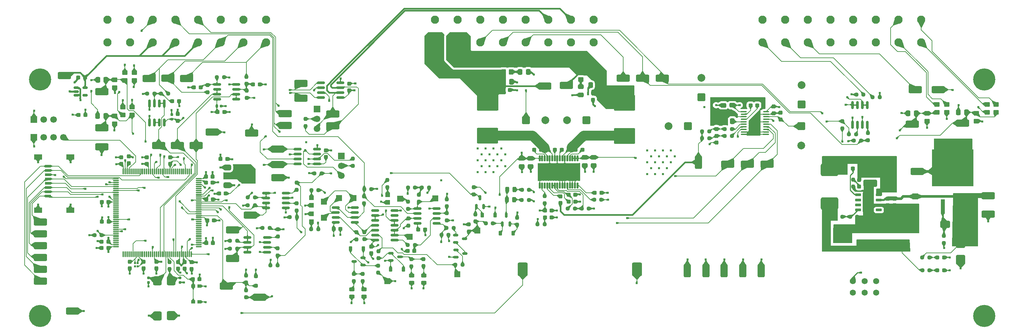
<source format=gbr>
%TF.GenerationSoftware,KiCad,Pcbnew,9.0.7*%
%TF.CreationDate,2026-02-10T04:26:09-08:00*%
%TF.ProjectId,VCU_v2,5643555f-7632-42e6-9b69-6361645f7063,rev?*%
%TF.SameCoordinates,Original*%
%TF.FileFunction,Copper,L1,Top*%
%TF.FilePolarity,Positive*%
%FSLAX46Y46*%
G04 Gerber Fmt 4.6, Leading zero omitted, Abs format (unit mm)*
G04 Created by KiCad (PCBNEW 9.0.7) date 2026-02-10 04:26:09*
%MOMM*%
%LPD*%
G01*
G04 APERTURE LIST*
G04 Aperture macros list*
%AMRoundRect*
0 Rectangle with rounded corners*
0 $1 Rounding radius*
0 $2 $3 $4 $5 $6 $7 $8 $9 X,Y pos of 4 corners*
0 Add a 4 corners polygon primitive as box body*
4,1,4,$2,$3,$4,$5,$6,$7,$8,$9,$2,$3,0*
0 Add four circle primitives for the rounded corners*
1,1,$1+$1,$2,$3*
1,1,$1+$1,$4,$5*
1,1,$1+$1,$6,$7*
1,1,$1+$1,$8,$9*
0 Add four rect primitives between the rounded corners*
20,1,$1+$1,$2,$3,$4,$5,0*
20,1,$1+$1,$4,$5,$6,$7,0*
20,1,$1+$1,$6,$7,$8,$9,0*
20,1,$1+$1,$8,$9,$2,$3,0*%
G04 Aperture macros list end*
%TA.AperFunction,SMDPad,CuDef*%
%ADD10RoundRect,0.237500X0.250000X0.237500X-0.250000X0.237500X-0.250000X-0.237500X0.250000X-0.237500X0*%
%TD*%
%TA.AperFunction,SMDPad,CuDef*%
%ADD11RoundRect,0.250000X1.000000X0.650000X-1.000000X0.650000X-1.000000X-0.650000X1.000000X-0.650000X0*%
%TD*%
%TA.AperFunction,SMDPad,CuDef*%
%ADD12RoundRect,0.390000X-0.910000X-1.360000X0.910000X-1.360000X0.910000X1.360000X-0.910000X1.360000X0*%
%TD*%
%TA.AperFunction,SMDPad,CuDef*%
%ADD13R,1.500000X1.500000*%
%TD*%
%TA.AperFunction,SMDPad,CuDef*%
%ADD14RoundRect,0.237500X0.237500X-0.250000X0.237500X0.250000X-0.237500X0.250000X-0.237500X-0.250000X0*%
%TD*%
%TA.AperFunction,SMDPad,CuDef*%
%ADD15RoundRect,0.250000X-1.450000X-0.650000X1.450000X-0.650000X1.450000X0.650000X-1.450000X0.650000X0*%
%TD*%
%TA.AperFunction,SMDPad,CuDef*%
%ADD16RoundRect,0.375000X-0.625000X-0.375000X0.625000X-0.375000X0.625000X0.375000X-0.625000X0.375000X0*%
%TD*%
%TA.AperFunction,SMDPad,CuDef*%
%ADD17RoundRect,0.500000X-0.500000X-1.400000X0.500000X-1.400000X0.500000X1.400000X-0.500000X1.400000X0*%
%TD*%
%TA.AperFunction,SMDPad,CuDef*%
%ADD18RoundRect,0.250000X0.450000X-0.350000X0.450000X0.350000X-0.450000X0.350000X-0.450000X-0.350000X0*%
%TD*%
%TA.AperFunction,SMDPad,CuDef*%
%ADD19RoundRect,0.237500X-0.250000X-0.237500X0.250000X-0.237500X0.250000X0.237500X-0.250000X0.237500X0*%
%TD*%
%TA.AperFunction,ComponentPad*%
%ADD20C,3.600000*%
%TD*%
%TA.AperFunction,ConnectorPad*%
%ADD21C,5.700000*%
%TD*%
%TA.AperFunction,SMDPad,CuDef*%
%ADD22RoundRect,0.250000X-0.337500X-0.475000X0.337500X-0.475000X0.337500X0.475000X-0.337500X0.475000X0*%
%TD*%
%TA.AperFunction,SMDPad,CuDef*%
%ADD23RoundRect,0.237500X0.300000X0.237500X-0.300000X0.237500X-0.300000X-0.237500X0.300000X-0.237500X0*%
%TD*%
%TA.AperFunction,SMDPad,CuDef*%
%ADD24RoundRect,0.150000X-0.512500X-0.150000X0.512500X-0.150000X0.512500X0.150000X-0.512500X0.150000X0*%
%TD*%
%TA.AperFunction,SMDPad,CuDef*%
%ADD25RoundRect,0.250000X0.337500X0.475000X-0.337500X0.475000X-0.337500X-0.475000X0.337500X-0.475000X0*%
%TD*%
%TA.AperFunction,SMDPad,CuDef*%
%ADD26RoundRect,0.250000X0.650000X-1.450000X0.650000X1.450000X-0.650000X1.450000X-0.650000X-1.450000X0*%
%TD*%
%TA.AperFunction,SMDPad,CuDef*%
%ADD27RoundRect,0.067500X0.157500X-0.682500X0.157500X0.682500X-0.157500X0.682500X-0.157500X-0.682500X0*%
%TD*%
%TA.AperFunction,SMDPad,CuDef*%
%ADD28RoundRect,0.067500X-0.157500X0.682500X-0.157500X-0.682500X0.157500X-0.682500X0.157500X0.682500X0*%
%TD*%
%TA.AperFunction,SMDPad,CuDef*%
%ADD29RoundRect,0.150000X0.150000X-0.512500X0.150000X0.512500X-0.150000X0.512500X-0.150000X-0.512500X0*%
%TD*%
%TA.AperFunction,SMDPad,CuDef*%
%ADD30RoundRect,0.237500X-0.237500X0.300000X-0.237500X-0.300000X0.237500X-0.300000X0.237500X0.300000X0*%
%TD*%
%TA.AperFunction,SMDPad,CuDef*%
%ADD31RoundRect,0.162500X0.162500X-0.825000X0.162500X0.825000X-0.162500X0.825000X-0.162500X-0.825000X0*%
%TD*%
%TA.AperFunction,ComponentPad*%
%ADD32RoundRect,0.250000X0.750000X0.750000X-0.750000X0.750000X-0.750000X-0.750000X0.750000X-0.750000X0*%
%TD*%
%TA.AperFunction,ComponentPad*%
%ADD33C,2.000000*%
%TD*%
%TA.AperFunction,SMDPad,CuDef*%
%ADD34RoundRect,0.100000X-0.637500X-0.100000X0.637500X-0.100000X0.637500X0.100000X-0.637500X0.100000X0*%
%TD*%
%TA.AperFunction,ComponentPad*%
%ADD35C,2.108200*%
%TD*%
%TA.AperFunction,ComponentPad*%
%ADD36RoundRect,0.250000X-0.550000X-0.550000X0.550000X-0.550000X0.550000X0.550000X-0.550000X0.550000X0*%
%TD*%
%TA.AperFunction,ComponentPad*%
%ADD37C,1.600000*%
%TD*%
%TA.AperFunction,ComponentPad*%
%ADD38RoundRect,0.250000X-0.550000X0.550000X-0.550000X-0.550000X0.550000X-0.550000X0.550000X0.550000X0*%
%TD*%
%TA.AperFunction,SMDPad,CuDef*%
%ADD39R,1.000000X0.900000*%
%TD*%
%TA.AperFunction,SMDPad,CuDef*%
%ADD40RoundRect,0.237500X-0.237500X0.250000X-0.237500X-0.250000X0.237500X-0.250000X0.237500X0.250000X0*%
%TD*%
%TA.AperFunction,SMDPad,CuDef*%
%ADD41RoundRect,0.225000X-0.225000X-0.375000X0.225000X-0.375000X0.225000X0.375000X-0.225000X0.375000X0*%
%TD*%
%TA.AperFunction,SMDPad,CuDef*%
%ADD42RoundRect,0.250000X0.900000X-1.000000X0.900000X1.000000X-0.900000X1.000000X-0.900000X-1.000000X0*%
%TD*%
%TA.AperFunction,ComponentPad*%
%ADD43R,1.700000X1.700000*%
%TD*%
%TA.AperFunction,ComponentPad*%
%ADD44C,1.700000*%
%TD*%
%TA.AperFunction,SMDPad,CuDef*%
%ADD45RoundRect,0.155000X-0.155000X0.212500X-0.155000X-0.212500X0.155000X-0.212500X0.155000X0.212500X0*%
%TD*%
%TA.AperFunction,SMDPad,CuDef*%
%ADD46RoundRect,0.250000X2.500000X-1.750000X2.500000X1.750000X-2.500000X1.750000X-2.500000X-1.750000X0*%
%TD*%
%TA.AperFunction,SMDPad,CuDef*%
%ADD47R,1.200000X1.200000*%
%TD*%
%TA.AperFunction,SMDPad,CuDef*%
%ADD48R,1.500000X1.600000*%
%TD*%
%TA.AperFunction,SMDPad,CuDef*%
%ADD49RoundRect,0.237500X0.237500X-0.300000X0.237500X0.300000X-0.237500X0.300000X-0.237500X-0.300000X0*%
%TD*%
%TA.AperFunction,SMDPad,CuDef*%
%ADD50RoundRect,0.237500X-0.300000X-0.237500X0.300000X-0.237500X0.300000X0.237500X-0.300000X0.237500X0*%
%TD*%
%TA.AperFunction,SMDPad,CuDef*%
%ADD51RoundRect,0.250000X1.450000X0.650000X-1.450000X0.650000X-1.450000X-0.650000X1.450000X-0.650000X0*%
%TD*%
%TA.AperFunction,SMDPad,CuDef*%
%ADD52RoundRect,0.162500X0.825000X0.162500X-0.825000X0.162500X-0.825000X-0.162500X0.825000X-0.162500X0*%
%TD*%
%TA.AperFunction,ComponentPad*%
%ADD53C,1.574800*%
%TD*%
%TA.AperFunction,SMDPad,CuDef*%
%ADD54RoundRect,0.237500X0.287500X0.237500X-0.287500X0.237500X-0.287500X-0.237500X0.287500X-0.237500X0*%
%TD*%
%TA.AperFunction,SMDPad,CuDef*%
%ADD55RoundRect,0.090000X-0.685000X-0.210000X0.685000X-0.210000X0.685000X0.210000X-0.685000X0.210000X0*%
%TD*%
%TA.AperFunction,SMDPad,CuDef*%
%ADD56R,2.950000X4.900000*%
%TD*%
%TA.AperFunction,SMDPad,CuDef*%
%ADD57RoundRect,0.155000X0.155000X-0.212500X0.155000X0.212500X-0.155000X0.212500X-0.155000X-0.212500X0*%
%TD*%
%TA.AperFunction,ComponentPad*%
%ADD58RoundRect,0.250000X-0.750000X-0.750000X0.750000X-0.750000X0.750000X0.750000X-0.750000X0.750000X0*%
%TD*%
%TA.AperFunction,SMDPad,CuDef*%
%ADD59RoundRect,0.250000X1.500000X0.650000X-1.500000X0.650000X-1.500000X-0.650000X1.500000X-0.650000X0*%
%TD*%
%TA.AperFunction,SMDPad,CuDef*%
%ADD60RoundRect,0.330000X-0.770000X0.820000X-0.770000X-0.820000X0.770000X-0.820000X0.770000X0.820000X0*%
%TD*%
%TA.AperFunction,SMDPad,CuDef*%
%ADD61RoundRect,0.243750X0.456250X-0.243750X0.456250X0.243750X-0.456250X0.243750X-0.456250X-0.243750X0*%
%TD*%
%TA.AperFunction,ComponentPad*%
%ADD62RoundRect,0.250000X0.750000X-0.750000X0.750000X0.750000X-0.750000X0.750000X-0.750000X-0.750000X0*%
%TD*%
%TA.AperFunction,SMDPad,CuDef*%
%ADD63RoundRect,0.155000X-0.212500X-0.155000X0.212500X-0.155000X0.212500X0.155000X-0.212500X0.155000X0*%
%TD*%
%TA.AperFunction,SMDPad,CuDef*%
%ADD64RoundRect,0.250000X0.250000X-0.250000X0.250000X0.250000X-0.250000X0.250000X-0.250000X-0.250000X0*%
%TD*%
%TA.AperFunction,SMDPad,CuDef*%
%ADD65RoundRect,0.150000X0.512500X0.150000X-0.512500X0.150000X-0.512500X-0.150000X0.512500X-0.150000X0*%
%TD*%
%TA.AperFunction,SMDPad,CuDef*%
%ADD66RoundRect,0.495000X-1.755000X-1.155000X1.755000X-1.155000X1.755000X1.155000X-1.755000X1.155000X0*%
%TD*%
%TA.AperFunction,SMDPad,CuDef*%
%ADD67RoundRect,0.250000X0.475000X-0.337500X0.475000X0.337500X-0.475000X0.337500X-0.475000X-0.337500X0*%
%TD*%
%TA.AperFunction,SMDPad,CuDef*%
%ADD68RoundRect,0.250000X-0.475000X0.337500X-0.475000X-0.337500X0.475000X-0.337500X0.475000X0.337500X0*%
%TD*%
%TA.AperFunction,SMDPad,CuDef*%
%ADD69R,1.500000X0.800000*%
%TD*%
%TA.AperFunction,SMDPad,CuDef*%
%ADD70R,2.000000X1.450000*%
%TD*%
%TA.AperFunction,SMDPad,CuDef*%
%ADD71RoundRect,0.243750X-0.243750X-0.456250X0.243750X-0.456250X0.243750X0.456250X-0.243750X0.456250X0*%
%TD*%
%TA.AperFunction,SMDPad,CuDef*%
%ADD72RoundRect,0.150000X0.825000X0.150000X-0.825000X0.150000X-0.825000X-0.150000X0.825000X-0.150000X0*%
%TD*%
%TA.AperFunction,SMDPad,CuDef*%
%ADD73RoundRect,0.075000X0.075000X-0.662500X0.075000X0.662500X-0.075000X0.662500X-0.075000X-0.662500X0*%
%TD*%
%TA.AperFunction,SMDPad,CuDef*%
%ADD74RoundRect,0.075000X0.662500X-0.075000X0.662500X0.075000X-0.662500X0.075000X-0.662500X-0.075000X0*%
%TD*%
%TA.AperFunction,SMDPad,CuDef*%
%ADD75RoundRect,0.150000X-0.825000X-0.150000X0.825000X-0.150000X0.825000X0.150000X-0.825000X0.150000X0*%
%TD*%
%TA.AperFunction,ComponentPad*%
%ADD76RoundRect,0.250000X-0.750000X0.750000X-0.750000X-0.750000X0.750000X-0.750000X0.750000X0.750000X0*%
%TD*%
%TA.AperFunction,SMDPad,CuDef*%
%ADD77RoundRect,0.070500X0.164500X-0.189500X0.164500X0.189500X-0.164500X0.189500X-0.164500X-0.189500X0*%
%TD*%
%TA.AperFunction,SMDPad,CuDef*%
%ADD78RoundRect,0.250000X0.350000X0.450000X-0.350000X0.450000X-0.350000X-0.450000X0.350000X-0.450000X0*%
%TD*%
%TA.AperFunction,SMDPad,CuDef*%
%ADD79R,10.670000X9.450000*%
%TD*%
%TA.AperFunction,SMDPad,CuDef*%
%ADD80R,1.050000X3.800000*%
%TD*%
%TA.AperFunction,SMDPad,CuDef*%
%ADD81RoundRect,0.150000X-0.150000X0.825000X-0.150000X-0.825000X0.150000X-0.825000X0.150000X0.825000X0*%
%TD*%
%TA.AperFunction,SMDPad,CuDef*%
%ADD82RoundRect,0.225000X0.225000X0.375000X-0.225000X0.375000X-0.225000X-0.375000X0.225000X-0.375000X0*%
%TD*%
%TA.AperFunction,SMDPad,CuDef*%
%ADD83RoundRect,0.250000X-0.450000X0.350000X-0.450000X-0.350000X0.450000X-0.350000X0.450000X0.350000X0*%
%TD*%
%TA.AperFunction,ViaPad*%
%ADD84C,0.609600*%
%TD*%
%TA.AperFunction,Conductor*%
%ADD85C,0.203200*%
%TD*%
%TA.AperFunction,Conductor*%
%ADD86C,0.152400*%
%TD*%
%TA.AperFunction,Conductor*%
%ADD87C,0.381000*%
%TD*%
%TA.AperFunction,Conductor*%
%ADD88C,0.254000*%
%TD*%
%TA.AperFunction,Conductor*%
%ADD89C,2.540000*%
%TD*%
%TA.AperFunction,Conductor*%
%ADD90C,1.016000*%
%TD*%
%TA.AperFunction,Conductor*%
%ADD91C,0.508000*%
%TD*%
%TA.AperFunction,Conductor*%
%ADD92C,0.635000*%
%TD*%
%TA.AperFunction,Conductor*%
%ADD93C,0.200000*%
%TD*%
G04 APERTURE END LIST*
D10*
%TO.P,R23,1*%
%TO.N,Net-(U13-GAIN{slash}SLV)*%
X168837082Y-86588061D03*
%TO.P,R23,2*%
%TO.N,Net-(U13-GVDD)*%
X167012082Y-86588061D03*
%TD*%
D11*
%TO.P,D5,1,K*%
%TO.N,+12V*%
X268257877Y-90650020D03*
%TO.P,D5,2,A*%
%TO.N,Net-(D5-A)*%
X264257877Y-90650020D03*
%TD*%
D12*
%TO.P,BT1,1,+*%
%TO.N,/STM32-Root/STM32H723ZGT6/VBAT*%
X155428594Y-102263498D03*
%TO.P,BT1,2,-*%
%TO.N,GND*%
X184828594Y-102263498D03*
%TD*%
D13*
%TO.P,TP63,1,1*%
%TO.N,Net-(U16A-+)*%
X111825569Y-83940495D03*
%TD*%
D14*
%TO.P,R60,1*%
%TO.N,+12V*%
X237744000Y-65936500D03*
%TO.P,R60,2*%
%TO.N,/Connector-Root/BMS-FAULT*%
X237744000Y-64111500D03*
%TD*%
D15*
%TO.P,TP48,1,1*%
%TO.N,GND*%
X253197898Y-91594786D03*
%TD*%
D16*
%TO.P,U3,1,GND*%
%TO.N,GND*%
X79266066Y-76011362D03*
%TO.P,U3,2,VO*%
%TO.N,+3.3V*%
X79266066Y-78311362D03*
D17*
X85566066Y-78311362D03*
D16*
%TO.P,U3,3,VI*%
%TO.N,+5V*%
X79266066Y-80611362D03*
%TD*%
D18*
%TO.P,R61,1*%
%TO.N,GND*%
X50213327Y-64739286D03*
%TO.P,R61,2*%
%TO.N,/STM32-Root/STM32H723ZGT6/PF15*%
X50213327Y-62739286D03*
%TD*%
D14*
%TO.P,R105,1,1*%
%TO.N,Net-(R102-Pad1)*%
X118162215Y-103161086D03*
%TO.P,R105,2,2*%
%TO.N,Net-(D12-A)*%
X118162215Y-101336086D03*
%TD*%
D19*
%TO.P,R79,1,1*%
%TO.N,Net-(D23-A)*%
X155174014Y-84429992D03*
%TO.P,R79,2,2*%
%TO.N,+12V*%
X156999014Y-84429992D03*
%TD*%
D20*
%TO.P,H1,1,1*%
%TO.N,unconnected-(H1-Pad1)*%
X274320000Y-53340000D03*
D21*
%TO.N,unconnected-(H1-Pad1)_1*%
X274320000Y-53340000D03*
%TD*%
D19*
%TO.P,R49,1*%
%TO.N,GND*%
X95368387Y-88849296D03*
%TO.P,R49,2*%
%TO.N,/Connector-Root/IMD-FAULT*%
X97193387Y-88849296D03*
%TD*%
D15*
%TO.P,TP53,1,1*%
%TO.N,GND*%
X39395114Y-113030000D03*
%TD*%
D22*
%TO.P,C81,1*%
%TO.N,+3.3V*%
X45916270Y-53402177D03*
%TO.P,C81,2*%
%TO.N,/STM32-Root/STM32H723ZGT6/PF14*%
X47991270Y-53402177D03*
%TD*%
D18*
%TO.P,R72,1*%
%TO.N,GND*%
X259603077Y-64063520D03*
%TO.P,R72,2*%
%TO.N,/STM32-Root/STM32H723ZGT6/PG1*%
X259603077Y-62063520D03*
%TD*%
D23*
%TO.P,C60,1*%
%TO.N,Net-(U13-BSNL)*%
X170769381Y-71433713D03*
%TO.P,C60,2*%
%TO.N,Net-(U13-OUTNL)*%
X169044381Y-71433713D03*
%TD*%
D24*
%TO.P,Q11,1,B*%
%TO.N,Net-(Q11-B)*%
X138220597Y-97242853D03*
%TO.P,Q11,2,E*%
%TO.N,GND*%
X138220597Y-99142853D03*
%TO.P,Q11,3,C*%
%TO.N,Net-(Q11-C)*%
X140495597Y-98192853D03*
%TD*%
D25*
%TO.P,C71,1*%
%TO.N,Net-(U14-VNEG)*%
X209429840Y-64060124D03*
%TO.P,C71,2*%
%TO.N,GND*%
X207354840Y-64060124D03*
%TD*%
D22*
%TO.P,C69,1*%
%TO.N,/Connector-Root/SPEAKER+*%
X150419704Y-53907713D03*
%TO.P,C69,2*%
%TO.N,GND*%
X152494704Y-53907713D03*
%TD*%
D15*
%TO.P,TP10,1,1*%
%TO.N,/Connector-Root/APPS1-SIG*%
X68755327Y-53071286D03*
%TD*%
D14*
%TO.P,R48,1*%
%TO.N,/STM32-Root/STM32H723ZGT6/PF13*%
X84081726Y-105702267D03*
%TO.P,R48,2*%
%TO.N,GND*%
X84081726Y-103877267D03*
%TD*%
D18*
%TO.P,R64,1*%
%TO.N,/STM32-Root/STM32H723ZGT6/PF15*%
X54737000Y-62468000D03*
%TO.P,R64,2*%
%TO.N,/Connector-Root/RTD_BTN-*%
X54737000Y-60468000D03*
%TD*%
D26*
%TO.P,TP57,1,1*%
%TO.N,GND*%
X202624501Y-102602892D03*
%TD*%
D18*
%TO.P,R58,1*%
%TO.N,+3.3V*%
X55293327Y-53579286D03*
%TO.P,R58,2*%
%TO.N,/Connector-Root/PRECHARGE_BTN+*%
X55293327Y-51579286D03*
%TD*%
D27*
%TO.P,U13,1,MODESEL*%
%TO.N,GND*%
X159771204Y-80695712D03*
%TO.P,U13,2,SD*%
%TO.N,Net-(U13-SD)*%
X160421204Y-80695712D03*
%TO.P,U13,3,FAULT*%
%TO.N,unconnected-(U13-FAULT-Pad3)*%
X161071204Y-80695712D03*
%TO.P,U13,4,RINP*%
%TO.N,Net-(U13-RINP)*%
X161721204Y-80695712D03*
%TO.P,U13,5,RINN*%
%TO.N,Net-(U13-RINN)*%
X162371204Y-80695712D03*
%TO.P,U13,6,PLIMIT*%
%TO.N,Net-(U13-GVDD)*%
X163021204Y-80695712D03*
%TO.P,U13,7,GVDD*%
X163671204Y-80695712D03*
%TO.P,U13,8,GAIN/SLV*%
%TO.N,Net-(U13-GAIN{slash}SLV)*%
X164321204Y-80695712D03*
%TO.P,U13,9,GND*%
%TO.N,GND*%
X164971204Y-80695712D03*
%TO.P,U13,10,LINP*%
X165621204Y-80695712D03*
%TO.P,U13,11,LINN*%
X166271204Y-80695712D03*
%TO.P,U13,12,MUTE*%
%TO.N,Net-(U13-MUTE)*%
X166921204Y-80695712D03*
%TO.P,U13,13,AM2*%
%TO.N,GND*%
X167571204Y-80695712D03*
%TO.P,U13,14,AM1*%
X168221204Y-80695712D03*
%TO.P,U13,15,AM0*%
X168871204Y-80695712D03*
%TO.P,U13,16,SYNC*%
%TO.N,Net-(U13-SYNC)*%
X169521204Y-80695712D03*
D28*
%TO.P,U13,17,PVCC*%
%TO.N,+12V*%
X169521204Y-73695712D03*
%TO.P,U13,18,PVCC*%
X168871204Y-73695712D03*
%TO.P,U13,19,PVCC*%
X168221204Y-73695712D03*
%TO.P,U13,20,BSNL*%
%TO.N,Net-(U13-BSNL)*%
X167571204Y-73695712D03*
%TO.P,U13,21,OUTNL*%
%TO.N,Net-(U13-OUTNL)*%
X166921204Y-73695712D03*
%TO.P,U13,22,GND*%
%TO.N,GND*%
X166271204Y-73695712D03*
%TO.P,U13,23,OUTPL*%
%TO.N,Net-(U13-OUTNL)*%
X165621204Y-73695712D03*
%TO.P,U13,24,BSPL*%
%TO.N,Net-(U13-BSPL)*%
X164971204Y-73695712D03*
%TO.P,U13,25,GND*%
%TO.N,GND*%
X164321204Y-73695712D03*
%TO.P,U13,26,BSNR*%
%TO.N,Net-(U13-BSNR)*%
X163671204Y-73695712D03*
%TO.P,U13,27,OUTNR*%
%TO.N,Net-(U13-OUTNR)*%
X163021204Y-73695712D03*
%TO.P,U13,28,GND*%
%TO.N,GND*%
X162371204Y-73695712D03*
%TO.P,U13,29,OUTPR*%
%TO.N,Net-(U13-OUTNR)*%
X161721204Y-73695712D03*
%TO.P,U13,30,BSPR*%
%TO.N,Net-(U13-BSPR)*%
X161071204Y-73695712D03*
%TO.P,U13,31,PVCC*%
%TO.N,+12V*%
X160421204Y-73695712D03*
%TO.P,U13,32,PVCC*%
X159771204Y-73695712D03*
%TD*%
D23*
%TO.P,C26,1*%
%TO.N,GND*%
X75553239Y-84222133D03*
%TO.P,C26,2*%
%TO.N,+3.3V*%
X73828239Y-84222133D03*
%TD*%
D29*
%TO.P,Q15,1,G*%
%TO.N,Net-(D25-K)*%
X150189539Y-90550991D03*
%TO.P,Q15,2,S*%
%TO.N,Net-(D25-A)*%
X152089539Y-90550991D03*
%TO.P,Q15,3,D*%
%TO.N,Net-(D23-K)*%
X151139539Y-88275991D03*
%TD*%
D26*
%TO.P,TP56,1,1*%
%TO.N,GND*%
X197851501Y-102602892D03*
%TD*%
D14*
%TO.P,R109,1,1*%
%TO.N,Net-(D14-A)*%
X114183001Y-105317476D03*
%TO.P,R109,2,2*%
%TO.N,Net-(Q8-D)*%
X114183001Y-103492476D03*
%TD*%
D22*
%TO.P,C84,1*%
%TO.N,+3.3V*%
X254755577Y-62047520D03*
%TO.P,C84,2*%
%TO.N,/STM32-Root/STM32H723ZGT6/PG1*%
X256830577Y-62047520D03*
%TD*%
D19*
%TO.P,R106,1,1*%
%TO.N,Net-(R102-Pad1)*%
X135752894Y-91604837D03*
%TO.P,R106,2,2*%
%TO.N,Net-(Q9-B)*%
X137577894Y-91604837D03*
%TD*%
D30*
%TO.P,C28,1*%
%TO.N,GND*%
X64530739Y-73384032D03*
%TO.P,C28,2*%
%TO.N,+3.3V*%
X64530739Y-75109032D03*
%TD*%
D23*
%TO.P,C42,1,1*%
%TO.N,GND*%
X130224330Y-92058733D03*
%TO.P,C42,2,2*%
%TO.N,Net-(U15C-VCC)*%
X128499330Y-92058733D03*
%TD*%
D15*
%TO.P,TP30,1,1*%
%TO.N,/Connector-Root/BMS-FAULT*%
X191389000Y-52994712D03*
%TD*%
D31*
%TO.P,Q2,1,S*%
%TO.N,GND*%
X240411000Y-65021500D03*
%TO.P,Q2,2,G*%
%TO.N,Net-(Q2A-G)*%
X241681000Y-65021500D03*
%TO.P,Q2,3,S*%
%TO.N,GND*%
X242951000Y-65021500D03*
%TO.P,Q2,4,G*%
%TO.N,Net-(Q2B-G)*%
X244221000Y-65021500D03*
%TO.P,Q2,5,D*%
%TO.N,/Connector-Root/IMD_FAULT-*%
X244221000Y-59946500D03*
%TO.P,Q2,6,D*%
X242951000Y-59946500D03*
%TO.P,Q2,7,D*%
%TO.N,/Connector-Root/BMS_FAULT-*%
X241681000Y-59946500D03*
%TO.P,Q2,8,D*%
X240411000Y-59946500D03*
%TD*%
D13*
%TO.P,TP67,1,1*%
%TO.N,Net-(R101-Pad1)*%
X138590487Y-103549477D03*
%TD*%
D32*
%TO.P,C65,1*%
%TO.N,+12V*%
X171858881Y-63813713D03*
D33*
%TO.P,C65,2*%
%TO.N,GND*%
X166858881Y-63813713D03*
%TD*%
D34*
%TO.P,U14,1,CPVDD*%
%TO.N,+3.3V*%
X212387840Y-61643124D03*
%TO.P,U14,2,CAPP*%
%TO.N,Net-(U14-CAPP)*%
X212387840Y-62293124D03*
%TO.P,U14,3,CPGND*%
%TO.N,GND*%
X212387840Y-62943124D03*
%TO.P,U14,4,CAPM*%
%TO.N,Net-(U14-CAPM)*%
X212387840Y-63593124D03*
%TO.P,U14,5,VNEG*%
%TO.N,Net-(U14-VNEG)*%
X212387840Y-64243124D03*
%TO.P,U14,6,OUTL*%
%TO.N,Net-(U14-OUTL)*%
X212387840Y-64893124D03*
%TO.P,U14,7,OUTR*%
%TO.N,Net-(U14-OUTR)*%
X212387840Y-65543124D03*
%TO.P,U14,8,AVDD*%
%TO.N,+3.3V*%
X212387840Y-66193124D03*
%TO.P,U14,9,AGND*%
%TO.N,GND*%
X212387840Y-66843124D03*
%TO.P,U14,10,DEMP*%
X212387840Y-67493124D03*
%TO.P,U14,11,FLT*%
X218112840Y-67493124D03*
%TO.P,U14,12,SCK*%
X218112840Y-66843124D03*
%TO.P,U14,13,BCK*%
%TO.N,/STM32-Root/STM32H723ZGT6/PB10*%
X218112840Y-66193124D03*
%TO.P,U14,14,DIN*%
%TO.N,/STM32-Root/STM32H723ZGT6/PC1*%
X218112840Y-65543124D03*
%TO.P,U14,15,LRCK*%
%TO.N,/STM32-Root/STM32H723ZGT6/PB12*%
X218112840Y-64893124D03*
%TO.P,U14,16,FMT*%
%TO.N,GND*%
X218112840Y-64243124D03*
%TO.P,U14,17,XMT*%
%TO.N,+3.3V*%
X218112840Y-63593124D03*
%TO.P,U14,18,LDOO*%
%TO.N,Net-(U14-LDOO)*%
X218112840Y-62943124D03*
%TO.P,U14,19,DGND*%
%TO.N,GND*%
X218112840Y-62293124D03*
%TO.P,U14,20,DVDD*%
%TO.N,+3.3V*%
X218112840Y-61643124D03*
%TD*%
D18*
%TO.P,R67,1*%
%TO.N,+3.3V*%
X264683077Y-61804520D03*
%TO.P,R67,2*%
%TO.N,/Connector-Root/GEN_BTN2+*%
X264683077Y-59804520D03*
%TD*%
D10*
%TO.P,R62,1*%
%TO.N,Net-(Q2A-G)*%
X241300000Y-67493798D03*
%TO.P,R62,2*%
%TO.N,/Connector-Root/BMS-FAULT*%
X239475000Y-67493798D03*
%TD*%
D35*
%TO.P,U19,1*%
%TO.N,/Connector-Root/GEN_BTN1+*%
X258129524Y-43767362D03*
%TO.P,U19,2*%
%TO.N,/Connector-Root/GEN_BTN2+*%
X252287524Y-43767362D03*
%TO.P,U19,3*%
%TO.N,/Connector-Root/Vin+*%
X246445524Y-43767362D03*
%TO.P,U19,4*%
%TO.N,/STM32-Root/STM32H723ZGT6/PG3*%
X240603524Y-43767362D03*
%TO.P,U19,5*%
%TO.N,/Connector-Root/BRAKE_LIGHT*%
X234761524Y-43767362D03*
%TO.P,U19,6*%
%TO.N,/Connector-Root/BSPD_FAULT+*%
X228919524Y-43767362D03*
%TO.P,U19,7*%
%TO.N,/Connector-Root/IMD_FAULT+*%
X223077524Y-43767362D03*
%TO.P,U19,8*%
%TO.N,/Connector-Root/BMS_FAULT+*%
X217235524Y-43767362D03*
%TO.P,U19,9*%
%TO.N,/Connector-Root/GEN_BTN1-*%
X258129524Y-37925362D03*
%TO.P,U19,10*%
%TO.N,/Connector-Root/GEN_BTN2-*%
X252287524Y-37925362D03*
%TO.P,U19,11*%
%TO.N,GND*%
X246445524Y-37925362D03*
%TO.P,U19,12*%
%TO.N,/STM32-Root/STM32H723ZGT6/PA1*%
X240603524Y-37925362D03*
%TO.P,U19,13*%
%TO.N,/STM32-Root/STM32H723ZGT6/PA0*%
X234761524Y-37925362D03*
%TO.P,U19,14*%
%TO.N,GND*%
X228919524Y-37925362D03*
%TO.P,U19,15*%
%TO.N,/Connector-Root/IMD_FAULT-*%
X223077524Y-37925362D03*
%TO.P,U19,16*%
%TO.N,/Connector-Root/BMS_FAULT-*%
X217235524Y-37925362D03*
%TD*%
D36*
%TO.P,C11,1*%
%TO.N,+5V*%
X233801877Y-94036020D03*
D37*
%TO.P,C11,2*%
%TO.N,GND*%
X237301877Y-94036020D03*
%TD*%
D15*
%TO.P,TP21,1,1*%
%TO.N,/STM32-Root/STM32H723ZGT6/PB6*%
X98220349Y-54347238D03*
%TD*%
D38*
%TO.P,C2,1*%
%TO.N,+12V*%
X256605877Y-83493369D03*
D37*
%TO.P,C2,2*%
%TO.N,GND*%
X256605877Y-86993369D03*
%TD*%
D39*
%TO.P,SW1,1,1*%
%TO.N,Net-(U5B-NRST)*%
X70510818Y-110692658D03*
X70510818Y-106592658D03*
%TO.P,SW1,2,2*%
%TO.N,GND*%
X72110818Y-110692658D03*
X72110818Y-106592658D03*
%TD*%
D15*
%TO.P,TP17,1,1*%
%TO.N,/STM32-Root/STM32H723ZGT6/PD0*%
X92234698Y-75296124D03*
%TD*%
D23*
%TO.P,C38,1*%
%TO.N,+3.3V*%
X48614500Y-96774000D03*
%TO.P,C38,2*%
%TO.N,GND*%
X46889500Y-96774000D03*
%TD*%
D15*
%TO.P,TP37,1,1*%
%TO.N,/STM32-Root/STM32H723ZGT6/PG0*%
X268747077Y-64587520D03*
%TD*%
D10*
%TO.P,R53,1*%
%TO.N,/STM32-Root/STM32H723ZGT6/PE8*%
X86374887Y-85785551D03*
%TO.P,R53,2*%
%TO.N,+3.3V*%
X84549887Y-85785551D03*
%TD*%
D15*
%TO.P,TP5,1,1*%
%TO.N,+12V*%
X275351077Y-83284020D03*
%TD*%
D26*
%TO.P,TP59,1,1*%
%TO.N,GND*%
X212149501Y-102602892D03*
%TD*%
D14*
%TO.P,R103,1,1*%
%TO.N,Net-(D16-A)*%
X126688125Y-101479632D03*
%TO.P,R103,2,2*%
%TO.N,Net-(Q10-D)*%
X126688125Y-99654632D03*
%TD*%
D15*
%TO.P,TP19,1,1*%
%TO.N,/CAN1_N*%
X94168649Y-65218438D03*
%TD*%
D40*
%TO.P,R47,1*%
%TO.N,/STM32-Root/STM32H723ZGT6/PF13*%
X84081726Y-107687267D03*
%TO.P,R47,2*%
%TO.N,/Connector-Root/BRAKE_LIGHT*%
X84081726Y-109512267D03*
%TD*%
%TO.P,R83,1,1*%
%TO.N,GND*%
X153990306Y-88941393D03*
%TO.P,R83,2,2*%
%TO.N,Net-(D25-A)*%
X153990306Y-90766393D03*
%TD*%
D41*
%TO.P,D1,1,K*%
%TO.N,Net-(D1-K)*%
X144968735Y-88333702D03*
%TO.P,D1,2,A*%
%TO.N,GND*%
X148268735Y-88333702D03*
%TD*%
D42*
%TO.P,D6,1,A1*%
%TO.N,GND*%
X268289877Y-99794020D03*
%TO.P,D6,2,A2*%
%TO.N,+12V*%
X268289877Y-95494020D03*
%TD*%
D43*
%TO.P,JP3,1,A*%
%TO.N,unconnected-(JP3-A-Pad1)*%
X102362000Y-60960000D03*
D44*
%TO.P,JP3,2,C*%
%TO.N,Net-(JP3-C)*%
X102362000Y-63500000D03*
%TO.P,JP3,3,B*%
%TO.N,/CAN2_N*%
X102362000Y-66040000D03*
%TD*%
D45*
%TO.P,C34,1*%
%TO.N,Net-(U5B-PH0-OSC_IN)*%
X58933538Y-104492432D03*
%TO.P,C34,2*%
%TO.N,GND*%
X58933538Y-105627432D03*
%TD*%
D46*
%TO.P,L3,1,1*%
%TO.N,Net-(U13-OUTNR)*%
X146377204Y-67809713D03*
%TO.P,L3,2,2*%
%TO.N,/Connector-Root/SPEAKER+*%
X146377204Y-59309713D03*
%TD*%
D10*
%TO.P,R88,1,1*%
%TO.N,GND*%
X102711699Y-91929733D03*
%TO.P,R88,2,2*%
%TO.N,Net-(R88-Pad2)*%
X100886699Y-91929733D03*
%TD*%
D47*
%TO.P,RV5,1,1*%
%TO.N,Net-(R87-Pad1)*%
X100943575Y-83792829D03*
D48*
%TO.P,RV5,2,2*%
%TO.N,Net-(U16A-+)*%
X104193575Y-84792829D03*
D47*
%TO.P,RV5,3,3*%
%TO.N,GND*%
X100943575Y-85792829D03*
%TD*%
D15*
%TO.P,TP39,1,1*%
%TO.N,/Connector-Root/BSPD_FAULT+*%
X256546466Y-55951520D03*
%TD*%
D40*
%TO.P,R46,1*%
%TO.N,/Connector-Root/BMS-FAULT*%
X92320387Y-91985051D03*
%TO.P,R46,2*%
%TO.N,Net-(Q3B-G)*%
X92320387Y-93810051D03*
%TD*%
D15*
%TO.P,TP38,1,1*%
%TO.N,/STM32-Root/STM32H723ZGT6/PG1*%
X255793077Y-64841520D03*
%TD*%
D49*
%TO.P,C23,1*%
%TO.N,GND*%
X70096185Y-102175103D03*
%TO.P,C23,2*%
%TO.N,+3.3V*%
X70096185Y-100450103D03*
%TD*%
D23*
%TO.P,C16,1*%
%TO.N,+3.3V*%
X79262724Y-73866362D03*
%TO.P,C16,2*%
%TO.N,GND*%
X77537724Y-73866362D03*
%TD*%
D40*
%TO.P,R94,1,1*%
%TO.N,Net-(R94-Pad1)*%
X125958693Y-89181307D03*
%TO.P,R94,2,2*%
%TO.N,+12V*%
X125958693Y-91006307D03*
%TD*%
D15*
%TO.P,TP11,1,1*%
%TO.N,/STM32-Root/STM32H723ZGT6/PC2*%
X71247000Y-70358000D03*
%TD*%
D10*
%TO.P,R14,1*%
%TO.N,GND*%
X78442027Y-52741086D03*
%TO.P,R14,2*%
%TO.N,Net-(U9B-IN2+)*%
X76617027Y-52741086D03*
%TD*%
D40*
%TO.P,R12,1,1*%
%TO.N,/BSE-SIG*%
X114543510Y-83436493D03*
%TO.P,R12,2,2*%
%TO.N,Net-(U16A--)*%
X114543510Y-85261493D03*
%TD*%
D10*
%TO.P,R90,1,1*%
%TO.N,GND*%
X116385974Y-81576565D03*
%TO.P,R90,2,2*%
%TO.N,/BSE-SIG*%
X114560974Y-81576565D03*
%TD*%
D50*
%TO.P,C30,1*%
%TO.N,GND*%
X46904239Y-84914532D03*
%TO.P,C30,2*%
%TO.N,+3.3V*%
X48629239Y-84914532D03*
%TD*%
D23*
%TO.P,C58,1*%
%TO.N,Net-(U13-BSNR)*%
X163657381Y-71433713D03*
%TO.P,C58,2*%
%TO.N,Net-(U13-OUTNR)*%
X161932381Y-71433713D03*
%TD*%
D51*
%TO.P,TP27,1,1*%
%TO.N,/STM32-Root/STM32H723ZGT6/PE9*%
X80636387Y-99501551D03*
%TD*%
D52*
%TO.P,Q3,1,S*%
%TO.N,GND*%
X89555539Y-97880796D03*
%TO.P,Q3,2,G*%
%TO.N,Net-(Q3A-G)*%
X89555539Y-96610796D03*
%TO.P,Q3,3,S*%
%TO.N,GND*%
X89555539Y-95340796D03*
%TO.P,Q3,4,G*%
%TO.N,Net-(Q3B-G)*%
X89555539Y-94070796D03*
%TO.P,Q3,5,D*%
%TO.N,/STM32-Root/STM32H723ZGT6/PE7*%
X84480539Y-94070796D03*
%TO.P,Q3,6,D*%
X84480539Y-95340796D03*
%TO.P,Q3,7,D*%
%TO.N,/STM32-Root/STM32H723ZGT6/PE9*%
X84480539Y-96610796D03*
%TO.P,Q3,8,D*%
X84480539Y-97880796D03*
%TD*%
D18*
%TO.P,R68,1*%
%TO.N,/STM32-Root/STM32H723ZGT6/PG0*%
X277383077Y-61809520D03*
%TO.P,R68,2*%
%TO.N,/Connector-Root/GEN_BTN1-*%
X277383077Y-59809520D03*
%TD*%
D53*
%TO.P,J2,1,1*%
%TO.N,/Connector-Root/Vin+*%
X246515476Y-108306700D03*
%TO.P,J2,2,2*%
%TO.N,/CAN2_P*%
X243515477Y-108306700D03*
%TO.P,J2,3,3*%
%TO.N,/CAN2_N*%
X240515478Y-108306700D03*
%TO.P,J2,4,4*%
%TO.N,GND*%
X246515476Y-105306701D03*
%TO.P,J2,5,5*%
%TO.N,/CAN1_P*%
X243515477Y-105306701D03*
%TO.P,J2,6,6*%
%TO.N,/CAN1_N*%
X240515478Y-105306701D03*
%TD*%
D40*
%TO.P,R101,1,1*%
%TO.N,Net-(R101-Pad1)*%
X118205598Y-97575703D03*
%TO.P,R101,2,2*%
%TO.N,Net-(D15-A)*%
X118205598Y-99400703D03*
%TD*%
D19*
%TO.P,R98,1,1*%
%TO.N,Net-(R98-Pad1)*%
X125770662Y-96017324D03*
%TO.P,R98,2,2*%
%TO.N,Net-(U15A--)*%
X127595662Y-96017324D03*
%TD*%
D47*
%TO.P,RV2,1,1*%
%TO.N,Net-(R57-Pad1)*%
X120597903Y-83031890D03*
D48*
%TO.P,RV2,2,2*%
%TO.N,Net-(R80-Pad1)*%
X123847903Y-84031890D03*
D47*
%TO.P,RV2,3,3*%
%TO.N,GND*%
X120597903Y-85031890D03*
%TD*%
D30*
%TO.P,C20,1*%
%TO.N,GND*%
X58526566Y-73365132D03*
%TO.P,C20,2*%
%TO.N,+3.3V*%
X58526566Y-75090132D03*
%TD*%
D15*
%TO.P,TP14,1,1*%
%TO.N,/BSE-SIG*%
X59103327Y-53071286D03*
%TD*%
D19*
%TO.P,R82,1,1*%
%TO.N,GND*%
X125825936Y-81165091D03*
%TO.P,R82,2,2*%
%TO.N,Net-(R81-Pad1)*%
X127650936Y-81165091D03*
%TD*%
D51*
%TO.P,TP31,1,1*%
%TO.N,/STM32-Root/STM32H723ZGT6/PE8*%
X85208387Y-88325551D03*
%TD*%
D10*
%TO.P,R4,1*%
%TO.N,/Connector-Root/BSPD_FAULT+*%
X86368038Y-83769296D03*
%TO.P,R4,2*%
%TO.N,+12V*%
X84543038Y-83769296D03*
%TD*%
D54*
%TO.P,D7,1,K*%
%TO.N,GND*%
X264033000Y-99187000D03*
%TO.P,D7,2,A*%
%TO.N,Net-(D7-A)*%
X262283000Y-99187000D03*
%TD*%
D15*
%TO.P,TP26,1,1*%
%TO.N,/Connector-Root/SPEAKER-*%
X166697204Y-54899712D03*
%TD*%
D40*
%TO.P,R99,1,1*%
%TO.N,Net-(U15A-+)*%
X135856653Y-87821421D03*
%TO.P,R99,2,2*%
%TO.N,+12V*%
X135856653Y-89646421D03*
%TD*%
D15*
%TO.P,TP55,1,1*%
%TO.N,GND*%
X75425349Y-66894838D03*
%TD*%
%TO.P,TP22,1,1*%
%TO.N,/CAN2_P*%
X106475349Y-65243838D03*
%TD*%
D55*
%TO.P,U2,1,BOOT*%
%TO.N,Net-(U2-BOOT)*%
X241807877Y-83074020D03*
%TO.P,U2,2,NC*%
%TO.N,unconnected-(U2-NC-Pad2)*%
X241807877Y-84374020D03*
%TO.P,U2,3,NC*%
%TO.N,unconnected-(U2-NC-Pad3)*%
X241807877Y-85674020D03*
%TO.P,U2,4,VSENSE*%
%TO.N,Net-(U2-VSENSE)*%
X241807877Y-86974020D03*
%TO.P,U2,5,ENA*%
%TO.N,unconnected-(U2-ENA-Pad5)*%
X247207877Y-86974020D03*
%TO.P,U2,6,GND*%
%TO.N,GND*%
X247207877Y-85674020D03*
%TO.P,U2,7,VIN*%
%TO.N,+12V*%
X247207877Y-84374020D03*
%TO.P,U2,8,PH*%
%TO.N,Net-(D2-K)*%
X247207877Y-83074020D03*
D56*
%TO.P,U2,9,DAP*%
%TO.N,GND*%
X244507877Y-85024020D03*
%TD*%
D57*
%TO.P,C5,1*%
%TO.N,+5V*%
X64945327Y-63544786D03*
%TO.P,C5,2*%
%TO.N,GND*%
X64945327Y-62409786D03*
%TD*%
D58*
%TO.P,C66,1*%
%TO.N,+12V*%
X156270881Y-63813713D03*
D33*
%TO.P,C66,2*%
%TO.N,GND*%
X161270881Y-63813713D03*
%TD*%
D15*
%TO.P,TP25,1,1*%
%TO.N,/Connector-Root/SPEAKER+*%
X161109204Y-55026712D03*
%TD*%
D49*
%TO.P,C36,1*%
%TO.N,GND*%
X54107538Y-102052932D03*
%TO.P,C36,2*%
%TO.N,Net-(U5B-PC14-OSC32_IN)*%
X54107538Y-100327932D03*
%TD*%
D59*
%TO.P,D2,1,K*%
%TO.N,Net-(D2-K)*%
X249961877Y-80066020D03*
%TO.P,D2,2,A*%
%TO.N,GND*%
X244961877Y-80066020D03*
%TD*%
D23*
%TO.P,C17,1*%
%TO.N,+4.8V*%
X42593327Y-52817286D03*
%TO.P,C17,2*%
%TO.N,GND*%
X40868327Y-52817286D03*
%TD*%
D49*
%TO.P,C7,1*%
%TO.N,+5V*%
X66469327Y-63993286D03*
%TO.P,C7,2*%
%TO.N,GND*%
X66469327Y-62268286D03*
%TD*%
D10*
%TO.P,R29,1*%
%TO.N,Net-(U14-OUTR)*%
X209304840Y-67870124D03*
%TO.P,R29,2*%
%TO.N,Net-(C77-Pad2)*%
X207479840Y-67870124D03*
%TD*%
D22*
%TO.P,C82,1*%
%TO.N,+3.3V*%
X45873827Y-62723286D03*
%TO.P,C82,2*%
%TO.N,/STM32-Root/STM32H723ZGT6/PF15*%
X47948827Y-62723286D03*
%TD*%
D19*
%TO.P,R18,1*%
%TO.N,/Connector-Root/IMD_FAULT+*%
X245594500Y-57912000D03*
%TO.P,R18,2*%
%TO.N,+12V*%
X247419500Y-57912000D03*
%TD*%
D51*
%TO.P,TP47,1,1*%
%TO.N,/STM32-Root/STM32H723ZGT6/PC9*%
X31144916Y-105283000D03*
%TD*%
D24*
%TO.P,Q10,1,G*%
%TO.N,Net-(D15-A)*%
X121469818Y-98097384D03*
%TO.P,Q10,2,S*%
%TO.N,+12V*%
X121469818Y-99997384D03*
%TO.P,Q10,3,D*%
%TO.N,Net-(Q10-D)*%
X123744818Y-99047384D03*
%TD*%
D14*
%TO.P,R15,1*%
%TO.N,Net-(U9A-IN1+)*%
X84184327Y-54468286D03*
%TO.P,R15,2*%
%TO.N,/Connector-Root/APPS1-SIG*%
X84184327Y-52643286D03*
%TD*%
D43*
%TO.P,JP4,1,A*%
%TO.N,unconnected-(JP4-A-Pad1)*%
X108705000Y-73031000D03*
D44*
%TO.P,JP4,2,C*%
%TO.N,Net-(JP4-C)*%
X108705000Y-75571000D03*
%TO.P,JP4,3,B*%
%TO.N,/CAN1_P*%
X108705000Y-78111000D03*
%TD*%
D30*
%TO.P,C4,1*%
%TO.N,+12V*%
X251271877Y-84029520D03*
%TO.P,C4,2*%
%TO.N,GND*%
X251271877Y-85754520D03*
%TD*%
D15*
%TO.P,TP28,1,1*%
%TO.N,/BSPD-FAULT*%
X181302204Y-52994712D03*
%TD*%
%TO.P,TP4,1,1*%
%TO.N,+4.8V*%
X37325349Y-52289838D03*
%TD*%
D23*
%TO.P,C44,1,1*%
%TO.N,GND*%
X108402881Y-91826692D03*
%TO.P,C44,2,2*%
%TO.N,+12V*%
X106677881Y-91826692D03*
%TD*%
D43*
%TO.P,JP1,1,A*%
%TO.N,+3.3V*%
X29437393Y-63644027D03*
D44*
%TO.P,JP1,2,C*%
%TO.N,Net-(JP1-C)*%
X31977393Y-63644027D03*
%TO.P,JP1,3,B*%
%TO.N,GND*%
X34517393Y-63644027D03*
%TD*%
D50*
%TO.P,C9,1*%
%TO.N,Net-(U9A-IN1+)*%
X85926827Y-54595286D03*
%TO.P,C9,2*%
%TO.N,GND*%
X87651827Y-54595286D03*
%TD*%
D40*
%TO.P,R2,1*%
%TO.N,Net-(C10-Pad2)*%
X240603877Y-79153520D03*
%TO.P,R2,2*%
%TO.N,GND*%
X240603877Y-80978520D03*
%TD*%
D10*
%TO.P,R22,1*%
%TO.N,Net-(C47-Pad2)*%
X161071759Y-90676062D03*
%TO.P,R22,2*%
%TO.N,+12V*%
X159246759Y-90676062D03*
%TD*%
D43*
%TO.P,J1,1,Pin_1*%
%TO.N,+3.3V*%
X29395343Y-68252197D03*
D44*
%TO.P,J1,2,Pin_2*%
%TO.N,/STM32-Root/STM32H723ZGT6/PA14*%
X31935343Y-68252197D03*
%TO.P,J1,3,Pin_3*%
%TO.N,GND*%
X34475343Y-68252197D03*
%TO.P,J1,4,Pin_4*%
%TO.N,/STM32-Root/STM32H723ZGT6/PA13*%
X37015343Y-68252197D03*
%TD*%
D60*
%TO.P,Y1,1,1*%
%TO.N,Net-(U5B-PH0-OSC_IN)*%
X61275538Y-105254432D03*
%TO.P,Y1,2,2*%
%TO.N,GND*%
X61275538Y-114304432D03*
%TO.P,Y1,3,3*%
X64775538Y-114254432D03*
%TO.P,Y1,4,4*%
%TO.N,Net-(C35-Pad1)*%
X64775538Y-105254432D03*
%TD*%
D61*
%TO.P,D13,1,K*%
%TO.N,GND*%
X111348554Y-109333078D03*
%TO.P,D13,2,A*%
%TO.N,Net-(D13-A)*%
X111348554Y-107458078D03*
%TD*%
D62*
%TO.P,C53,1,1*%
%TO.N,+3.3V*%
X227315340Y-59742124D03*
D33*
%TO.P,C53,2,2*%
%TO.N,GND*%
X227315340Y-54742124D03*
%TD*%
D51*
%TO.P,TP45,1,1*%
%TO.N,/STM32-Root/STM32H723ZGT6/PC12*%
X31144916Y-99187000D03*
%TD*%
D40*
%TO.P,R25,1*%
%TO.N,Net-(U13-SD)*%
X161071759Y-83413562D03*
%TO.P,R25,2*%
%TO.N,+12V*%
X161071759Y-85238562D03*
%TD*%
D23*
%TO.P,C14,1*%
%TO.N,+5V*%
X42693827Y-62469286D03*
%TO.P,C14,2*%
%TO.N,GND*%
X40968827Y-62469286D03*
%TD*%
D18*
%TO.P,R73,1*%
%TO.N,+3.3V*%
X275097077Y-61777520D03*
%TO.P,R73,2*%
%TO.N,/Connector-Root/GEN_BTN1+*%
X275097077Y-59777520D03*
%TD*%
D10*
%TO.P,R1,1*%
%TO.N,Net-(D4-A)*%
X260248400Y-102514400D03*
%TO.P,R1,2*%
%TO.N,+5V*%
X258423400Y-102514400D03*
%TD*%
D14*
%TO.P,R57,1,1*%
%TO.N,Net-(R57-Pad1)*%
X120520044Y-81104704D03*
%TO.P,R57,2,2*%
%TO.N,+12V*%
X120520044Y-79279704D03*
%TD*%
D26*
%TO.P,TP58,1,1*%
%TO.N,GND*%
X207323501Y-102602892D03*
%TD*%
D49*
%TO.P,C51,1*%
%TO.N,/STM32-Root/RTD Audio/DAC_OUT*%
X165100000Y-85190500D03*
%TO.P,C51,2*%
%TO.N,Net-(U13-RINP)*%
X165100000Y-83465500D03*
%TD*%
D63*
%TO.P,C1,1*%
%TO.N,+5V*%
X76569827Y-60183286D03*
%TO.P,C1,2*%
%TO.N,GND*%
X77704827Y-60183286D03*
%TD*%
D50*
%TO.P,C57,1*%
%TO.N,Net-(U13-BSPR)*%
X158376381Y-71433713D03*
%TO.P,C57,2*%
%TO.N,Net-(U13-OUTNR)*%
X160101381Y-71433713D03*
%TD*%
D47*
%TO.P,RV6,1,1*%
%TO.N,+12V*%
X100929720Y-87977120D03*
D48*
%TO.P,RV6,2,2*%
%TO.N,Net-(U16B--)*%
X104179720Y-88977120D03*
D47*
%TO.P,RV6,3,3*%
%TO.N,Net-(R88-Pad2)*%
X100929720Y-89977120D03*
%TD*%
D14*
%TO.P,R40,1*%
%TO.N,/BSPD-Logic/BSPD-inv*%
X143238141Y-89924582D03*
%TO.P,R40,2*%
%TO.N,Net-(D1-K)*%
X143238141Y-88099582D03*
%TD*%
D49*
%TO.P,C77,1*%
%TO.N,GND*%
X205344340Y-69595124D03*
%TO.P,C77,2*%
%TO.N,Net-(C77-Pad2)*%
X205344340Y-67870124D03*
%TD*%
D23*
%TO.P,C25,1*%
%TO.N,GND*%
X75812738Y-89695132D03*
%TO.P,C25,2*%
%TO.N,+3.3V*%
X74087738Y-89695132D03*
%TD*%
D41*
%TO.P,D25,1,K*%
%TO.N,Net-(D25-K)*%
X149642564Y-92948016D03*
%TO.P,D25,2,A*%
%TO.N,Net-(D25-A)*%
X152942564Y-92948016D03*
%TD*%
D10*
%TO.P,R5,1*%
%TO.N,Net-(U2-VSENSE)*%
X237809877Y-88702020D03*
%TO.P,R5,2*%
%TO.N,+5V*%
X235984877Y-88702020D03*
%TD*%
D64*
%TO.P,D8,1,K*%
%TO.N,/STM32-Root/STM32H723ZGT6/PF13*%
X86621726Y-106527767D03*
%TO.P,D8,2,A*%
%TO.N,GND*%
X86621726Y-104027767D03*
%TD*%
D50*
%TO.P,C50,1*%
%TO.N,+12V*%
X161124759Y-87120062D03*
%TO.P,C50,2*%
%TO.N,GND*%
X162849759Y-87120062D03*
%TD*%
D15*
%TO.P,TP50,1,1*%
%TO.N,GND*%
X275351077Y-88029020D03*
%TD*%
D19*
%TO.P,R19,1*%
%TO.N,Net-(U10A-IN1+)*%
X62204027Y-56982886D03*
%TO.P,R19,2*%
%TO.N,/BSE-SIG*%
X64029027Y-56982886D03*
%TD*%
D22*
%TO.P,C83,1*%
%TO.N,+3.3V*%
X267709577Y-61793520D03*
%TO.P,C83,2*%
%TO.N,/STM32-Root/STM32H723ZGT6/PG0*%
X269784577Y-61793520D03*
%TD*%
D40*
%TO.P,R96,1,1*%
%TO.N,Net-(R96-Pad1)*%
X114598504Y-92695332D03*
%TO.P,R96,2,2*%
%TO.N,+12V*%
X114598504Y-94520332D03*
%TD*%
D52*
%TO.P,Q4,1,S*%
%TO.N,GND*%
X94349887Y-86420551D03*
%TO.P,Q4,2,G*%
%TO.N,Net-(Q4A-G)*%
X94349887Y-85150551D03*
%TO.P,Q4,3,S*%
%TO.N,GND*%
X94349887Y-83880551D03*
%TO.P,Q4,4,G*%
%TO.N,Net-(Q4B-G)*%
X94349887Y-82610551D03*
%TO.P,Q4,5,D*%
%TO.N,/Connector-Root/BSPD_FAULT+*%
X89274887Y-82610551D03*
%TO.P,Q4,6,D*%
X89274887Y-83880551D03*
%TO.P,Q4,7,D*%
%TO.N,/STM32-Root/STM32H723ZGT6/PE8*%
X89274887Y-85150551D03*
%TO.P,Q4,8,D*%
X89274887Y-86420551D03*
%TD*%
D65*
%TO.P,Q8,1,G*%
%TO.N,Net-(D12-A)*%
X114216628Y-101170086D03*
%TO.P,Q8,2,S*%
%TO.N,+12V*%
X114216628Y-99270086D03*
%TO.P,Q8,3,D*%
%TO.N,Net-(Q8-D)*%
X111941628Y-100220086D03*
%TD*%
D40*
%TO.P,R80,1,1*%
%TO.N,Net-(R80-Pad1)*%
X125816380Y-84860681D03*
%TO.P,R80,2,2*%
%TO.N,Net-(U15B-+)*%
X125816380Y-86685681D03*
%TD*%
D10*
%TO.P,R30,1*%
%TO.N,Net-(U14-OUTL)*%
X209304840Y-66092124D03*
%TO.P,R30,2*%
%TO.N,Net-(C78-Pad2)*%
X207479840Y-66092124D03*
%TD*%
D66*
%TO.P,L2,1,1*%
%TO.N,Net-(D2-K)*%
X234507877Y-76616020D03*
%TO.P,L2,2,2*%
%TO.N,+5V*%
X234507877Y-85316020D03*
%TD*%
D19*
%TO.P,R85,1,1*%
%TO.N,Net-(D24-A)*%
X155192614Y-81770143D03*
%TO.P,R85,2,2*%
%TO.N,+12V*%
X157017614Y-81770143D03*
%TD*%
D50*
%TO.P,C32,1*%
%TO.N,GND*%
X46889500Y-95123000D03*
%TO.P,C32,2*%
%TO.N,+3.3V*%
X48614500Y-95123000D03*
%TD*%
D19*
%TO.P,R20,1*%
%TO.N,GND*%
X58648027Y-56982886D03*
%TO.P,R20,2*%
%TO.N,Net-(U10A-IN1+)*%
X60473027Y-56982886D03*
%TD*%
D40*
%TO.P,R13,1*%
%TO.N,Net-(U9B-IN2+)*%
X74227527Y-54773086D03*
%TO.P,R13,2*%
%TO.N,/Connector-Root/APPS2-SIG*%
X74227527Y-56598086D03*
%TD*%
D10*
%TO.P,R51,1*%
%TO.N,/STM32-Root/STM32H723ZGT6/PE9*%
X81802887Y-96961551D03*
%TO.P,R51,2*%
%TO.N,+3.3V*%
X79977887Y-96961551D03*
%TD*%
D35*
%TO.P,U18,1*%
%TO.N,/STM32-Root/STM32H723ZGT6/PG2*%
X173674524Y-43767362D03*
%TO.P,U18,2*%
%TO.N,/BSPD-Logic/Isense-thresh*%
X167832524Y-43767362D03*
%TO.P,U18,3*%
%TO.N,/BSPD-Logic/Isense-active*%
X161990524Y-43767362D03*
%TO.P,U18,4*%
%TO.N,/BSPD-FAULT*%
X156148524Y-43767362D03*
%TO.P,U18,5*%
%TO.N,/Connector-Root/IMD-FAULT*%
X150306524Y-43767362D03*
%TO.P,U18,6*%
%TO.N,/Connector-Root/BMS-FAULT*%
X144464524Y-43767362D03*
%TO.P,U18,7*%
%TO.N,/Connector-Root/SPEAKER-*%
X138622524Y-43767362D03*
%TO.P,U18,8*%
%TO.N,/Connector-Root/SPEAKER+*%
X132780524Y-43767362D03*
%TO.P,U18,9*%
%TO.N,/STM32-Root/STM32H723ZGT6/PA2*%
X173674524Y-37925362D03*
%TO.P,U18,10*%
%TO.N,/CAN2_N*%
X167832524Y-37925362D03*
%TO.P,U18,11*%
%TO.N,/CAN2_P*%
X161990524Y-37925362D03*
%TO.P,U18,12*%
%TO.N,/STM32-Root/STM32H723ZGT6/PG8*%
X156148524Y-37925362D03*
%TO.P,U18,13*%
%TO.N,/STM32-Root/STM32H723ZGT6/PG7*%
X150306524Y-37925362D03*
%TO.P,U18,14*%
%TO.N,/STM32-Root/STM32H723ZGT6/PG6*%
X144464524Y-37925362D03*
%TO.P,U18,15*%
%TO.N,/STM32-Root/STM32H723ZGT6/PE10*%
X138622524Y-37925362D03*
%TO.P,U18,16*%
%TO.N,/STM32-Root/STM32H723ZGT6/PE11*%
X132780524Y-37925362D03*
%TD*%
D50*
%TO.P,C31,1*%
%TO.N,GND*%
X46955039Y-89994532D03*
%TO.P,C31,2*%
%TO.N,+3.3V*%
X48680039Y-89994532D03*
%TD*%
D15*
%TO.P,TP52,1,1*%
%TO.N,GND*%
X46911327Y-70724286D03*
%TD*%
D67*
%TO.P,C74,1*%
%TO.N,GND*%
X170380204Y-57301962D03*
%TO.P,C74,2*%
%TO.N,Net-(C74-Pad2)*%
X170380204Y-55226962D03*
%TD*%
D15*
%TO.P,TP6,1,1*%
%TO.N,/Connector-Root/Vin+*%
X257048000Y-77075220D03*
%TD*%
D30*
%TO.P,C6,1*%
%TO.N,+12V*%
X249493877Y-84029520D03*
%TO.P,C6,2*%
%TO.N,GND*%
X249493877Y-85754520D03*
%TD*%
D40*
%TO.P,R100,1,1*%
%TO.N,GND*%
X135836033Y-84223114D03*
%TO.P,R100,2,2*%
%TO.N,Net-(U15A-+)*%
X135836033Y-86048114D03*
%TD*%
D14*
%TO.P,R42,1*%
%TO.N,/CAN2_P*%
X99441000Y-65325000D03*
%TO.P,R42,2*%
%TO.N,Net-(JP3-C)*%
X99441000Y-63500000D03*
%TD*%
D51*
%TO.P,TP29,1,1*%
%TO.N,/STM32-Root/STM32H723ZGT6/PE7*%
X80636387Y-92135551D03*
%TD*%
D50*
%TO.P,C49,1*%
%TO.N,Net-(U13-GVDD)*%
X167259000Y-83058000D03*
%TO.P,C49,2*%
%TO.N,GND*%
X168984000Y-83058000D03*
%TD*%
D49*
%TO.P,C19,1*%
%TO.N,GND*%
X68239139Y-102133532D03*
%TO.P,C19,2*%
%TO.N,+3.3V*%
X68239139Y-100408532D03*
%TD*%
D10*
%TO.P,R32,1*%
%TO.N,Net-(C78-Pad2)*%
X203462840Y-66727124D03*
%TO.P,R32,2*%
%TO.N,/STM32-Root/RTD Audio/DAC_OUT*%
X201637840Y-66727124D03*
%TD*%
%TO.P,R7,1*%
%TO.N,/Connector-Root/BMS_FAULT+*%
X243228500Y-57221520D03*
%TO.P,R7,2*%
%TO.N,+12V*%
X241403500Y-57221520D03*
%TD*%
D51*
%TO.P,TP46,1,1*%
%TO.N,/STM32-Root/STM32H723ZGT6/PB13*%
X31144916Y-102235000D03*
%TD*%
D19*
%TO.P,R107,1,1*%
%TO.N,Net-(R101-Pad1)*%
X138071266Y-101105118D03*
%TO.P,R107,2,2*%
%TO.N,Net-(Q11-B)*%
X139896266Y-101105118D03*
%TD*%
D30*
%TO.P,C54,1*%
%TO.N,+3.3V*%
X220076340Y-60303124D03*
%TO.P,C54,2*%
%TO.N,GND*%
X220076340Y-62028124D03*
%TD*%
D15*
%TO.P,TP12,1,1*%
%TO.N,/Connector-Root/APPS2-SIG*%
X63929327Y-53027901D03*
%TD*%
D68*
%TO.P,C63,1*%
%TO.N,+12V*%
X155174881Y-73698213D03*
%TO.P,C63,2*%
%TO.N,GND*%
X155174881Y-75773213D03*
%TD*%
D69*
%TO.P,J4,1,DAT2*%
%TO.N,/STM32-Root/STM32H723ZGT6/PC10*%
X33093343Y-83373197D03*
%TO.P,J4,2,DAT3/CD*%
%TO.N,/STM32-Root/STM32H723ZGT6/PC11*%
X33093343Y-82273197D03*
%TO.P,J4,3,CMD*%
%TO.N,/STM32-Root/STM32H723ZGT6/PD2*%
X33093343Y-81173197D03*
%TO.P,J4,4,VDD*%
%TO.N,+3.3V*%
X33093343Y-80073197D03*
%TO.P,J4,5,CLK*%
%TO.N,/STM32-Root/STM32H723ZGT6/PC12*%
X33093343Y-78973197D03*
%TO.P,J4,6,VSS*%
%TO.N,GND*%
X33093343Y-77873197D03*
%TO.P,J4,7,DAT0*%
%TO.N,/STM32-Root/STM32H723ZGT6/PB13*%
X33093343Y-76773197D03*
%TO.P,J4,8,DAT1*%
%TO.N,/STM32-Root/STM32H723ZGT6/PC9*%
X33093343Y-75673197D03*
D70*
%TO.P,J4,9,SHIELD*%
%TO.N,GND*%
X30493343Y-87048197D03*
X38793343Y-87048197D03*
X30493343Y-73298197D03*
X38793343Y-73298197D03*
%TD*%
D15*
%TO.P,TP36,1,1*%
%TO.N,/STM32-Root/STM32H723ZGT6/PF15*%
X46911327Y-65771286D03*
%TD*%
D23*
%TO.P,C24,1*%
%TO.N,GND*%
X75553239Y-95480932D03*
%TO.P,C24,2*%
%TO.N,+3.3V*%
X73828239Y-95480932D03*
%TD*%
D19*
%TO.P,R31,1*%
%TO.N,/STM32-Root/RTD Audio/DAC_OUT*%
X201637840Y-68505124D03*
%TO.P,R31,2*%
%TO.N,Net-(C77-Pad2)*%
X203462840Y-68505124D03*
%TD*%
D50*
%TO.P,C40,1*%
%TO.N,Net-(U10A-IN1+)*%
X65098827Y-58913286D03*
%TO.P,C40,2*%
%TO.N,GND*%
X66823827Y-58913286D03*
%TD*%
D32*
%TO.P,C76,1,1*%
%TO.N,+3.3V*%
X198012660Y-65352753D03*
D33*
%TO.P,C76,2,2*%
%TO.N,GND*%
X193012660Y-65352753D03*
%TD*%
D50*
%TO.P,C52,1*%
%TO.N,Net-(U13-SYNC)*%
X173978259Y-82548062D03*
%TO.P,C52,2*%
%TO.N,GND*%
X175703259Y-82548062D03*
%TD*%
D20*
%TO.P,H2,1,1*%
%TO.N,unconnected-(H2-Pad1)_1*%
X31002724Y-53340000D03*
D21*
%TO.N,unconnected-(H2-Pad1)_2*%
X31002724Y-53340000D03*
%TD*%
D13*
%TO.P,TP64,1,1*%
%TO.N,Net-(U16B--)*%
X108030775Y-83888920D03*
%TD*%
D49*
%TO.P,C64,1*%
%TO.N,Net-(U14-LDOO)*%
X221854340Y-63652624D03*
%TO.P,C64,2*%
%TO.N,GND*%
X221854340Y-61927624D03*
%TD*%
D40*
%TO.P,R84,1,1*%
%TO.N,Net-(R81-Pad1)*%
X128650140Y-83020503D03*
%TO.P,R84,2,2*%
%TO.N,Net-(U15B-+)*%
X128650140Y-84845503D03*
%TD*%
D30*
%TO.P,C29,1*%
%TO.N,GND*%
X51943000Y-73384032D03*
%TO.P,C29,2*%
%TO.N,+3.3V*%
X51943000Y-75109032D03*
%TD*%
D49*
%TO.P,C46,1*%
%TO.N,+3.3V*%
X110666349Y-56125238D03*
%TO.P,C46,2*%
%TO.N,GND*%
X110666349Y-54400238D03*
%TD*%
D26*
%TO.P,TP24,1,1*%
%TO.N,/STM32-Root/RTD Audio/DAC_OUT*%
X200714866Y-74684173D03*
%TD*%
D49*
%TO.P,C86,1,1*%
%TO.N,GND*%
X116396542Y-98127718D03*
%TO.P,C86,2,2*%
%TO.N,+12V*%
X116396542Y-96402718D03*
%TD*%
D51*
%TO.P,TP42,1,1*%
%TO.N,/STM32-Root/STM32H723ZGT6/PC10*%
X31144916Y-90043000D03*
%TD*%
D61*
%TO.P,D16,1,K*%
%TO.N,GND*%
X126779921Y-105730500D03*
%TO.P,D16,2,A*%
%TO.N,Net-(D16-A)*%
X126779921Y-103855500D03*
%TD*%
D50*
%TO.P,C3,1*%
%TO.N,+5V*%
X76782827Y-61707286D03*
%TO.P,C3,2*%
%TO.N,GND*%
X78507827Y-61707286D03*
%TD*%
D23*
%TO.P,C15,1*%
%TO.N,+5V*%
X78855224Y-82756362D03*
%TO.P,C15,2*%
%TO.N,GND*%
X77130224Y-82756362D03*
%TD*%
D14*
%TO.P,R50,1*%
%TO.N,/Connector-Root/IMD-FAULT*%
X97146387Y-87102551D03*
%TO.P,R50,2*%
%TO.N,Net-(Q4A-G)*%
X97146387Y-85277551D03*
%TD*%
D71*
%TO.P,D23,1,K*%
%TO.N,Net-(D23-K)*%
X151336918Y-84305607D03*
%TO.P,D23,2,A*%
%TO.N,Net-(D23-A)*%
X153211918Y-84305607D03*
%TD*%
%TO.P,D24,1,K*%
%TO.N,Net-(D23-K)*%
X151391745Y-81732943D03*
%TO.P,D24,2,A*%
%TO.N,Net-(D24-A)*%
X153266745Y-81732943D03*
%TD*%
D14*
%TO.P,R86,1*%
%TO.N,/BSPD-Logic/BSPD-inv*%
X141474243Y-92534830D03*
%TO.P,R86,2*%
%TO.N,+12V*%
X141474243Y-90709830D03*
%TD*%
D72*
%TO.P,U9,1*%
%TO.N,/STM32-Root/STM32H723ZGT6/PC2*%
X81579327Y-58405286D03*
%TO.P,U9,2,IN1-*%
X81579327Y-57135286D03*
%TO.P,U9,3,IN1+*%
%TO.N,Net-(U9A-IN1+)*%
X81579327Y-55865286D03*
%TO.P,U9,4,VCC-*%
%TO.N,GND*%
X81579327Y-54595286D03*
%TO.P,U9,5,IN2+*%
%TO.N,Net-(U9B-IN2+)*%
X76629327Y-54595286D03*
%TO.P,U9,6,IN2-*%
%TO.N,/STM32-Root/STM32H723ZGT6/PF10*%
X76629327Y-55865286D03*
%TO.P,U9,7*%
X76629327Y-57135286D03*
%TO.P,U9,8,VCC+*%
%TO.N,+5V*%
X76629327Y-58405286D03*
%TD*%
D30*
%TO.P,C78,1*%
%TO.N,GND*%
X205344340Y-64367124D03*
%TO.P,C78,2*%
%TO.N,Net-(C78-Pad2)*%
X205344340Y-66092124D03*
%TD*%
D72*
%TO.P,U15,1*%
%TO.N,Net-(R102-Pad1)*%
X133231802Y-90380318D03*
%TO.P,U15,2,-*%
%TO.N,Net-(U15A--)*%
X133231802Y-89110318D03*
%TO.P,U15,3,+*%
%TO.N,Net-(U15A-+)*%
X133231802Y-87840318D03*
%TO.P,U15,4,GND*%
%TO.N,GND*%
X133231802Y-86570318D03*
%TO.P,U15,5,+*%
%TO.N,Net-(U15B-+)*%
X128281802Y-86570318D03*
%TO.P,U15,6,-*%
%TO.N,/BSE-SIG*%
X128281802Y-87840318D03*
%TO.P,U15,7*%
%TO.N,Net-(R94-Pad1)*%
X128281802Y-89110318D03*
%TO.P,U15,8,VCC*%
%TO.N,Net-(U15C-VCC)*%
X128281802Y-90380318D03*
%TD*%
D20*
%TO.P,H3,1,1*%
%TO.N,unconnected-(H3-Pad1)_1*%
X274320000Y-114300000D03*
D21*
%TO.N,unconnected-(H3-Pad1)_2*%
X274320000Y-114300000D03*
%TD*%
D73*
%TO.P,U5,1,PE2*%
%TO.N,/STM32-Root/STM32H723ZGT6/PE2*%
X52478739Y-98345632D03*
%TO.P,U5,2,PE3*%
%TO.N,/STM32-Root/STM32H723ZGT6/PE3*%
X52978739Y-98345632D03*
%TO.P,U5,3,PE4*%
%TO.N,/STM32-Root/STM32H723ZGT6/PE4*%
X53478739Y-98345633D03*
%TO.P,U5,4,PE5*%
%TO.N,/STM32-Root/STM32H723ZGT6/PE5*%
X53978739Y-98345632D03*
%TO.P,U5,5,PE6*%
%TO.N,/STM32-Root/STM32H723ZGT6/PE6*%
X54478739Y-98345632D03*
%TO.P,U5,6,VBAT*%
%TO.N,/STM32-Root/STM32H723ZGT6/VBAT*%
X54978740Y-98345632D03*
%TO.P,U5,7,PC13*%
%TO.N,/STM32-Root/STM32H723ZGT6/PC13*%
X55478739Y-98345632D03*
%TO.P,U5,8,PC14-OSC32_IN*%
%TO.N,Net-(U5B-PC14-OSC32_IN)*%
X55978738Y-98345632D03*
%TO.P,U5,9,PC15-OSC32_OUT*%
%TO.N,Net-(U5B-PC15-OSC32_OUT)*%
X56478739Y-98345632D03*
%TO.P,U5,10,PF0*%
%TO.N,/STM32-Root/STM32H723ZGT6/PF0*%
X56978739Y-98345632D03*
%TO.P,U5,11,PF1*%
%TO.N,/STM32-Root/STM32H723ZGT6/PF1*%
X57478740Y-98345632D03*
%TO.P,U5,12,PF2*%
%TO.N,/STM32-Root/STM32H723ZGT6/PF2*%
X57978739Y-98345632D03*
%TO.P,U5,13,PF3*%
%TO.N,/STM32-Root/STM32H723ZGT6/PF3*%
X58478739Y-98345632D03*
%TO.P,U5,14,PF4*%
%TO.N,/STM32-Root/STM32H723ZGT6/PF4*%
X58978739Y-98345632D03*
%TO.P,U5,15,PF5*%
%TO.N,/STM32-Root/STM32H723ZGT6/PF5*%
X59478739Y-98345632D03*
%TO.P,U5,16,VSS*%
%TO.N,GND*%
X59978739Y-98345633D03*
%TO.P,U5,17,VDD*%
%TO.N,+3.3V*%
X60478739Y-98345632D03*
%TO.P,U5,18,PF6*%
%TO.N,/STM32-Root/STM32H723ZGT6/PF6*%
X60978739Y-98345632D03*
%TO.P,U5,19,PF7*%
%TO.N,/STM32-Root/STM32H723ZGT6/PF7*%
X61478739Y-98345632D03*
%TO.P,U5,20,PF8*%
%TO.N,/STM32-Root/STM32H723ZGT6/PF8*%
X61978739Y-98345632D03*
%TO.P,U5,21,PF9*%
%TO.N,/STM32-Root/STM32H723ZGT6/PF9*%
X62478739Y-98345633D03*
%TO.P,U5,22,PF10*%
%TO.N,/STM32-Root/STM32H723ZGT6/PF10*%
X62978739Y-98345632D03*
%TO.P,U5,23,PH0-OSC_IN*%
%TO.N,Net-(U5B-PH0-OSC_IN)*%
X63478739Y-98345632D03*
%TO.P,U5,24,PH1-OSC_OUT*%
%TO.N,Net-(U5B-PH1-OSC_OUT)*%
X63978739Y-98345632D03*
%TO.P,U5,25,NRST*%
%TO.N,Net-(U5B-NRST)*%
X64478739Y-98345632D03*
%TO.P,U5,26,PC0*%
%TO.N,/STM32-Root/STM32H723ZGT6/PC0*%
X64978738Y-98345632D03*
%TO.P,U5,27,PC1*%
%TO.N,/STM32-Root/STM32H723ZGT6/PC1*%
X65478739Y-98345632D03*
%TO.P,U5,28,PC2_C*%
%TO.N,/STM32-Root/STM32H723ZGT6/PC2*%
X65978739Y-98345632D03*
%TO.P,U5,29,PC3_C*%
%TO.N,/STM32-Root/STM32H723ZGT6/PC3*%
X66478740Y-98345632D03*
%TO.P,U5,30,VDD*%
%TO.N,+3.3V*%
X66978739Y-98345632D03*
%TO.P,U5,31,VSSA*%
%TO.N,GND*%
X67478738Y-98345632D03*
%TO.P,U5,32,VREF+*%
%TO.N,+3.3V*%
X67978739Y-98345632D03*
%TO.P,U5,33,VDDA*%
X68478739Y-98345632D03*
%TO.P,U5,34,PA0*%
%TO.N,/STM32-Root/STM32H723ZGT6/PA0*%
X68978739Y-98345633D03*
%TO.P,U5,35,PA1*%
%TO.N,/STM32-Root/STM32H723ZGT6/PA1*%
X69478739Y-98345632D03*
%TO.P,U5,36,PA2*%
%TO.N,/STM32-Root/STM32H723ZGT6/PA2*%
X69978739Y-98345632D03*
D74*
%TO.P,U5,37,PA3*%
%TO.N,/STM32-Root/STM32H723ZGT6/PA3*%
X71891239Y-96433132D03*
%TO.P,U5,38,VSS*%
%TO.N,GND*%
X71891239Y-95933132D03*
%TO.P,U5,39,VDD*%
%TO.N,+3.3V*%
X71891240Y-95433132D03*
%TO.P,U5,40,PA4*%
%TO.N,/STM32-Root/STM32H723ZGT6/PA4*%
X71891239Y-94933132D03*
%TO.P,U5,41,PA5*%
%TO.N,/STM32-Root/STM32H723ZGT6/PA5*%
X71891239Y-94433132D03*
%TO.P,U5,42,PA6*%
%TO.N,/STM32-Root/STM32H723ZGT6/PA6*%
X71891239Y-93933131D03*
%TO.P,U5,43,PA7*%
%TO.N,/STM32-Root/STM32H723ZGT6/PA7*%
X71891239Y-93433132D03*
%TO.P,U5,44,PC4*%
%TO.N,/STM32-Root/STM32H723ZGT6/PC4*%
X71891239Y-92933133D03*
%TO.P,U5,45,PC5*%
%TO.N,/STM32-Root/STM32H723ZGT6/PC5*%
X71891239Y-92433132D03*
%TO.P,U5,46,PB0*%
%TO.N,/STM32-Root/STM32H723ZGT6/PB0*%
X71891239Y-91933132D03*
%TO.P,U5,47,PB1*%
%TO.N,/STM32-Root/STM32H723ZGT6/PB1*%
X71891239Y-91433131D03*
%TO.P,U5,48,PB2*%
%TO.N,/STM32-Root/STM32H723ZGT6/PB2*%
X71891239Y-90933132D03*
%TO.P,U5,49,PF11*%
%TO.N,/STM32-Root/STM32H723ZGT6/PF11*%
X71891239Y-90433132D03*
%TO.P,U5,50,PF12*%
%TO.N,/STM32-Root/STM32H723ZGT6/PF12*%
X71891239Y-89933132D03*
%TO.P,U5,51,VSS*%
%TO.N,GND*%
X71891239Y-89433132D03*
%TO.P,U5,52,VDD*%
%TO.N,+3.3V*%
X71891240Y-88933132D03*
%TO.P,U5,53,PF13*%
%TO.N,/STM32-Root/STM32H723ZGT6/PF13*%
X71891239Y-88433132D03*
%TO.P,U5,54,PF14*%
%TO.N,/STM32-Root/STM32H723ZGT6/PF14*%
X71891239Y-87933132D03*
%TO.P,U5,55,PF15*%
%TO.N,/STM32-Root/STM32H723ZGT6/PF15*%
X71891239Y-87433132D03*
%TO.P,U5,56,PG0*%
%TO.N,/STM32-Root/STM32H723ZGT6/PG0*%
X71891239Y-86933132D03*
%TO.P,U5,57,PG1*%
%TO.N,/STM32-Root/STM32H723ZGT6/PG1*%
X71891240Y-86433132D03*
%TO.P,U5,58,PE7*%
%TO.N,/STM32-Root/STM32H723ZGT6/PE7*%
X71891239Y-85933132D03*
%TO.P,U5,59,PE8*%
%TO.N,/STM32-Root/STM32H723ZGT6/PE8*%
X71891239Y-85433132D03*
%TO.P,U5,60,PE9*%
%TO.N,/STM32-Root/STM32H723ZGT6/PE9*%
X71891239Y-84933132D03*
%TO.P,U5,61,VSS*%
%TO.N,GND*%
X71891239Y-84433132D03*
%TO.P,U5,62,VDD*%
%TO.N,+3.3V*%
X71891239Y-83933133D03*
%TO.P,U5,63,PE10*%
%TO.N,/STM32-Root/STM32H723ZGT6/PE10*%
X71891239Y-83433132D03*
%TO.P,U5,64,PE11*%
%TO.N,/STM32-Root/STM32H723ZGT6/PE11*%
X71891239Y-82933132D03*
%TO.P,U5,65,PE12*%
%TO.N,/STM32-Root/STM32H723ZGT6/PE12*%
X71891239Y-82433131D03*
%TO.P,U5,66,PE13*%
%TO.N,/STM32-Root/STM32H723ZGT6/PE13*%
X71891239Y-81933132D03*
%TO.P,U5,67,PE14*%
%TO.N,/STM32-Root/STM32H723ZGT6/PE14*%
X71891239Y-81433133D03*
%TO.P,U5,68,PE15*%
%TO.N,/STM32-Root/STM32H723ZGT6/PE15*%
X71891239Y-80933132D03*
%TO.P,U5,69,PB10*%
%TO.N,/STM32-Root/STM32H723ZGT6/PB10*%
X71891239Y-80433132D03*
%TO.P,U5,70,PB11*%
%TO.N,/STM32-Root/STM32H723ZGT6/PB11*%
X71891240Y-79933132D03*
%TO.P,U5,71,VCAP*%
%TO.N,Net-(C18-Pad1)*%
X71891239Y-79433132D03*
%TO.P,U5,72,VDD*%
%TO.N,+3.3V*%
X71891239Y-78933132D03*
D73*
%TO.P,U5,73,PB12*%
%TO.N,/STM32-Root/STM32H723ZGT6/PB12*%
X69978739Y-77020632D03*
%TO.P,U5,74,PB13*%
%TO.N,/STM32-Root/STM32H723ZGT6/PB13*%
X69478739Y-77020632D03*
%TO.P,U5,75,PB14*%
%TO.N,/STM32-Root/STM32H723ZGT6/PB14*%
X68978739Y-77020631D03*
%TO.P,U5,76,PB15*%
%TO.N,/STM32-Root/STM32H723ZGT6/PB15*%
X68478739Y-77020632D03*
%TO.P,U5,77,PD8*%
%TO.N,/STM32-Root/STM32H723ZGT6/PD8*%
X67978739Y-77020632D03*
%TO.P,U5,78,PD9*%
%TO.N,/STM32-Root/STM32H723ZGT6/PD9*%
X67478738Y-77020632D03*
%TO.P,U5,79,PD10*%
%TO.N,/STM32-Root/STM32H723ZGT6/PD10*%
X66978739Y-77020632D03*
%TO.P,U5,80,PD11*%
%TO.N,/STM32-Root/STM32H723ZGT6/PD11*%
X66478740Y-77020632D03*
%TO.P,U5,81,PD12*%
%TO.N,/STM32-Root/STM32H723ZGT6/PD12*%
X65978739Y-77020632D03*
%TO.P,U5,82,PD13*%
%TO.N,/STM32-Root/STM32H723ZGT6/PD13*%
X65478739Y-77020632D03*
%TO.P,U5,83,VSS*%
%TO.N,GND*%
X64978738Y-77020632D03*
%TO.P,U5,84,VDD*%
%TO.N,+3.3V*%
X64478739Y-77020632D03*
%TO.P,U5,85,PD14*%
%TO.N,/STM32-Root/STM32H723ZGT6/PD14*%
X63978739Y-77020632D03*
%TO.P,U5,86,PD15*%
%TO.N,/STM32-Root/STM32H723ZGT6/PD15*%
X63478739Y-77020632D03*
%TO.P,U5,87,PG2*%
%TO.N,/STM32-Root/STM32H723ZGT6/PG2*%
X62978739Y-77020632D03*
%TO.P,U5,88,PG3*%
%TO.N,/STM32-Root/STM32H723ZGT6/PG3*%
X62478739Y-77020631D03*
%TO.P,U5,89,PG4*%
%TO.N,/STM32-Root/STM32H723ZGT6/PG4*%
X61978739Y-77020632D03*
%TO.P,U5,90,PG5*%
%TO.N,/STM32-Root/STM32H723ZGT6/PG5*%
X61478739Y-77020632D03*
%TO.P,U5,91,PG6*%
%TO.N,/STM32-Root/STM32H723ZGT6/PG6*%
X60978739Y-77020632D03*
%TO.P,U5,92,PG7*%
%TO.N,/STM32-Root/STM32H723ZGT6/PG7*%
X60478739Y-77020632D03*
%TO.P,U5,93,PG8*%
%TO.N,/STM32-Root/STM32H723ZGT6/PG8*%
X59978739Y-77020631D03*
%TO.P,U5,94,VSS*%
%TO.N,GND*%
X59478739Y-77020632D03*
%TO.P,U5,95,VDD33USB*%
%TO.N,+3.3V*%
X58978739Y-77020632D03*
%TO.P,U5,96,PC6*%
%TO.N,/STM32-Root/STM32H723ZGT6/PC6*%
X58478739Y-77020632D03*
%TO.P,U5,97,PC7*%
%TO.N,/STM32-Root/STM32H723ZGT6/PC7*%
X57978739Y-77020632D03*
%TO.P,U5,98,PC8*%
%TO.N,/STM32-Root/STM32H723ZGT6/PC8*%
X57478740Y-77020632D03*
%TO.P,U5,99,PC9*%
%TO.N,/STM32-Root/STM32H723ZGT6/PC9*%
X56978739Y-77020632D03*
%TO.P,U5,100,PA8*%
%TO.N,/STM32-Root/STM32H723ZGT6/PA8*%
X56478739Y-77020632D03*
%TO.P,U5,101,PA9*%
%TO.N,/STM32-Root/STM32H723ZGT6/PA9*%
X55978738Y-77020632D03*
%TO.P,U5,102,PA10*%
%TO.N,/STM32-Root/STM32H723ZGT6/PA10*%
X55478739Y-77020632D03*
%TO.P,U5,103,PA11*%
%TO.N,/STM32-Root/STM32H723ZGT6/PA11*%
X54978740Y-77020632D03*
%TO.P,U5,104,PA12*%
%TO.N,/STM32-Root/STM32H723ZGT6/PA12*%
X54478739Y-77020632D03*
%TO.P,U5,105,PA13*%
%TO.N,/STM32-Root/STM32H723ZGT6/PA13*%
X53978739Y-77020632D03*
%TO.P,U5,106,VCAP*%
%TO.N,Net-(C33-Pad1)*%
X53478739Y-77020631D03*
%TO.P,U5,107,VSS*%
%TO.N,GND*%
X52978739Y-77020632D03*
%TO.P,U5,108,VDD*%
%TO.N,+3.3V*%
X52478739Y-77020632D03*
D74*
%TO.P,U5,109,PA14*%
%TO.N,/STM32-Root/STM32H723ZGT6/PA14*%
X50566239Y-78933132D03*
%TO.P,U5,110,PA15*%
%TO.N,/STM32-Root/STM32H723ZGT6/PA15*%
X50566239Y-79433132D03*
%TO.P,U5,111,PC10*%
%TO.N,/STM32-Root/STM32H723ZGT6/PC10*%
X50566238Y-79933132D03*
%TO.P,U5,112,PC11*%
%TO.N,/STM32-Root/STM32H723ZGT6/PC11*%
X50566239Y-80433132D03*
%TO.P,U5,113,PC12*%
%TO.N,/STM32-Root/STM32H723ZGT6/PC12*%
X50566239Y-80933132D03*
%TO.P,U5,114,PD0*%
%TO.N,/STM32-Root/STM32H723ZGT6/PD0*%
X50566239Y-81433133D03*
%TO.P,U5,115,PD1*%
%TO.N,/STM32-Root/STM32H723ZGT6/PD1*%
X50566239Y-81933132D03*
%TO.P,U5,116,PD2*%
%TO.N,/STM32-Root/STM32H723ZGT6/PD2*%
X50566239Y-82433131D03*
%TO.P,U5,117,PD3*%
%TO.N,/STM32-Root/STM32H723ZGT6/PD3*%
X50566239Y-82933132D03*
%TO.P,U5,118,PD4*%
%TO.N,/STM32-Root/STM32H723ZGT6/PD4*%
X50566239Y-83433132D03*
%TO.P,U5,119,PD5*%
%TO.N,/STM32-Root/STM32H723ZGT6/PD5*%
X50566239Y-83933133D03*
%TO.P,U5,120,VSS*%
%TO.N,GND*%
X50566239Y-84433132D03*
%TO.P,U5,121,VDD*%
%TO.N,+3.3V*%
X50566239Y-84933132D03*
%TO.P,U5,122,PD6*%
%TO.N,/STM32-Root/STM32H723ZGT6/PD6*%
X50566239Y-85433132D03*
%TO.P,U5,123,PD7*%
%TO.N,/STM32-Root/STM32H723ZGT6/PD7*%
X50566239Y-85933132D03*
%TO.P,U5,124,PG9*%
%TO.N,/STM32-Root/STM32H723ZGT6/PG9*%
X50566238Y-86433132D03*
%TO.P,U5,125,PG10*%
%TO.N,/STM32-Root/STM32H723ZGT6/PG10*%
X50566239Y-86933132D03*
%TO.P,U5,126,PG11*%
%TO.N,/STM32-Root/STM32H723ZGT6/PG11*%
X50566239Y-87433132D03*
%TO.P,U5,127,PG12*%
%TO.N,/STM32-Root/STM32H723ZGT6/PG12*%
X50566239Y-87933132D03*
%TO.P,U5,128,PG13*%
%TO.N,/STM32-Root/STM32H723ZGT6/PG13*%
X50566239Y-88433132D03*
%TO.P,U5,129,PG14*%
%TO.N,/STM32-Root/STM32H723ZGT6/PG14*%
X50566238Y-88933132D03*
%TO.P,U5,130,VSS*%
%TO.N,GND*%
X50566239Y-89433132D03*
%TO.P,U5,131,VDD*%
%TO.N,+3.3V*%
X50566239Y-89933132D03*
%TO.P,U5,132,PG15*%
%TO.N,/STM32-Root/STM32H723ZGT6/PG15*%
X50566239Y-90433132D03*
%TO.P,U5,133,PB3*%
%TO.N,/STM32-Root/STM32H723ZGT6/PB3*%
X50566239Y-90933132D03*
%TO.P,U5,134,PB4*%
%TO.N,/STM32-Root/STM32H723ZGT6/PB4*%
X50566239Y-91433131D03*
%TO.P,U5,135,PB5*%
%TO.N,/STM32-Root/STM32H723ZGT6/PB5*%
X50566239Y-91933132D03*
%TO.P,U5,136,PB6*%
%TO.N,/STM32-Root/STM32H723ZGT6/PB6*%
X50566239Y-92433132D03*
%TO.P,U5,137,PB7*%
%TO.N,/STM32-Root/STM32H723ZGT6/PB7*%
X50566239Y-92933133D03*
%TO.P,U5,138,BOOT0*%
%TO.N,Net-(JP1-C)*%
X50566239Y-93433132D03*
%TO.P,U5,139,PB8*%
%TO.N,/STM32-Root/STM32H723ZGT6/PB8*%
X50566239Y-93933131D03*
%TO.P,U5,140,PB9*%
%TO.N,/STM32-Root/STM32H723ZGT6/PB9*%
X50566239Y-94433132D03*
%TO.P,U5,141,PE0*%
%TO.N,/STM32-Root/STM32H723ZGT6/PE0*%
X50566239Y-94933132D03*
%TO.P,U5,142,PE1*%
%TO.N,/STM32-Root/STM32H723ZGT6/PE1*%
X50566238Y-95433132D03*
%TO.P,U5,143,PDR_ON*%
%TO.N,+3.3V*%
X50566239Y-95933132D03*
%TO.P,U5,144,VDD*%
X50566239Y-96433132D03*
%TD*%
D41*
%TO.P,D15,1,K*%
%TO.N,+12V*%
X121340547Y-102291125D03*
%TO.P,D15,2,A*%
%TO.N,Net-(D15-A)*%
X124640547Y-102291125D03*
%TD*%
D75*
%TO.P,U11,1,TXD*%
%TO.N,/STM32-Root/STM32H723ZGT6/PD1*%
X97444698Y-71308324D03*
%TO.P,U11,2,VSS*%
%TO.N,GND*%
X97444698Y-72578324D03*
%TO.P,U11,3,VDD*%
%TO.N,+5V*%
X97444698Y-73848324D03*
%TO.P,U11,4,RXD*%
%TO.N,/STM32-Root/STM32H723ZGT6/PD0*%
X97444698Y-75118324D03*
%TO.P,U11,5,VIO*%
%TO.N,+3.3V*%
X102394698Y-75118324D03*
%TO.P,U11,6,CAN_L*%
%TO.N,/CAN1_N*%
X102394698Y-73848324D03*
%TO.P,U11,7,CAN_H*%
%TO.N,/CAN1_P*%
X102394698Y-72578324D03*
%TO.P,U11,8,STDBY*%
%TO.N,GND*%
X102394698Y-71308324D03*
%TD*%
D18*
%TO.P,R66,1*%
%TO.N,GND*%
X272303077Y-64063520D03*
%TO.P,R66,2*%
%TO.N,/STM32-Root/STM32H723ZGT6/PG0*%
X272303077Y-62063520D03*
%TD*%
D19*
%TO.P,R8,1*%
%TO.N,+12V*%
X240768500Y-69088000D03*
%TO.P,R8,2*%
%TO.N,/Connector-Root/IMD-FAULT*%
X242593500Y-69088000D03*
%TD*%
D22*
%TO.P,C70,1*%
%TO.N,GND*%
X172898704Y-54772712D03*
%TO.P,C70,2*%
%TO.N,/Connector-Root/SPEAKER-*%
X174973704Y-54772712D03*
%TD*%
D68*
%TO.P,C55,1*%
%TO.N,+12V*%
X171430881Y-73444213D03*
%TO.P,C55,2*%
%TO.N,GND*%
X171430881Y-75519213D03*
%TD*%
D76*
%TO.P,C61,1,1*%
%TO.N,Net-(U14-LDOO)*%
X227169966Y-65385949D03*
D33*
%TO.P,C61,2,2*%
%TO.N,GND*%
X227169966Y-70385949D03*
%TD*%
D19*
%TO.P,R44,1*%
%TO.N,GND*%
X88359887Y-91627551D03*
%TO.P,R44,2*%
%TO.N,/Connector-Root/BMS-FAULT*%
X90184887Y-91627551D03*
%TD*%
D77*
%TO.P,Y2,1,1*%
%TO.N,Net-(U5B-PC15-OSC32_OUT)*%
X56139538Y-101502432D03*
%TO.P,Y2,2,2*%
%TO.N,GND*%
X56139538Y-100682432D03*
%TO.P,Y2,3,3*%
%TO.N,Net-(U5B-PC14-OSC32_IN)*%
X55469538Y-100682432D03*
%TO.P,Y2,4,4*%
%TO.N,unconnected-(Y2-Pad4)*%
X55469538Y-101502432D03*
%TD*%
D19*
%TO.P,R6,1*%
%TO.N,Net-(U2-VSENSE)*%
X239794877Y-88702020D03*
%TO.P,R6,2*%
%TO.N,GND*%
X241619877Y-88702020D03*
%TD*%
D15*
%TO.P,TP13,1,1*%
%TO.N,/STM32-Root/STM32H723ZGT6/PF10*%
X66421000Y-70358000D03*
%TD*%
D19*
%TO.P,R87,1,1*%
%TO.N,Net-(R87-Pad1)*%
X100940000Y-81855140D03*
%TO.P,R87,2,2*%
%TO.N,+12V*%
X102765000Y-81855140D03*
%TD*%
D35*
%TO.P,U17,1*%
%TO.N,/Connector-Root/APPS1-SIG*%
X89244924Y-43767362D03*
%TO.P,U17,2*%
%TO.N,/Connector-Root/APPS2-SIG*%
X83402924Y-43767362D03*
%TO.P,U17,3*%
%TO.N,/BSE-SIG*%
X77560924Y-43767362D03*
%TO.P,U17,4*%
%TO.N,+4.8V*%
X71718924Y-43767362D03*
%TO.P,U17,5*%
X65876924Y-43767362D03*
%TO.P,U17,6*%
X60034924Y-43767362D03*
%TO.P,U17,7*%
%TO.N,/Connector-Root/RTD_BTN-*%
X54192924Y-43767362D03*
%TO.P,U17,8*%
%TO.N,/Connector-Root/RTD_BTN+*%
X48350924Y-43767362D03*
%TO.P,U17,9*%
%TO.N,GND*%
X89244924Y-37925362D03*
%TO.P,U17,10*%
X83402924Y-37925362D03*
%TO.P,U17,11*%
X77560924Y-37925362D03*
%TO.P,U17,12*%
%TO.N,/CAN1_P*%
X71718924Y-37925362D03*
%TO.P,U17,13*%
%TO.N,/CAN1_N*%
X65876924Y-37925362D03*
%TO.P,U17,14*%
%TO.N,/STM32-Root/STM32H723ZGT6/PB15*%
X60034924Y-37925362D03*
%TO.P,U17,15*%
%TO.N,/Connector-Root/PRECHARGE_BTN+*%
X54192924Y-37925362D03*
%TO.P,U17,16*%
%TO.N,/Connector-Root/PRECHARGE_BTN-*%
X48350924Y-37925362D03*
%TD*%
D10*
%TO.P,R10,1*%
%TO.N,Net-(JP1-C)*%
X46886500Y-93472000D03*
%TO.P,R10,2*%
%TO.N,GND*%
X45061500Y-93472000D03*
%TD*%
D75*
%TO.P,U12,1,TXD*%
%TO.N,/STM32-Root/STM32H723ZGT6/PB6*%
X103431056Y-54194131D03*
%TO.P,U12,2,VSS*%
%TO.N,GND*%
X103431056Y-55464131D03*
%TO.P,U12,3,VDD*%
%TO.N,+5V*%
X103431056Y-56734131D03*
%TO.P,U12,4,RXD*%
%TO.N,/STM32-Root/STM32H723ZGT6/PB5*%
X103431056Y-58004131D03*
%TO.P,U12,5,VIO*%
%TO.N,+3.3V*%
X108381056Y-58004131D03*
%TO.P,U12,6,CAN_L*%
%TO.N,/CAN2_N*%
X108381056Y-56734131D03*
%TO.P,U12,7,CAN_H*%
%TO.N,/CAN2_P*%
X108381056Y-55464131D03*
%TO.P,U12,8,STDBY*%
%TO.N,GND*%
X108381056Y-54194131D03*
%TD*%
D78*
%TO.P,R27,1*%
%TO.N,Net-(C73-Pad1)*%
X152457204Y-51367713D03*
%TO.P,R27,2*%
%TO.N,/Connector-Root/SPEAKER+*%
X150457204Y-51367713D03*
%TD*%
D54*
%TO.P,D4,1,K*%
%TO.N,GND*%
X264006011Y-102567400D03*
%TO.P,D4,2,A*%
%TO.N,Net-(D4-A)*%
X262256011Y-102567400D03*
%TD*%
D15*
%TO.P,TP35,1,1*%
%TO.N,/STM32-Root/STM32H723ZGT6/PF14*%
X46953770Y-56450177D03*
%TD*%
D50*
%TO.P,C41,1,1*%
%TO.N,GND*%
X125764379Y-97536000D03*
%TO.P,C41,2,2*%
%TO.N,Net-(U15A--)*%
X127489379Y-97536000D03*
%TD*%
D10*
%TO.P,R3,1*%
%TO.N,Net-(D7-A)*%
X260175854Y-99190049D03*
%TO.P,R3,2*%
%TO.N,+12V*%
X258350854Y-99190049D03*
%TD*%
D14*
%TO.P,R104,1,1*%
%TO.N,Net-(D17-A)*%
X129822283Y-101440291D03*
%TO.P,R104,2,2*%
%TO.N,Net-(Q10-D)*%
X129822283Y-99615291D03*
%TD*%
D51*
%TO.P,TP44,1,1*%
%TO.N,/STM32-Root/STM32H723ZGT6/PD2*%
X31144916Y-96139000D03*
%TD*%
D23*
%TO.P,C27,1*%
%TO.N,GND*%
X75502439Y-78361332D03*
%TO.P,C27,2*%
%TO.N,+3.3V*%
X73777439Y-78361332D03*
%TD*%
D49*
%TO.P,C37,1*%
%TO.N,GND*%
X57663538Y-102052932D03*
%TO.P,C37,2*%
%TO.N,Net-(U5B-PC15-OSC32_OUT)*%
X57663538Y-100327932D03*
%TD*%
D40*
%TO.P,R55,1*%
%TO.N,/BSPD-FAULT*%
X97146387Y-79943551D03*
%TO.P,R55,2*%
%TO.N,Net-(Q4B-G)*%
X97146387Y-81768551D03*
%TD*%
D15*
%TO.P,TP1,1,1*%
%TO.N,+5V*%
X253197898Y-95785786D03*
%TD*%
%TO.P,TP20,1,1*%
%TO.N,/STM32-Root/STM32H723ZGT6/PB5*%
X98220349Y-58157238D03*
%TD*%
%TO.P,TP15,1,1*%
%TO.N,/STM32-Root/STM32H723ZGT6/PF8*%
X61595000Y-70358000D03*
%TD*%
D40*
%TO.P,R97,1,1*%
%TO.N,Net-(R97-Pad1)*%
X112592312Y-92704131D03*
%TO.P,R97,2,2*%
%TO.N,+12V*%
X112592312Y-94529131D03*
%TD*%
D18*
%TO.P,R63,1*%
%TO.N,+3.3V*%
X52324000Y-62468000D03*
%TO.P,R63,2*%
%TO.N,/Connector-Root/RTD_BTN+*%
X52324000Y-60468000D03*
%TD*%
D68*
%TO.P,C62,1*%
%TO.N,+12V*%
X173716881Y-73422713D03*
%TO.P,C62,2*%
%TO.N,GND*%
X173716881Y-75497713D03*
%TD*%
D51*
%TO.P,TP33,1,1*%
%TO.N,/Connector-Root/BRAKE_LIGHT*%
X87572200Y-109429524D03*
%TD*%
D20*
%TO.P,H4,1,1*%
%TO.N,unconnected-(H4-Pad1)_2*%
X31002724Y-114300000D03*
D21*
%TO.N,unconnected-(H4-Pad1)*%
X31002724Y-114300000D03*
%TD*%
D50*
%TO.P,C39,1*%
%TO.N,Net-(U5B-NRST)*%
X70359831Y-104844369D03*
%TO.P,C39,2*%
%TO.N,GND*%
X72084831Y-104844369D03*
%TD*%
D23*
%TO.P,C12,1*%
%TO.N,Net-(U9B-IN2+)*%
X72411827Y-55357286D03*
%TO.P,C12,2*%
%TO.N,GND*%
X70686827Y-55357286D03*
%TD*%
D50*
%TO.P,C59,1*%
%TO.N,Net-(U13-BSPL)*%
X165488381Y-71433713D03*
%TO.P,C59,2*%
%TO.N,Net-(U13-OUTNL)*%
X167213381Y-71433713D03*
%TD*%
D24*
%TO.P,Q9,1,B*%
%TO.N,Net-(Q9-B)*%
X138151219Y-93434633D03*
%TO.P,Q9,2,E*%
%TO.N,Net-(Q11-C)*%
X138151219Y-95334633D03*
%TO.P,Q9,3,C*%
%TO.N,/BSPD-Logic/BSPD-inv*%
X140426219Y-94384633D03*
%TD*%
D50*
%TO.P,C67,1*%
%TO.N,/Connector-Root/SPEAKER+*%
X150340704Y-56007713D03*
%TO.P,C67,2*%
%TO.N,GND*%
X152065704Y-56007713D03*
%TD*%
D13*
%TO.P,TP60,1,1*%
%TO.N,Net-(U15B-+)*%
X132846271Y-83975962D03*
%TD*%
D49*
%TO.P,C68,1*%
%TO.N,GND*%
X173555204Y-58556212D03*
%TO.P,C68,2*%
%TO.N,/Connector-Root/SPEAKER-*%
X173555204Y-56831212D03*
%TD*%
D62*
%TO.P,C13,1*%
%TO.N,+5V*%
X245175877Y-96576020D03*
D33*
%TO.P,C13,2*%
%TO.N,GND*%
X245175877Y-91576020D03*
%TD*%
D49*
%TO.P,C22,1*%
%TO.N,GND*%
X66562739Y-102133532D03*
%TO.P,C22,2*%
%TO.N,+3.3V*%
X66562739Y-100408532D03*
%TD*%
D51*
%TO.P,TP43,1,1*%
%TO.N,/STM32-Root/STM32H723ZGT6/PC11*%
X31144916Y-93091000D03*
%TD*%
D40*
%TO.P,R17,1*%
%TO.N,Net-(Q2B-G)*%
X244348000Y-67159500D03*
%TO.P,R17,2*%
%TO.N,/Connector-Root/IMD-FAULT*%
X244348000Y-68984500D03*
%TD*%
D23*
%TO.P,C72,1*%
%TO.N,Net-(U14-CAPM)*%
X215858840Y-59996124D03*
%TO.P,C72,2*%
%TO.N,Net-(U14-CAPP)*%
X214133840Y-59996124D03*
%TD*%
D14*
%TO.P,R9,1*%
%TO.N,Net-(C35-Pad1)*%
X64409238Y-102206432D03*
%TO.P,R9,2*%
%TO.N,Net-(U5B-PH1-OSC_OUT)*%
X64409238Y-100381432D03*
%TD*%
D19*
%TO.P,R71,1,1*%
%TO.N,/BSPD-Logic/BSPD-inv*%
X145901504Y-90393576D03*
%TO.P,R71,2,2*%
%TO.N,Net-(D25-K)*%
X147726504Y-90393576D03*
%TD*%
D10*
%TO.P,R24,1*%
%TO.N,GND*%
X172440082Y-86588061D03*
%TO.P,R24,2*%
%TO.N,Net-(U13-GAIN{slash}SLV)*%
X170615082Y-86588061D03*
%TD*%
D13*
%TO.P,TP68,1,1*%
%TO.N,Net-(R102-Pad1)*%
X120549060Y-105349405D03*
%TD*%
D61*
%TO.P,D17,1,K*%
%TO.N,GND*%
X129927192Y-105730500D03*
%TO.P,D17,2,A*%
%TO.N,Net-(D17-A)*%
X129927192Y-103855500D03*
%TD*%
D19*
%TO.P,R54,1*%
%TO.N,GND*%
X101754072Y-77513617D03*
%TO.P,R54,2*%
%TO.N,/BSPD-FAULT*%
X103579072Y-77513617D03*
%TD*%
D13*
%TO.P,TP65,1,1*%
%TO.N,Net-(R94-Pad1)*%
X126270418Y-93859798D03*
%TD*%
D50*
%TO.P,C18,1*%
%TO.N,Net-(C18-Pad1)*%
X73777439Y-79885332D03*
%TO.P,C18,2*%
%TO.N,GND*%
X75502439Y-79885332D03*
%TD*%
D14*
%TO.P,R45,1*%
%TO.N,/BSPD-FAULT*%
X92202000Y-98702500D03*
%TO.P,R45,2*%
%TO.N,Net-(Q3A-G)*%
X92202000Y-96877500D03*
%TD*%
D26*
%TO.P,TP49,1,1*%
%TO.N,GND*%
X216848501Y-102602892D03*
%TD*%
D49*
%TO.P,C21,1*%
%TO.N,GND*%
X61025539Y-102029732D03*
%TO.P,C21,2*%
%TO.N,+3.3V*%
X61025539Y-100304732D03*
%TD*%
D68*
%TO.P,C79,1*%
%TO.N,+3.3V*%
X207122340Y-59996124D03*
%TO.P,C79,2*%
%TO.N,GND*%
X207122340Y-62071124D03*
%TD*%
D72*
%TO.P,U4,1*%
%TO.N,Net-(R98-Pad1)*%
X122338795Y-94758478D03*
%TO.P,U4,2*%
%TO.N,Net-(R94-Pad1)*%
X122338795Y-93488478D03*
%TO.P,U4,3*%
X122338795Y-92218478D03*
%TO.P,U4,4*%
%TO.N,/BSPD-Logic/Isense-active*%
X122338795Y-90948478D03*
%TO.P,U4,5*%
X122338795Y-89678478D03*
%TO.P,U4,6,NC*%
%TO.N,unconnected-(U4C-NC-Pad6)*%
X122338795Y-88408478D03*
%TO.P,U4,7,VSS*%
%TO.N,GND*%
X122338795Y-87138478D03*
%TO.P,U4,8,NC*%
%TO.N,unconnected-(U4C-NC-Pad8)*%
X117388795Y-87138478D03*
%TO.P,U4,9*%
%TO.N,/BSPD-Logic/Isense-thresh*%
X117388795Y-88408478D03*
%TO.P,U4,10*%
X117388795Y-89678478D03*
%TO.P,U4,11*%
%TO.N,Net-(R96-Pad1)*%
X117388795Y-90948478D03*
%TO.P,U4,12*%
%TO.N,Net-(R97-Pad1)*%
X117388795Y-92218478D03*
%TO.P,U4,13*%
%TO.N,Net-(R101-Pad1)*%
X117388795Y-93488478D03*
%TO.P,U4,14,VDD*%
%TO.N,+12V*%
X117388795Y-94758478D03*
%TD*%
%TO.P,U16,1*%
%TO.N,Net-(R96-Pad1)*%
X112137827Y-90190536D03*
%TO.P,U16,2,-*%
%TO.N,Net-(U16A--)*%
X112137827Y-88920536D03*
%TO.P,U16,3,+*%
%TO.N,Net-(U16A-+)*%
X112137827Y-87650536D03*
%TO.P,U16,4,GND*%
%TO.N,GND*%
X112137827Y-86380536D03*
%TO.P,U16,5,+*%
%TO.N,Net-(U16A--)*%
X107187827Y-86380536D03*
%TO.P,U16,6,-*%
%TO.N,Net-(U16B--)*%
X107187827Y-87650536D03*
%TO.P,U16,7*%
%TO.N,Net-(R97-Pad1)*%
X107187827Y-88920536D03*
%TO.P,U16,8,VCC*%
%TO.N,+12V*%
X107187827Y-90190536D03*
%TD*%
D10*
%TO.P,R52,1*%
%TO.N,/STM32-Root/STM32H723ZGT6/PE7*%
X81802887Y-94929551D03*
%TO.P,R52,2*%
%TO.N,+3.3V*%
X79977887Y-94929551D03*
%TD*%
D40*
%TO.P,R11,1*%
%TO.N,Net-(D5-A)*%
X263971877Y-93651020D03*
%TO.P,R11,2*%
%TO.N,GND*%
X263971877Y-95476020D03*
%TD*%
D79*
%TO.P,Q1,1,D*%
%TO.N,/Connector-Root/Vin+*%
X266207077Y-76141020D03*
D80*
%TO.P,Q1,2,G*%
%TO.N,Net-(D5-A)*%
X263667077Y-86141020D03*
%TO.P,Q1,3,S*%
%TO.N,+12V*%
X268747077Y-86141020D03*
%TD*%
D18*
%TO.P,R59,1*%
%TO.N,/STM32-Root/STM32H723ZGT6/PF14*%
X52880327Y-53563286D03*
%TO.P,R59,2*%
%TO.N,/Connector-Root/PRECHARGE_BTN-*%
X52880327Y-51563286D03*
%TD*%
D19*
%TO.P,R102,1,1*%
%TO.N,Net-(R102-Pad1)*%
X134472166Y-93381916D03*
%TO.P,R102,2,2*%
%TO.N,+12V*%
X136297166Y-93381916D03*
%TD*%
%TO.P,R81,1,1*%
%TO.N,Net-(R81-Pad1)*%
X129428432Y-81203375D03*
%TO.P,R81,2,2*%
%TO.N,+12V*%
X131253432Y-81203375D03*
%TD*%
D18*
%TO.P,R74,1*%
%TO.N,/STM32-Root/STM32H723ZGT6/PG1*%
X262143077Y-61793520D03*
%TO.P,R74,2*%
%TO.N,/Connector-Root/GEN_BTN2-*%
X262143077Y-59793520D03*
%TD*%
D49*
%TO.P,C45,1*%
%TO.N,+3.3V*%
X104680698Y-73313824D03*
%TO.P,C45,2*%
%TO.N,GND*%
X104680698Y-71588824D03*
%TD*%
D30*
%TO.P,C10,1*%
%TO.N,Net-(D2-K)*%
X242127877Y-79203520D03*
%TO.P,C10,2*%
%TO.N,Net-(C10-Pad2)*%
X242127877Y-80928520D03*
%TD*%
D15*
%TO.P,TP16,1,1*%
%TO.N,/STM32-Root/STM32H723ZGT6/PD1*%
X92234698Y-71308324D03*
%TD*%
D50*
%TO.P,C48,1*%
%TO.N,Net-(U13-RINN)*%
X167259000Y-84836000D03*
%TO.P,C48,2*%
%TO.N,GND*%
X168984000Y-84836000D03*
%TD*%
D15*
%TO.P,TP7,1,1*%
%TO.N,/STM32-Root/STM32H723ZGT6/PB10*%
X208265340Y-75154447D03*
%TD*%
D40*
%TO.P,R89,1*%
%TO.N,/CAN1_N*%
X111633000Y-73763500D03*
%TO.P,R89,2*%
%TO.N,Net-(JP4-C)*%
X111633000Y-75588500D03*
%TD*%
D15*
%TO.P,TP9,1,1*%
%TO.N,/STM32-Root/STM32H723ZGT6/PC1*%
X213345340Y-75154447D03*
%TD*%
%TO.P,TP18,1,1*%
%TO.N,/CAN1_P*%
X94168649Y-62119638D03*
%TD*%
D81*
%TO.P,U10,1*%
%TO.N,/STM32-Root/STM32H723ZGT6/PF8*%
X63040327Y-59486286D03*
%TO.P,U10,2,IN1-*%
X61770327Y-59486286D03*
%TO.P,U10,3,IN1+*%
%TO.N,Net-(U10A-IN1+)*%
X60500327Y-59486286D03*
%TO.P,U10,4,VCC-*%
%TO.N,GND*%
X59230327Y-59486286D03*
%TO.P,U10,5,IN2+*%
X59230327Y-64436286D03*
%TO.P,U10,6,IN2-*%
%TO.N,Net-(U10B-IN2-)*%
X60500327Y-64436286D03*
%TO.P,U10,7*%
X61770327Y-64436286D03*
%TO.P,U10,8,VCC+*%
%TO.N,+5V*%
X63040327Y-64436286D03*
%TD*%
D82*
%TO.P,D12,1,K*%
%TO.N,+12V*%
X114366331Y-96959947D03*
%TO.P,D12,2,A*%
%TO.N,Net-(D12-A)*%
X111066331Y-96959947D03*
%TD*%
D23*
%TO.P,C8,1*%
%TO.N,Net-(D2-K)*%
X242228377Y-76256020D03*
%TO.P,C8,2*%
%TO.N,Net-(U2-BOOT)*%
X240503377Y-76256020D03*
%TD*%
D40*
%TO.P,R65,1*%
%TO.N,+12V*%
X142821200Y-81108591D03*
%TO.P,R65,2*%
%TO.N,/BSPD-FAULT*%
X142821200Y-82933591D03*
%TD*%
D83*
%TO.P,R28,1*%
%TO.N,/Connector-Root/SPEAKER-*%
X170380204Y-51359712D03*
%TO.P,R28,2*%
%TO.N,Net-(C74-Pad2)*%
X170380204Y-53359712D03*
%TD*%
D51*
%TO.P,TP34,1,1*%
%TO.N,/STM32-Root/STM32H723ZGT6/PF13*%
X79001726Y-106567767D03*
%TD*%
D15*
%TO.P,TP23,1,1*%
%TO.N,/CAN2_N*%
X106475349Y-62195838D03*
%TD*%
%TO.P,TP32,1,1*%
%TO.N,/Connector-Root/IMD-FAULT*%
X186309000Y-52959000D03*
%TD*%
D45*
%TO.P,C35,1*%
%TO.N,Net-(C35-Pad1)*%
X67061538Y-104492432D03*
%TO.P,C35,2*%
%TO.N,GND*%
X67061538Y-105627432D03*
%TD*%
D13*
%TO.P,TP69,1,1*%
%TO.N,/BSPD-Logic/BSPD-inv*%
X143690395Y-92257000D03*
%TD*%
D18*
%TO.P,R56,1*%
%TO.N,GND*%
X50255770Y-55434177D03*
%TO.P,R56,2*%
%TO.N,/STM32-Root/STM32H723ZGT6/PF14*%
X50255770Y-53434177D03*
%TD*%
D62*
%TO.P,C80,1,1*%
%TO.N,+3.3V*%
X201451446Y-57914787D03*
D33*
%TO.P,C80,2,2*%
%TO.N,GND*%
X201451446Y-52914787D03*
%TD*%
D14*
%TO.P,R16,1*%
%TO.N,GND*%
X84249327Y-58047786D03*
%TO.P,R16,2*%
%TO.N,Net-(U9A-IN1+)*%
X84249327Y-56222786D03*
%TD*%
D15*
%TO.P,TP8,1,1*%
%TO.N,/STM32-Root/STM32H723ZGT6/PB12*%
X218425340Y-75154447D03*
%TD*%
D61*
%TO.P,D14,1,K*%
%TO.N,GND*%
X114468932Y-109320646D03*
%TO.P,D14,2,A*%
%TO.N,Net-(D14-A)*%
X114468932Y-107445646D03*
%TD*%
D10*
%TO.P,R26,1*%
%TO.N,GND*%
X175649759Y-84326062D03*
%TO.P,R26,2*%
%TO.N,Net-(U13-MUTE)*%
X173824759Y-84326062D03*
%TD*%
D15*
%TO.P,TP3,1,1*%
%TO.N,+3.3V*%
X92329000Y-78613000D03*
%TD*%
D19*
%TO.P,R43,1*%
%TO.N,GND*%
X90391887Y-101279551D03*
%TO.P,R43,2*%
%TO.N,/BSPD-FAULT*%
X92216887Y-101279551D03*
%TD*%
D23*
%TO.P,C47,1*%
%TO.N,GND*%
X162849759Y-88898062D03*
%TO.P,C47,2*%
%TO.N,Net-(C47-Pad2)*%
X161124759Y-88898062D03*
%TD*%
D15*
%TO.P,TP54,1,1*%
%TO.N,GND*%
X85523648Y-67109924D03*
%TD*%
D29*
%TO.P,Q7,1,G*%
%TO.N,Net-(D1-K)*%
X143428651Y-86081634D03*
%TO.P,Q7,2,S*%
%TO.N,GND*%
X145328651Y-86081634D03*
%TO.P,Q7,3,D*%
%TO.N,/BSPD-FAULT*%
X144378651Y-83806634D03*
%TD*%
D22*
%TO.P,C73,1*%
%TO.N,Net-(C73-Pad1)*%
X154737704Y-51367713D03*
%TO.P,C73,2*%
%TO.N,GND*%
X156812704Y-51367713D03*
%TD*%
D49*
%TO.P,C33,1*%
%TO.N,Net-(C33-Pad1)*%
X53848000Y-74903500D03*
%TO.P,C33,2*%
%TO.N,GND*%
X53848000Y-73178500D03*
%TD*%
D14*
%TO.P,R108,1,1*%
%TO.N,Net-(D13-A)*%
X111883121Y-105305044D03*
%TO.P,R108,2,2*%
%TO.N,Net-(Q8-D)*%
X111883121Y-103480044D03*
%TD*%
D68*
%TO.P,C75,1*%
%TO.N,+3.3V*%
X209408340Y-59974624D03*
%TO.P,C75,2*%
%TO.N,GND*%
X209408340Y-62049624D03*
%TD*%
D24*
%TO.P,U1,1,VIN*%
%TO.N,+5V*%
X40318327Y-55489286D03*
%TO.P,U1,2,GND*%
%TO.N,GND*%
X40318327Y-56439286D03*
%TO.P,U1,3,CE*%
%TO.N,+5V*%
X40318327Y-57389286D03*
%TO.P,U1,4,NC*%
%TO.N,unconnected-(U1-NC-Pad4)*%
X42593327Y-57389286D03*
%TO.P,U1,5,VOUT*%
%TO.N,+4.8V*%
X42593327Y-55489286D03*
%TD*%
D68*
%TO.P,C56,1*%
%TO.N,+12V*%
X157460881Y-73698213D03*
%TO.P,C56,2*%
%TO.N,GND*%
X157460881Y-75773213D03*
%TD*%
D46*
%TO.P,L4,1,1*%
%TO.N,Net-(U13-OUTNL)*%
X181683204Y-67877713D03*
%TO.P,L4,2,2*%
%TO.N,/Connector-Root/SPEAKER-*%
X181683204Y-59377713D03*
%TD*%
D15*
%TO.P,TP51,1,1*%
%TO.N,GND*%
X262515466Y-55951520D03*
%TD*%
D84*
%TO.N,/STM32-Root/STM32H723ZGT6/VBAT*%
X58166000Y-94869000D03*
X82931000Y-113538000D03*
%TO.N,GND*%
X30480000Y-74676000D03*
X45879629Y-94996000D03*
X160020000Y-75692000D03*
X273812000Y-64135000D03*
X89154000Y-54610000D03*
X79883000Y-61722000D03*
X108381800Y-93395800D03*
X164592000Y-77724000D03*
X68072000Y-105664000D03*
X67564000Y-96393000D03*
X87630000Y-97790000D03*
X50546000Y-73406000D03*
X46990000Y-88900000D03*
X214376000Y-65532000D03*
X166370000Y-75692000D03*
X86614000Y-102362000D03*
X125730000Y-82804000D03*
X136398000Y-99060000D03*
X70104000Y-84455000D03*
X154051000Y-87630000D03*
X164211000Y-88900000D03*
X160528000Y-76962000D03*
X100330000Y-77470000D03*
X215392000Y-66040000D03*
X38862000Y-74676000D03*
X168402000Y-78994000D03*
X169545000Y-78994000D03*
X240157730Y-92409908D03*
X45593000Y-96774000D03*
X241173730Y-91393908D03*
X250825730Y-87329908D03*
X42316114Y-113050313D03*
X102641400Y-90271600D03*
X265455400Y-102565200D03*
X64897000Y-61214000D03*
X173736000Y-86614000D03*
X171450000Y-77114400D03*
X244475730Y-83011908D03*
X95377000Y-72644000D03*
X153924000Y-54102000D03*
X207391000Y-99695000D03*
X253873730Y-87329908D03*
X215392000Y-67056000D03*
X163830000Y-75692000D03*
X239141730Y-91393908D03*
X216916000Y-99695000D03*
X249301730Y-91393908D03*
X252349730Y-87329908D03*
X242951000Y-62992000D03*
X167640000Y-78994000D03*
X77470000Y-76011362D03*
X214376000Y-64516000D03*
X243459730Y-83011908D03*
X166878000Y-76708000D03*
X43688000Y-93472000D03*
X168148000Y-57404000D03*
X87630000Y-95250000D03*
X238125730Y-92409908D03*
X65786000Y-75311000D03*
X168402000Y-76708000D03*
X108458000Y-53086000D03*
X110490000Y-86334600D03*
X79756000Y-54610000D03*
X73660000Y-106680000D03*
X247269730Y-90123908D03*
X57531000Y-57023000D03*
X265430000Y-99212400D03*
X59055000Y-114173000D03*
X161290000Y-75692000D03*
X85598000Y-64897000D03*
X124206000Y-97028000D03*
X162814000Y-78232000D03*
X259588000Y-65786000D03*
X157480000Y-77089000D03*
X111252000Y-110998000D03*
X160020000Y-78994000D03*
X50292000Y-56769000D03*
X212217000Y-99695000D03*
X268300200Y-102006400D03*
X215392000Y-64008000D03*
X60960000Y-103378000D03*
X59182000Y-61087000D03*
X123952000Y-87122000D03*
X168910000Y-75692000D03*
X96012000Y-83820000D03*
X275336000Y-89916000D03*
X72136000Y-103632000D03*
X167640000Y-77724000D03*
X264007600Y-96774000D03*
X165100000Y-75692000D03*
X66802000Y-114173000D03*
X254381730Y-88853908D03*
X249301730Y-87329908D03*
X166116000Y-77724000D03*
X165608000Y-78994000D03*
X161290000Y-78232000D03*
X84074000Y-102362000D03*
X245491730Y-87075908D03*
X155194000Y-77216000D03*
X53975000Y-89408000D03*
X173990000Y-60198000D03*
X117858415Y-81533000D03*
X162560000Y-75692000D03*
X162052000Y-76962000D03*
X215392000Y-65024000D03*
X164592000Y-78994000D03*
X39370000Y-62357000D03*
X248285730Y-88853908D03*
X38608000Y-56388000D03*
X126746000Y-107188000D03*
X266192000Y-56007000D03*
X252857730Y-88853908D03*
X78867000Y-60198000D03*
X202565000Y-99695000D03*
X67183000Y-103124000D03*
X129794000Y-107188000D03*
X69215000Y-55372000D03*
X70104000Y-95885000D03*
X243459730Y-87075908D03*
X240411000Y-63119000D03*
X66625632Y-73356632D03*
X163576000Y-76962000D03*
X50165000Y-66421000D03*
X68834000Y-103251000D03*
X70104000Y-103378000D03*
X75565000Y-94107000D03*
X245491730Y-83011908D03*
X39878000Y-54102000D03*
X146812000Y-86106000D03*
X102489000Y-70231000D03*
X172212000Y-57150000D03*
X214376000Y-66548000D03*
X170116500Y-82994500D03*
X38862000Y-85598000D03*
X148336000Y-86360000D03*
X93980000Y-88900000D03*
X54102000Y-103378000D03*
X116840000Y-99568000D03*
X250317730Y-90123908D03*
X118872000Y-84836000D03*
X75946000Y-82804000D03*
X153924000Y-56134000D03*
X46863000Y-72771000D03*
X79756000Y-52832000D03*
X158242000Y-52070000D03*
X73660000Y-110744000D03*
X77216000Y-89662000D03*
X30480000Y-85598000D03*
X251333730Y-88853908D03*
X131318000Y-86614000D03*
X173710600Y-77139800D03*
X59182000Y-62738000D03*
X165354000Y-76708000D03*
X75438000Y-77216000D03*
X177292000Y-82550000D03*
X130302000Y-93472000D03*
X94361000Y-87630000D03*
X167640000Y-75692000D03*
X76962000Y-84328000D03*
X60071000Y-96520000D03*
X59630329Y-72703671D03*
X52978739Y-74168000D03*
X249809730Y-88853908D03*
X112268000Y-54356000D03*
X184785000Y-105791000D03*
X86233000Y-58039000D03*
X247777730Y-91393908D03*
X244475730Y-87075908D03*
X70231000Y-89408000D03*
X99314000Y-85852000D03*
X34925000Y-77978000D03*
X57658000Y-103378000D03*
X58928000Y-106680000D03*
X106045000Y-71628000D03*
X248793730Y-90123908D03*
X166624000Y-78994000D03*
X66929000Y-60198000D03*
X237109730Y-91393908D03*
X164211000Y-87122000D03*
X86868000Y-91694000D03*
X197866000Y-99695000D03*
X101600000Y-56134000D03*
X78486000Y-66929000D03*
X90424000Y-99822000D03*
X54940200Y-73406000D03*
X135890000Y-82804000D03*
X170180000Y-84836000D03*
X66469327Y-61087000D03*
X57383566Y-73406000D03*
X77537724Y-72711724D03*
X48895000Y-83566000D03*
X46904239Y-86020239D03*
X56388000Y-99822000D03*
X177393600Y-84353400D03*
X114554000Y-110998000D03*
X76885800Y-79857600D03*
X215392000Y-62992000D03*
X203581000Y-70002400D03*
%TO.N,+5V*%
X249555730Y-97235908D03*
X248285730Y-97235908D03*
X75184000Y-61722000D03*
X81026000Y-80611362D03*
X248793730Y-96219908D03*
X249555730Y-95203908D03*
X250063730Y-96219908D03*
X248285730Y-95203908D03*
X67945000Y-63246000D03*
X105537000Y-58801000D03*
X42672000Y-61087000D03*
X41402000Y-58674000D03*
X89154000Y-67945000D03*
X247523730Y-96219908D03*
X247015730Y-97235908D03*
X247015730Y-95203908D03*
X82296000Y-80518000D03*
%TO.N,+3.3V*%
X221488000Y-60452000D03*
X148844000Y-75692000D03*
X189484000Y-77724000D03*
X50673000Y-75184000D03*
X57383566Y-75057000D03*
X202184000Y-60452000D03*
X44196000Y-56337200D03*
X112014000Y-56134000D03*
X191516000Y-74676000D03*
X73761600Y-77190600D03*
X189484000Y-71628000D03*
X188468000Y-76200000D03*
X83566000Y-75946000D03*
X149860000Y-74168000D03*
X194564000Y-73152000D03*
X48641000Y-94107000D03*
X82296000Y-77216000D03*
X82296000Y-78486000D03*
X264668000Y-63500000D03*
X149860000Y-71120000D03*
X42672000Y-81491932D03*
X67284600Y-75311000D03*
X81026000Y-78486000D03*
X80518000Y-73914000D03*
X74549000Y-83185000D03*
X193548000Y-74676000D03*
X219964000Y-64008000D03*
X143764000Y-71120000D03*
X48641000Y-86106000D03*
X48641000Y-97790000D03*
X187452000Y-74676000D03*
X67437000Y-101219000D03*
X210820000Y-68072000D03*
X74041000Y-90932000D03*
X100203000Y-75057000D03*
X187452000Y-71628000D03*
X146812000Y-72644000D03*
X187452000Y-77724000D03*
X144780000Y-75692000D03*
X272796000Y-60452000D03*
X205232000Y-59944000D03*
X78740000Y-94996000D03*
X252984000Y-61976000D03*
X95123000Y-78613000D03*
X71374000Y-100457000D03*
X143764000Y-77216000D03*
X82296000Y-75946000D03*
X29464000Y-61341000D03*
X81026000Y-75946000D03*
X55118000Y-55245000D03*
X48641000Y-88773000D03*
X191516000Y-77724000D03*
X73787000Y-94234000D03*
X62230000Y-100330000D03*
X144780000Y-72644000D03*
X78740000Y-97028000D03*
X81026000Y-77216000D03*
X193548000Y-71628000D03*
X147828000Y-77216000D03*
X145796000Y-77216000D03*
X44196000Y-53467000D03*
X192532000Y-73152000D03*
X190500000Y-76200000D03*
X146812000Y-75692000D03*
X267716000Y-59944000D03*
X147828000Y-71120000D03*
X189484000Y-74676000D03*
X83566000Y-78486000D03*
X191516000Y-71628000D03*
X148844000Y-72644000D03*
X145796000Y-74168000D03*
X188468000Y-73152000D03*
X145796000Y-71120000D03*
X211328000Y-59944000D03*
X143764000Y-74168000D03*
X192532000Y-76200000D03*
X83566000Y-77216000D03*
X150876000Y-75692000D03*
X83312000Y-85852000D03*
X150876000Y-72644000D03*
X51460400Y-56591200D03*
X147828000Y-74168000D03*
X29464000Y-70612000D03*
X190500000Y-73152000D03*
%TO.N,/STM32-Root/STM32H723ZGT6/PF14*%
X58166000Y-69342000D03*
X67564000Y-86360000D03*
%TO.N,/STM32-Root/STM32H723ZGT6/PF15*%
X66992500Y-84772500D03*
X54991000Y-67310000D03*
%TO.N,/STM32-Root/STM32H723ZGT6/PG0*%
X76835000Y-87503000D03*
X251841000Y-68453000D03*
%TO.N,/STM32-Root/STM32H723ZGT6/PG1*%
X77597000Y-86868000D03*
X252603000Y-66421000D03*
%TO.N,/STM32-Root/STM32H723ZGT6/PA14*%
X37087597Y-78359000D03*
%TO.N,/STM32-Root/STM32H723ZGT6/PA0*%
X69596000Y-94488000D03*
%TO.N,/STM32-Root/STM32H723ZGT6/PG2*%
X62992000Y-73152000D03*
%TO.N,/STM32-Root/STM32H723ZGT6/PD1*%
X88646000Y-71374000D03*
X56388000Y-81915000D03*
%TO.N,/STM32-Root/STM32H723ZGT6/PG3*%
X99568000Y-69469000D03*
X64008000Y-78486000D03*
%TO.N,/STM32-Root/STM32H723ZGT6/PA1*%
X70104000Y-96774000D03*
%TO.N,/STM32-Root/STM32H723ZGT6/PD0*%
X88646000Y-75311000D03*
X57912000Y-81280000D03*
%TO.N,/STM32-Root/STM32H723ZGT6/PC11*%
X47117000Y-82991931D03*
X48006000Y-80374332D03*
%TO.N,/STM32-Root/STM32H723ZGT6/PC1*%
X182346600Y-89077800D03*
X65419939Y-94589600D03*
%TO.N,/STM32-Root/STM32H723ZGT6/PC10*%
X48895000Y-79874332D03*
X45847000Y-83550731D03*
%TO.N,/STM32-Root/STM32H723ZGT6/PB12*%
X70167500Y-75275764D03*
X134416800Y-79349600D03*
X179679600Y-90297000D03*
%TO.N,/STM32-Root/STM32H723ZGT6/PG8*%
X61595000Y-78613000D03*
%TO.N,/STM32-Root/STM32H723ZGT6/PB15*%
X57150000Y-40810286D03*
X68072000Y-73660000D03*
%TO.N,/STM32-Root/STM32H723ZGT6/PE10*%
X75438000Y-81915000D03*
%TO.N,/STM32-Root/STM32H723ZGT6/PE9*%
X79756000Y-86233000D03*
X79121000Y-84455000D03*
%TO.N,/STM32-Root/STM32H723ZGT6/PG7*%
X60960000Y-74549000D03*
%TO.N,/STM32-Root/STM32H723ZGT6/PB6*%
X52070000Y-92491932D03*
X95377000Y-56007000D03*
%TO.N,/STM32-Root/STM32H723ZGT6/PA2*%
X74485500Y-98361500D03*
%TO.N,/STM32-Root/STM32H723ZGT6/PB5*%
X52959000Y-91933132D03*
X95427800Y-56769000D03*
%TO.N,/STM32-Root/STM32H723ZGT6/PE11*%
X74676000Y-81280000D03*
%TO.N,/STM32-Root/STM32H723ZGT6/PB10*%
X73507600Y-81229200D03*
X194691000Y-78232000D03*
%TO.N,/STM32-Root/STM32H723ZGT6/PG6*%
X62051786Y-72719786D03*
%TO.N,Net-(JP1-C)*%
X45847000Y-92329000D03*
%TO.N,/BSPD-FAULT*%
X121412000Y-77470000D03*
X106001383Y-77513617D03*
%TO.N,/Connector-Root/BSPD_FAULT+*%
X91567000Y-82550000D03*
%TO.N,/Connector-Root/BMS-FAULT*%
X93726000Y-91948000D03*
X233680000Y-64135000D03*
X232600500Y-62039500D03*
%TO.N,/Connector-Root/BRAKE_LIGHT*%
X90805000Y-109220000D03*
%TO.N,/Connector-Root/IMD-FAULT*%
X98298000Y-92710000D03*
%TO.N,/Connector-Root/PRECHARGE_BTN+*%
X55245000Y-49657000D03*
%TO.N,/Connector-Root/PRECHARGE_BTN-*%
X52832000Y-49530000D03*
%TO.N,/Connector-Root/RTD_BTN+*%
X52324000Y-58674000D03*
%TO.N,/Connector-Root/RTD_BTN-*%
X54737000Y-58547000D03*
%TO.N,+12V*%
X85598000Y-82550000D03*
X271602200Y-94538800D03*
X158242000Y-84709000D03*
X271602200Y-89966800D03*
X119126000Y-83312000D03*
X111125000Y-95250000D03*
X136398000Y-94996000D03*
X270586200Y-86156800D03*
X271602200Y-86918800D03*
X106680000Y-93599000D03*
X159258000Y-89281000D03*
X240157000Y-57150000D03*
X184531000Y-73533000D03*
X99441000Y-88011000D03*
X270586200Y-87680800D03*
X159766000Y-87122000D03*
X140233400Y-90652600D03*
X158305500Y-82359500D03*
X137414000Y-89662000D03*
X118110000Y-96012000D03*
X115570000Y-100457000D03*
X119888000Y-100076000D03*
X247396000Y-56803765D03*
X270586200Y-93776800D03*
X239268000Y-69215000D03*
X270586200Y-92252800D03*
X130810000Y-82550000D03*
X270586200Y-89204800D03*
X237744000Y-69342000D03*
X270586200Y-90728800D03*
X145796000Y-82550000D03*
X271602200Y-91490800D03*
X271602200Y-93014800D03*
X156260800Y-56159400D03*
X149479000Y-83058000D03*
X271602200Y-88442800D03*
X104394000Y-82550000D03*
X124714000Y-91694000D03*
X155168600Y-72237600D03*
X270586200Y-84632800D03*
X271602200Y-85394800D03*
%TO.N,/Connector-Root/Vin+*%
X262382000Y-69342000D03*
X268986000Y-69342000D03*
X270002000Y-70612000D03*
X267208000Y-69342000D03*
X263906000Y-69342000D03*
X265430000Y-69342000D03*
X263144000Y-70612000D03*
X266446000Y-70612000D03*
X264922000Y-70612000D03*
X268224000Y-70612000D03*
%TO.N,Net-(R102-Pad1)*%
X122555000Y-105283000D03*
X134366000Y-95250000D03*
%TO.N,/BSPD-Logic/Isense-thresh*%
X119380000Y-88138000D03*
%TO.N,/BSPD-Logic/Isense-active*%
X120142000Y-87122000D03*
%TO.N,/CAN1_P*%
X99377500Y-71564500D03*
X92456000Y-60071000D03*
%TO.N,/CAN1_N*%
X242570000Y-103124000D03*
X92710000Y-66802000D03*
X100203000Y-73848324D03*
%TO.N,/Connector-Root/BMS_FAULT-*%
X238633000Y-59817000D03*
%TO.N,/Connector-Root/IMD_FAULT-*%
X239050258Y-57912000D03*
%TD*%
D85*
%TO.N,/STM32-Root/STM32H723ZGT6/PF10*%
X76629327Y-57135286D02*
X75325714Y-57135286D01*
X75325714Y-57135286D02*
X66421000Y-66040000D01*
X66421000Y-66040000D02*
X66421000Y-70358000D01*
%TO.N,/STM32-Root/STM32H723ZGT6/PC2*%
X71247000Y-70358000D02*
X71247000Y-73914000D01*
X81579327Y-57135286D02*
X81564613Y-57150000D01*
X81564613Y-57150000D02*
X80391000Y-57150000D01*
X71247000Y-62046922D02*
X71247000Y-70358000D01*
X75508922Y-57785000D02*
X71247000Y-62046922D01*
X80391000Y-57150000D02*
X79756000Y-57785000D01*
X79756000Y-57785000D02*
X75508922Y-57785000D01*
%TO.N,/STM32-Root/STM32H723ZGT6/PF10*%
X66421000Y-70358000D02*
X66929000Y-70358000D01*
X66929000Y-70358000D02*
X71255339Y-74684339D01*
X62978739Y-85861569D02*
X62978739Y-98345632D01*
X71255339Y-74684339D02*
X71255339Y-77584969D01*
X71255339Y-77584969D02*
X62978739Y-85861569D01*
%TO.N,/STM32-Root/STM32H723ZGT6/PF8*%
X61595000Y-70358000D02*
X62611000Y-70358000D01*
X62611000Y-70358000D02*
X64516000Y-72263000D01*
X67945000Y-72263000D02*
X70898739Y-75216739D01*
X64516000Y-72263000D02*
X67945000Y-72263000D01*
X70898739Y-75216739D02*
X70898739Y-77437261D01*
X70898739Y-77437261D02*
X61978739Y-86357261D01*
X61978739Y-86357261D02*
X61978739Y-98345632D01*
X63040327Y-59486286D02*
X63040327Y-62591410D01*
X62357000Y-63274737D02*
X62357000Y-65522128D01*
X63040327Y-62591410D02*
X62357000Y-63274737D01*
X62357000Y-65522128D02*
X61595000Y-66284128D01*
X61595000Y-66284128D02*
X61595000Y-70358000D01*
%TO.N,/STM32-Root/STM32H723ZGT6/PC2*%
X71247000Y-73914000D02*
X71611939Y-74278939D01*
X71611939Y-74278939D02*
X71611939Y-77732677D01*
X71611939Y-77732677D02*
X65978739Y-83365877D01*
X65978739Y-83365877D02*
X65978739Y-98345632D01*
D86*
%TO.N,/STM32-Root/STM32H723ZGT6/VBAT*%
X82931000Y-113538000D02*
X148209000Y-113538000D01*
X148209000Y-113538000D02*
X155428594Y-106318406D01*
X54978740Y-95643260D02*
X54978740Y-98345632D01*
X58166000Y-94869000D02*
X55753000Y-94869000D01*
X55753000Y-94869000D02*
X54978740Y-95643260D01*
X155428594Y-106318406D02*
X155428594Y-102263498D01*
%TO.N,GND*%
X61025539Y-102029732D02*
X61025539Y-103312461D01*
D87*
X40868327Y-53111673D02*
X39878000Y-54102000D01*
D86*
X165621204Y-79007204D02*
X165608000Y-78994000D01*
D87*
X153729713Y-53907713D02*
X153924000Y-54102000D01*
D85*
X175649759Y-84326062D02*
X177366262Y-84326062D01*
X101754072Y-77513617D02*
X100373617Y-77513617D01*
D86*
X57764566Y-73406000D02*
X57805434Y-73365132D01*
D85*
X81579327Y-54595286D02*
X79770714Y-54595286D01*
X86233000Y-58039000D02*
X85471000Y-58039000D01*
D86*
X168221204Y-79174796D02*
X168402000Y-78994000D01*
D85*
X216848501Y-99762499D02*
X216916000Y-99695000D01*
X89555539Y-97880796D02*
X87720796Y-97880796D01*
D86*
X130224330Y-93394330D02*
X130302000Y-93472000D01*
X153990306Y-88941393D02*
X153990306Y-87690694D01*
X168871204Y-79667796D02*
X169545000Y-78994000D01*
D85*
X59978739Y-96612261D02*
X60071000Y-96520000D01*
D86*
X70096185Y-103370185D02*
X70104000Y-103378000D01*
X66562739Y-102884739D02*
X66562739Y-102133532D01*
D85*
X30493343Y-85611343D02*
X30480000Y-85598000D01*
D86*
X172440082Y-86588061D02*
X173710061Y-86588061D01*
D87*
X168250038Y-57301962D02*
X168148000Y-57404000D01*
D86*
X168221204Y-80695712D02*
X168221204Y-79174796D01*
X114468932Y-110912932D02*
X114554000Y-110998000D01*
D85*
X71891239Y-84433132D02*
X70125868Y-84433132D01*
X46889500Y-96774000D02*
X45593000Y-96774000D01*
X46911327Y-70724286D02*
X46911327Y-72722673D01*
D86*
X263971877Y-96738277D02*
X264007600Y-96774000D01*
X61025539Y-103312461D02*
X60960000Y-103378000D01*
X264033000Y-99187000D02*
X265404600Y-99187000D01*
D85*
X215627124Y-64243124D02*
X215392000Y-64008000D01*
D86*
X77182868Y-89695132D02*
X77216000Y-89662000D01*
D85*
X88359887Y-91627551D02*
X86934449Y-91627551D01*
X64945327Y-61262327D02*
X64897000Y-61214000D01*
D86*
X70096185Y-102175103D02*
X70096185Y-103370185D01*
D85*
X66823827Y-58913286D02*
X66823827Y-60092827D01*
X59230327Y-59486286D02*
X59230327Y-61038673D01*
D87*
X152065704Y-56007713D02*
X153797713Y-56007713D01*
D86*
X155194000Y-77216000D02*
X155194000Y-75792332D01*
D85*
X46911327Y-72722673D02*
X46863000Y-72771000D01*
X85523648Y-67109924D02*
X85523648Y-64971352D01*
X218112840Y-62293124D02*
X216090876Y-62293124D01*
D86*
X148268735Y-88333702D02*
X148268735Y-86427265D01*
D85*
X203988276Y-69595124D02*
X203581000Y-70002400D01*
X77704827Y-60183286D02*
X78852286Y-60183286D01*
X116459000Y-81503539D02*
X116385974Y-81576565D01*
D87*
X170380204Y-57301962D02*
X168250038Y-57301962D01*
D85*
X59478739Y-72855261D02*
X59478739Y-77020632D01*
D86*
X57383566Y-73406000D02*
X57764566Y-73406000D01*
D85*
X125825936Y-81165091D02*
X125825936Y-82708064D01*
X89139286Y-54595286D02*
X89154000Y-54610000D01*
D86*
X50292000Y-55470407D02*
X50255770Y-55434177D01*
D85*
X102269162Y-55464838D02*
X103430349Y-55464838D01*
D86*
X125538273Y-97762106D02*
X124940106Y-97762106D01*
X148268735Y-86427265D02*
X148336000Y-86360000D01*
X57663538Y-102052932D02*
X57663538Y-103372462D01*
D85*
X125825936Y-82708064D02*
X125730000Y-82804000D01*
X218112840Y-64243124D02*
X215627124Y-64243124D01*
X212149501Y-99762499D02*
X212217000Y-99695000D01*
X51943000Y-73384032D02*
X50567968Y-73384032D01*
X272303077Y-64063520D02*
X273740520Y-64063520D01*
D86*
X155194000Y-75792332D02*
X155174881Y-75773213D01*
X275336000Y-89916000D02*
X275336000Y-88044097D01*
D85*
X68035432Y-105627432D02*
X68072000Y-105664000D01*
X59230327Y-61038673D02*
X59182000Y-61087000D01*
D86*
X166271204Y-73695712D02*
X166271204Y-75593204D01*
D85*
X273740520Y-64063520D02*
X273812000Y-64135000D01*
X97379022Y-72644000D02*
X97444698Y-72578324D01*
X64978738Y-77020632D02*
X64978738Y-76118262D01*
X61275538Y-114304432D02*
X59186432Y-114304432D01*
X95951449Y-83880551D02*
X96012000Y-83820000D01*
D87*
X152494704Y-53907713D02*
X153729713Y-53907713D01*
D85*
X101600000Y-56134000D02*
X102269162Y-55464838D01*
D86*
X72136000Y-104648000D02*
X72136000Y-103632000D01*
X45879629Y-94996000D02*
X46990000Y-94996000D01*
D85*
X57571114Y-56982886D02*
X57531000Y-57023000D01*
D86*
X129927192Y-107054808D02*
X129794000Y-107188000D01*
D85*
X108402881Y-93374719D02*
X108381800Y-93395800D01*
X123935522Y-87138478D02*
X123952000Y-87122000D01*
X219811340Y-62293124D02*
X220076340Y-62028124D01*
D86*
X56388000Y-99822000D02*
X56139538Y-100070462D01*
X45061500Y-93472000D02*
X43688000Y-93472000D01*
X162371204Y-75503204D02*
X162560000Y-75692000D01*
D85*
X85462214Y-58047786D02*
X84249327Y-58047786D01*
D86*
X138220597Y-99142853D02*
X136480853Y-99142853D01*
X135836033Y-84223114D02*
X135836033Y-82857967D01*
X40968827Y-62469286D02*
X39482286Y-62469286D01*
X167571204Y-79062796D02*
X167640000Y-78994000D01*
X166271204Y-80695712D02*
X166271204Y-79346796D01*
D85*
X177366262Y-84326062D02*
X177393600Y-84353400D01*
D86*
X129927192Y-105730500D02*
X129927192Y-107054808D01*
D85*
X84081726Y-102369726D02*
X84074000Y-102362000D01*
X70686827Y-55357286D02*
X69229714Y-55357286D01*
D86*
X265404600Y-99187000D02*
X265430000Y-99212400D01*
D87*
X158242000Y-52070000D02*
X157539713Y-51367713D01*
D85*
X94361000Y-87630000D02*
X94361000Y-87249000D01*
D86*
X170116500Y-82994500D02*
X169924062Y-82802062D01*
X46904239Y-86020239D02*
X46904239Y-84914532D01*
X157460881Y-75773213D02*
X157460881Y-77069881D01*
D85*
X78852286Y-60183286D02*
X78867000Y-60198000D01*
D87*
X173555204Y-59763204D02*
X173990000Y-60198000D01*
D86*
X39482286Y-62469286D02*
X39370000Y-62357000D01*
D85*
X90391887Y-99854113D02*
X90424000Y-99822000D01*
X173716881Y-77133519D02*
X173710600Y-77139800D01*
D86*
X75553239Y-84222133D02*
X76856133Y-84222133D01*
X263971877Y-95476020D02*
X263971877Y-96738277D01*
D85*
X95377000Y-72644000D02*
X97379022Y-72644000D01*
D87*
X153797713Y-56007713D02*
X153924000Y-56134000D01*
D85*
X70125868Y-84433132D02*
X70104000Y-84455000D01*
X108402881Y-91826692D02*
X108402881Y-93374719D01*
D87*
X172898704Y-54772712D02*
X172212000Y-55459416D01*
D86*
X46955039Y-88934961D02*
X46990000Y-88900000D01*
X177292000Y-82550000D02*
X175705197Y-82550000D01*
D85*
X50566239Y-89433132D02*
X53949868Y-89433132D01*
X197851501Y-102602892D02*
X197851501Y-99709499D01*
D86*
X75502439Y-77280439D02*
X75438000Y-77216000D01*
X111348554Y-109333078D02*
X111348554Y-110901446D01*
D85*
X218112840Y-67493124D02*
X215829124Y-67493124D01*
X216195124Y-66843124D02*
X215392000Y-66040000D01*
X54712700Y-73178500D02*
X54940200Y-73406000D01*
X95368387Y-88849296D02*
X94030704Y-88849296D01*
X212387840Y-66843124D02*
X214080876Y-66843124D01*
D86*
X72084831Y-104844369D02*
X72084831Y-104699169D01*
D85*
X71891239Y-89433132D02*
X70256132Y-89433132D01*
X212387840Y-62943124D02*
X210301840Y-62943124D01*
X66469327Y-61087000D02*
X66469327Y-62268286D01*
X79868286Y-61707286D02*
X79883000Y-61722000D01*
D86*
X166271204Y-75593204D02*
X166370000Y-75692000D01*
X75553239Y-95480932D02*
X75553239Y-94118761D01*
X173710061Y-86588061D02*
X173736000Y-86614000D01*
D85*
X207323501Y-102602892D02*
X207323501Y-99762499D01*
D86*
X136480853Y-99142853D02*
X136398000Y-99060000D01*
D85*
X85471000Y-58039000D02*
X85462214Y-58047786D01*
X220076340Y-62028124D02*
X221753840Y-62028124D01*
X218112840Y-66843124D02*
X216195124Y-66843124D01*
D86*
X166271204Y-79346796D02*
X166624000Y-78994000D01*
D85*
X49762132Y-84433132D02*
X48895000Y-83566000D01*
X75502439Y-79885332D02*
X76858068Y-79885332D01*
D86*
X275336000Y-88044097D02*
X275351077Y-88029020D01*
X268289877Y-99794020D02*
X268289877Y-101996077D01*
D85*
X66720568Y-114254432D02*
X66802000Y-114173000D01*
D87*
X40318327Y-56439286D02*
X38659286Y-56439286D01*
D85*
X108458000Y-53086000D02*
X108458000Y-54117187D01*
D86*
X111348554Y-110901446D02*
X111252000Y-110998000D01*
D87*
X173555204Y-58556212D02*
X173555204Y-59763204D01*
D86*
X50292000Y-56769000D02*
X50292000Y-55470407D01*
D85*
X59978739Y-98345633D02*
X59978739Y-96612261D01*
D86*
X73608658Y-110692658D02*
X73660000Y-110744000D01*
D85*
X102489000Y-71214022D02*
X102394698Y-71308324D01*
X87651827Y-54595286D02*
X89139286Y-54595286D01*
X52978739Y-74168000D02*
X52978739Y-77020632D01*
X119067890Y-85031890D02*
X118872000Y-84836000D01*
X78442027Y-52741086D02*
X79665086Y-52741086D01*
D86*
X135836033Y-82857967D02*
X135890000Y-82804000D01*
D85*
X86621726Y-102369726D02*
X86614000Y-102362000D01*
X87720796Y-95340796D02*
X87630000Y-95250000D01*
X86934449Y-91627551D02*
X86868000Y-91694000D01*
D86*
X159771204Y-80695712D02*
X159771204Y-79242796D01*
D85*
X67478738Y-98345632D02*
X67478738Y-96478262D01*
D86*
X162849759Y-87120062D02*
X164209062Y-87120062D01*
X58933538Y-105627432D02*
X58933538Y-106674462D01*
D85*
X173716881Y-75497713D02*
X173716881Y-77133519D01*
X202624501Y-99754501D02*
X202565000Y-99695000D01*
X218112840Y-62293124D02*
X219811340Y-62293124D01*
D86*
X157460881Y-77069881D02*
X157480000Y-77089000D01*
X126779921Y-107154079D02*
X126746000Y-107188000D01*
D85*
X100373617Y-77513617D02*
X100330000Y-77470000D01*
D87*
X40868327Y-52817286D02*
X40868327Y-53111673D01*
D86*
X165621204Y-80695712D02*
X165621204Y-79007204D01*
X146787634Y-86081634D02*
X146812000Y-86106000D01*
D85*
X30493343Y-74662657D02*
X30480000Y-74676000D01*
D87*
X157539713Y-51367713D02*
X156812704Y-51367713D01*
D86*
X54107538Y-103372462D02*
X54102000Y-103378000D01*
D85*
X102711699Y-91929733D02*
X102711699Y-90341899D01*
X94361000Y-87249000D02*
X94349887Y-87237887D01*
X214954876Y-67493124D02*
X215392000Y-67056000D01*
D86*
X264006011Y-102567400D02*
X265453200Y-102567400D01*
X126779921Y-105730500D02*
X126779921Y-107154079D01*
D85*
X84081726Y-103877267D02*
X84081726Y-102369726D01*
X210301840Y-62943124D02*
X209408340Y-62049624D01*
D86*
X145328651Y-86081634D02*
X146787634Y-86081634D01*
D85*
X215829124Y-67493124D02*
X215392000Y-67056000D01*
X90391887Y-101279551D02*
X90391887Y-99854113D01*
D86*
X164971204Y-80695712D02*
X164971204Y-79373204D01*
D85*
X59186432Y-114304432D02*
X59055000Y-114173000D01*
D86*
X116396542Y-99124542D02*
X116840000Y-99568000D01*
D85*
X207323501Y-99762499D02*
X207391000Y-99695000D01*
D86*
X133231802Y-86570318D02*
X131361682Y-86570318D01*
D85*
X106005824Y-71588824D02*
X106045000Y-71628000D01*
X79770714Y-54595286D02*
X79756000Y-54610000D01*
X171430881Y-77095281D02*
X171450000Y-77114400D01*
X67478738Y-96478262D02*
X67564000Y-96393000D01*
D86*
X73572658Y-106592658D02*
X73660000Y-106680000D01*
X116396542Y-98127718D02*
X116396542Y-99124542D01*
D85*
X171430881Y-75519213D02*
X171430881Y-77095281D01*
X66823827Y-60092827D02*
X66929000Y-60198000D01*
X39395114Y-113030000D02*
X42295801Y-113030000D01*
X212149501Y-102602892D02*
X212149501Y-99762499D01*
D86*
X77470000Y-76011362D02*
X79266066Y-76011362D01*
D85*
X117828954Y-81503539D02*
X116459000Y-81503539D01*
D86*
X162371204Y-73695712D02*
X162371204Y-75503204D01*
D85*
X108458000Y-54117187D02*
X108380349Y-54194838D01*
X50213327Y-64739286D02*
X50213327Y-66372673D01*
X50213327Y-66372673D02*
X50165000Y-66421000D01*
X112268000Y-54356000D02*
X110710587Y-54356000D01*
X259603077Y-64063520D02*
X259603077Y-65770923D01*
D87*
X172212000Y-55459416D02*
X172212000Y-57150000D01*
D86*
X100943575Y-85792829D02*
X99373171Y-85792829D01*
D85*
X70256132Y-89433132D02*
X70231000Y-89408000D01*
D86*
X110535936Y-86380536D02*
X112137827Y-86380536D01*
D85*
X102711699Y-90341899D02*
X102641400Y-90271600D01*
D86*
X54107538Y-102052932D02*
X54107538Y-103372462D01*
X131361682Y-86570318D02*
X131318000Y-86614000D01*
X268289877Y-101996077D02*
X268300200Y-102006400D01*
D85*
X89555539Y-95340796D02*
X87720796Y-95340796D01*
X67061538Y-105627432D02*
X68035432Y-105627432D01*
D86*
X66802000Y-103124000D02*
X66562739Y-102884739D01*
X114468932Y-109320646D02*
X114468932Y-110912932D01*
D85*
X216848501Y-102602892D02*
X216848501Y-99762499D01*
D86*
X159771204Y-79242796D02*
X160020000Y-78994000D01*
D85*
X58648027Y-56982886D02*
X57571114Y-56982886D01*
X78507827Y-61707286D02*
X79868286Y-61707286D01*
X71891239Y-95933132D02*
X70152132Y-95933132D01*
D86*
X110490000Y-86334600D02*
X110535936Y-86380536D01*
D85*
X59630329Y-72703671D02*
X59478739Y-72855261D01*
X69229714Y-55357286D02*
X69215000Y-55372000D01*
X76858068Y-79885332D02*
X76885800Y-79857600D01*
D86*
X58933538Y-106674462D02*
X58928000Y-106680000D01*
X76856133Y-84222133D02*
X76962000Y-84328000D01*
X57805434Y-73365132D02*
X58526566Y-73365132D01*
X68834000Y-103251000D02*
X68239139Y-102656139D01*
X67183000Y-103124000D02*
X66802000Y-103124000D01*
D85*
X38793343Y-74607343D02*
X38862000Y-74676000D01*
X59230327Y-64436286D02*
X59230327Y-62786327D01*
X78451838Y-66894838D02*
X78486000Y-66929000D01*
D86*
X99373171Y-85792829D02*
X99314000Y-85852000D01*
D85*
X87720796Y-97880796D02*
X87630000Y-97790000D01*
D86*
X184828594Y-102263498D02*
X184828594Y-105747406D01*
D85*
X214080876Y-66843124D02*
X214376000Y-66548000D01*
X79665086Y-52741086D02*
X79756000Y-52832000D01*
X38793343Y-87048197D02*
X38793343Y-85666657D01*
X110710587Y-54356000D02*
X110666349Y-54400238D01*
D86*
X130224330Y-92058733D02*
X130224330Y-93394330D01*
D85*
X64945327Y-62409786D02*
X64945327Y-61262327D01*
D86*
X164971204Y-79373204D02*
X164592000Y-78994000D01*
X265453200Y-102567400D02*
X265455400Y-102565200D01*
X75946000Y-82804000D02*
X77082586Y-82804000D01*
X57663538Y-103372462D02*
X57658000Y-103378000D01*
D85*
X42295801Y-113030000D02*
X42316114Y-113050313D01*
X205344340Y-69595124D02*
X203988276Y-69595124D01*
X85523648Y-64971352D02*
X85598000Y-64897000D01*
X122338795Y-87138478D02*
X123935522Y-87138478D01*
X104680698Y-71588824D02*
X106005824Y-71588824D01*
X38793343Y-73298197D02*
X38793343Y-74607343D01*
D86*
X125764379Y-97536000D02*
X125538273Y-97762106D01*
X66598232Y-73384032D02*
X64530739Y-73384032D01*
D85*
X50567968Y-73384032D02*
X50546000Y-73406000D01*
X30493343Y-73298197D02*
X30493343Y-74662657D01*
D86*
X75553239Y-94118761D02*
X75565000Y-94107000D01*
D85*
X102489000Y-70231000D02*
X102489000Y-71214022D01*
D86*
X175705197Y-82550000D02*
X175703259Y-82548062D01*
D85*
X221753840Y-62028124D02*
X221854340Y-61927624D01*
X30493343Y-87048197D02*
X30493343Y-85611343D01*
D86*
X72110818Y-106592658D02*
X73572658Y-106592658D01*
D85*
X212387840Y-67493124D02*
X214954876Y-67493124D01*
X197851501Y-99709499D02*
X197866000Y-99695000D01*
D86*
X240411000Y-65021500D02*
X240411000Y-63119000D01*
X184828594Y-105747406D02*
X184785000Y-105791000D01*
D85*
X53949868Y-89433132D02*
X53975000Y-89408000D01*
D86*
X66625632Y-73356632D02*
X66598232Y-73384032D01*
X164209062Y-88898062D02*
X164211000Y-88900000D01*
D85*
X266136520Y-55951520D02*
X266192000Y-56007000D01*
D86*
X167571204Y-80695712D02*
X167571204Y-79062796D01*
D87*
X38659286Y-56439286D02*
X38608000Y-56388000D01*
D86*
X68239139Y-102656139D02*
X68239139Y-102133532D01*
D85*
X50566239Y-84433132D02*
X49762132Y-84433132D01*
X117858415Y-81533000D02*
X117828954Y-81503539D01*
X216090876Y-62293124D02*
X215392000Y-62992000D01*
D86*
X75502439Y-78361332D02*
X75502439Y-77280439D01*
D85*
X120597903Y-85031890D02*
X119067890Y-85031890D01*
D86*
X72110818Y-110692658D02*
X73608658Y-110692658D01*
D85*
X70152132Y-95933132D02*
X70104000Y-95885000D01*
X34820197Y-77873197D02*
X34925000Y-77978000D01*
D86*
X124940106Y-97762106D02*
X124206000Y-97028000D01*
X164209062Y-87120062D02*
X164211000Y-87122000D01*
D85*
X33093343Y-77873197D02*
X34820197Y-77873197D01*
D86*
X169924062Y-82802062D02*
X169239938Y-82802062D01*
X46955039Y-89994532D02*
X46955039Y-88934961D01*
X168871204Y-80695712D02*
X168871204Y-79667796D01*
X164321204Y-75200796D02*
X163830000Y-75692000D01*
X168984000Y-84836000D02*
X170180000Y-84836000D01*
X56139538Y-100070462D02*
X56139538Y-100682432D01*
X77082586Y-82804000D02*
X77130224Y-82756362D01*
D85*
X53848000Y-73178500D02*
X54712700Y-73178500D01*
D86*
X164321204Y-73695712D02*
X164321204Y-75200796D01*
D85*
X75425349Y-66894838D02*
X78451838Y-66894838D01*
D86*
X77537724Y-72711724D02*
X77537724Y-73866362D01*
D85*
X94349887Y-83880551D02*
X95951449Y-83880551D01*
X64978738Y-76118262D02*
X65786000Y-75311000D01*
X94349887Y-87237887D02*
X94349887Y-86420551D01*
X59230327Y-62786327D02*
X59182000Y-62738000D01*
X94030704Y-88849296D02*
X93980000Y-88900000D01*
D86*
X162849759Y-88898062D02*
X164209062Y-88898062D01*
D85*
X259603077Y-65770923D02*
X259588000Y-65786000D01*
X262515466Y-55951520D02*
X266136520Y-55951520D01*
D86*
X75812738Y-89695132D02*
X77182868Y-89695132D01*
X242951000Y-65021500D02*
X242951000Y-62992000D01*
X169239938Y-82802062D02*
X168984000Y-83058000D01*
X72084831Y-104699169D02*
X72136000Y-104648000D01*
X153990306Y-87690694D02*
X154051000Y-87630000D01*
D85*
X64775538Y-114254432D02*
X66720568Y-114254432D01*
X86621726Y-104027767D02*
X86621726Y-102369726D01*
X202624501Y-102602892D02*
X202624501Y-99754501D01*
X38793343Y-85666657D02*
X38862000Y-85598000D01*
D88*
%TO.N,Net-(U2-BOOT)*%
X241825730Y-83011908D02*
X241869730Y-83055908D01*
X239776730Y-81868908D02*
X240919730Y-83011908D01*
X240565230Y-77270408D02*
X239776730Y-78058908D01*
X239776730Y-78058908D02*
X239776730Y-81868908D01*
X240565230Y-76237908D02*
X240565230Y-77270408D01*
X240919730Y-83011908D02*
X241825730Y-83011908D01*
%TO.N,Net-(C10-Pad2)*%
X242189730Y-80910408D02*
X242189730Y-80659408D01*
X242189730Y-80659408D02*
X240665730Y-79135408D01*
D85*
%TO.N,+5V*%
X103431056Y-56734131D02*
X104486131Y-56734131D01*
X87757000Y-69342000D02*
X89154000Y-67945000D01*
X65976041Y-63500000D02*
X64990113Y-63500000D01*
D87*
X40980826Y-55489286D02*
X41324727Y-55833187D01*
D85*
X66469327Y-63993286D02*
X65976041Y-63500000D01*
X105156000Y-57404000D02*
X105537000Y-57785000D01*
D86*
X78855224Y-82756362D02*
X80057638Y-82756362D01*
D85*
X89596324Y-73848324D02*
X87757000Y-72009000D01*
D86*
X81026000Y-80611362D02*
X79266066Y-80611362D01*
D87*
X41324727Y-56642000D02*
X41324727Y-57045385D01*
D85*
X76569827Y-60183286D02*
X76569827Y-61494286D01*
X76569827Y-61494286D02*
X76782827Y-61707286D01*
X63931827Y-63544786D02*
X64945327Y-63544786D01*
X87757000Y-72009000D02*
X87757000Y-69342000D01*
X76569827Y-60183286D02*
X76569827Y-58464786D01*
D86*
X253197898Y-95785786D02*
X253197898Y-98029298D01*
D85*
X42693827Y-61108827D02*
X42672000Y-61087000D01*
X67197714Y-63993286D02*
X67945000Y-63246000D01*
D87*
X41324727Y-57045385D02*
X40980826Y-57389286D01*
D85*
X104486131Y-56734131D02*
X105156000Y-57404000D01*
D86*
X257683000Y-102514400D02*
X258423400Y-102514400D01*
D87*
X40980826Y-57389286D02*
X40318327Y-57389286D01*
X41324727Y-58596727D02*
X41402000Y-58674000D01*
X40318327Y-55489286D02*
X40980826Y-55489286D01*
X41324727Y-55833187D02*
X41324727Y-56642000D01*
D86*
X253197898Y-98029298D02*
X257683000Y-102514400D01*
D85*
X42693827Y-62469286D02*
X42693827Y-61108827D01*
X97444698Y-73848324D02*
X89596324Y-73848324D01*
X75198714Y-61707286D02*
X75184000Y-61722000D01*
X105537000Y-57785000D02*
X105537000Y-58801000D01*
X66469327Y-63993286D02*
X67197714Y-63993286D01*
D87*
X41324727Y-56642000D02*
X41324727Y-58596727D01*
D86*
X80057638Y-82756362D02*
X82296000Y-80518000D01*
D85*
X63040327Y-64436286D02*
X63931827Y-63544786D01*
X76782827Y-61707286D02*
X75198714Y-61707286D01*
X76569827Y-58464786D02*
X76629327Y-58405286D01*
X64990113Y-63500000D02*
X64945327Y-63544786D01*
D86*
%TO.N,+3.3V*%
X73828239Y-95480932D02*
X73828239Y-94275239D01*
X71891239Y-83933133D02*
X73539239Y-83933133D01*
D85*
X267709577Y-61793520D02*
X267709577Y-59950423D01*
X48614500Y-96774000D02*
X49022000Y-96774000D01*
X66626532Y-100408532D02*
X67437000Y-101219000D01*
X48614500Y-95123000D02*
X49424632Y-95933132D01*
X37528197Y-80073197D02*
X38946932Y-81491932D01*
D86*
X44196000Y-59436000D02*
X45873827Y-61113827D01*
D85*
X38946932Y-81491932D02*
X42672000Y-81491932D01*
X264683077Y-61804520D02*
X264683077Y-63484923D01*
X62204732Y-100304732D02*
X62230000Y-100330000D01*
D86*
X50504839Y-89994532D02*
X50566239Y-89933132D01*
D85*
X254755577Y-62047520D02*
X253055520Y-62047520D01*
X66978739Y-99992532D02*
X66978739Y-98345632D01*
X79977887Y-94929551D02*
X78806449Y-94929551D01*
D86*
X71891239Y-78933132D02*
X73205639Y-78933132D01*
D85*
X68239139Y-100416861D02*
X67437000Y-101219000D01*
D86*
X65319371Y-74320400D02*
X66294000Y-74320400D01*
D85*
X48614500Y-94133500D02*
X48641000Y-94107000D01*
D86*
X73761600Y-77393800D02*
X73777439Y-77409639D01*
X50977800Y-61264800D02*
X52181000Y-62468000D01*
X80470362Y-73866362D02*
X80518000Y-73914000D01*
D85*
X70096185Y-100450103D02*
X71367103Y-100450103D01*
X70096185Y-100450103D02*
X69876941Y-100450103D01*
X112005238Y-56125238D02*
X112014000Y-56134000D01*
D86*
X58978739Y-77020632D02*
X58978739Y-75394871D01*
X50977800Y-57073800D02*
X50977800Y-61264800D01*
D85*
X52478739Y-75644771D02*
X51943000Y-75109032D01*
D86*
X57785000Y-75057000D02*
X57818132Y-75090132D01*
X44260823Y-53402177D02*
X44196000Y-53467000D01*
D85*
X211297376Y-59974624D02*
X211328000Y-59944000D01*
X102394698Y-75118324D02*
X104205676Y-75118324D01*
X218112840Y-63593124D02*
X219549124Y-63593124D01*
X33093343Y-80073197D02*
X37528197Y-80073197D01*
X264683077Y-63484923D02*
X264668000Y-63500000D01*
D86*
X52181000Y-62468000D02*
X52324000Y-62468000D01*
X55118000Y-55245000D02*
X55118000Y-55214654D01*
X45916270Y-53402177D02*
X44260823Y-53402177D01*
D85*
X110666349Y-56973652D02*
X110666349Y-56125238D01*
X67978739Y-100148132D02*
X67978739Y-98345632D01*
X84549887Y-85785551D02*
X83378449Y-85785551D01*
X210820000Y-67023465D02*
X210820000Y-68072000D01*
X49022000Y-96774000D02*
X49362868Y-96433132D01*
D86*
X71939040Y-95480932D02*
X71891240Y-95433132D01*
X48680039Y-88812039D02*
X48641000Y-88773000D01*
X73325738Y-88933132D02*
X74087738Y-89695132D01*
D85*
X66562739Y-100408532D02*
X66978739Y-99992532D01*
X267709577Y-59950423D02*
X267716000Y-59944000D01*
D86*
X48629239Y-84914532D02*
X48629239Y-86094239D01*
D85*
X68478739Y-99051901D02*
X68478739Y-98345632D01*
X52478739Y-77020632D02*
X52478739Y-75644771D01*
X51943000Y-75109032D02*
X50747968Y-75109032D01*
X79977887Y-96961551D02*
X78806449Y-96961551D01*
X219452840Y-60303124D02*
X220076340Y-60303124D01*
D86*
X57670698Y-75090132D02*
X58526566Y-75090132D01*
D85*
X211650341Y-66193124D02*
X210820000Y-67023465D01*
D86*
X48629239Y-86094239D02*
X48641000Y-86106000D01*
D85*
X220076340Y-60303124D02*
X221339124Y-60303124D01*
X49424632Y-95933132D02*
X50566239Y-95933132D01*
D86*
X55293327Y-55039327D02*
X55293327Y-53579286D01*
X57531000Y-75057000D02*
X57785000Y-75057000D01*
X50528439Y-96395332D02*
X50566239Y-96433132D01*
D85*
X78806449Y-94929551D02*
X78740000Y-94996000D01*
X109635163Y-58004838D02*
X110666349Y-56973652D01*
D86*
X48629239Y-84914532D02*
X50547639Y-84914532D01*
D85*
X219549124Y-63593124D02*
X219964000Y-64008000D01*
X205284124Y-59996124D02*
X205232000Y-59944000D01*
X29464000Y-61341000D02*
X29437393Y-61367607D01*
X211076840Y-61643124D02*
X209408340Y-59974624D01*
X60478739Y-99757932D02*
X61025539Y-100304732D01*
D86*
X64530739Y-76968632D02*
X64478739Y-77020632D01*
D85*
X48614500Y-96774000D02*
X48614500Y-97763500D01*
X60478739Y-98345632D02*
X60478739Y-99757932D01*
D86*
X45873827Y-61113827D02*
X45873827Y-62723286D01*
D85*
X253055520Y-62047520D02*
X252984000Y-61976000D01*
X71367103Y-100450103D02*
X71374000Y-100457000D01*
D86*
X73539239Y-83933133D02*
X73828239Y-84222133D01*
X48680039Y-89994532D02*
X50504839Y-89994532D01*
X64530739Y-75109032D02*
X64530739Y-76968632D01*
D85*
X50747968Y-75109032D02*
X50673000Y-75184000D01*
X212387840Y-61643124D02*
X211076840Y-61643124D01*
X218112840Y-61643124D02*
X219452840Y-60303124D01*
D86*
X51460400Y-56591200D02*
X50977800Y-57073800D01*
X73828239Y-94275239D02*
X73787000Y-94234000D01*
D85*
X29464000Y-70612000D02*
X29395343Y-70543343D01*
X275097077Y-61777520D02*
X274121520Y-61777520D01*
X102394698Y-75118324D02*
X100264324Y-75118324D01*
X69876941Y-100450103D02*
X68478739Y-99051901D01*
X66562739Y-100408532D02*
X66626532Y-100408532D01*
D86*
X73777439Y-77409639D02*
X73777439Y-78361332D01*
D85*
X110666349Y-56125238D02*
X112005238Y-56125238D01*
X104205676Y-75118324D02*
X104680698Y-74643302D01*
X207122340Y-59996124D02*
X205284124Y-59996124D01*
D86*
X73828239Y-83905761D02*
X73828239Y-84222133D01*
X74549000Y-83185000D02*
X73828239Y-83905761D01*
D85*
X209408340Y-59974624D02*
X211297376Y-59974624D01*
D86*
X74087738Y-89695132D02*
X74087738Y-90885262D01*
X73761600Y-77190600D02*
X73761600Y-77393800D01*
D85*
X49362868Y-96433132D02*
X50566239Y-96433132D01*
X221339124Y-60303124D02*
X221488000Y-60452000D01*
X68239139Y-100408532D02*
X67978739Y-100148132D01*
X29395343Y-70543343D02*
X29395343Y-68252197D01*
X83378449Y-85785551D02*
X83312000Y-85852000D01*
D86*
X44196000Y-56337200D02*
X44196000Y-59436000D01*
D85*
X29437393Y-61367607D02*
X29437393Y-63644027D01*
X108380349Y-58004838D02*
X109635163Y-58004838D01*
D86*
X74087738Y-90885262D02*
X74041000Y-90932000D01*
X73828239Y-95480932D02*
X71939040Y-95480932D01*
D85*
X78806449Y-96961551D02*
X78740000Y-97028000D01*
D86*
X55118000Y-55214654D02*
X55293327Y-55039327D01*
X50547639Y-84914532D02*
X50566239Y-84933132D01*
D85*
X48614500Y-97763500D02*
X48641000Y-97790000D01*
D86*
X64530739Y-75109032D02*
X65319371Y-74320400D01*
X71891240Y-88933132D02*
X73325738Y-88933132D01*
X58978739Y-75394871D02*
X58674000Y-75090132D01*
D85*
X274121520Y-61777520D02*
X272796000Y-60452000D01*
X61025539Y-100304732D02*
X62204732Y-100304732D01*
D86*
X66294000Y-74320400D02*
X67284600Y-75311000D01*
X79262724Y-73866362D02*
X80470362Y-73866362D01*
D85*
X212387840Y-66193124D02*
X211650341Y-66193124D01*
X104680698Y-74643302D02*
X104680698Y-73313824D01*
X48614500Y-95123000D02*
X48614500Y-94133500D01*
D86*
X48680039Y-89994532D02*
X48680039Y-88812039D01*
D85*
X95123000Y-78613000D02*
X92329000Y-78613000D01*
X100264324Y-75118324D02*
X100203000Y-75057000D01*
D86*
X73205639Y-78933132D02*
X73777439Y-78361332D01*
D85*
X68239139Y-100408532D02*
X68239139Y-100416861D01*
D87*
%TO.N,+4.8V*%
X62400286Y-47244000D02*
X68242286Y-47244000D01*
X56558286Y-47244000D02*
X60034924Y-43767362D01*
X41338041Y-51562000D02*
X38053187Y-51562000D01*
X62400286Y-47244000D02*
X65876924Y-43767362D01*
X42593327Y-52817286D02*
X48166613Y-47244000D01*
X48166613Y-47244000D02*
X56558286Y-47244000D01*
X42593327Y-55489286D02*
X42593327Y-52817286D01*
X38053187Y-51562000D02*
X37325349Y-52289838D01*
X42593327Y-52817286D02*
X41338041Y-51562000D01*
X68242286Y-47244000D02*
X71718924Y-43767362D01*
X56558286Y-47244000D02*
X62400286Y-47244000D01*
D86*
%TO.N,Net-(C18-Pad1)*%
X73325239Y-79433132D02*
X73777439Y-79885332D01*
X71891239Y-79433132D02*
X73325239Y-79433132D01*
D85*
%TO.N,Net-(C33-Pad1)*%
X53478739Y-75272761D02*
X53478739Y-77020631D01*
X53848000Y-74903500D02*
X53478739Y-75272761D01*
%TO.N,Net-(U5B-PH0-OSC_IN)*%
X63478739Y-103051231D02*
X61275538Y-105254432D01*
X58962106Y-104521000D02*
X58933538Y-104492432D01*
X60542106Y-104521000D02*
X58962106Y-104521000D01*
X63478739Y-98345632D02*
X63478739Y-103051231D01*
X61275538Y-105254432D02*
X60542106Y-104521000D01*
%TO.N,Net-(C35-Pad1)*%
X64409238Y-104888132D02*
X64775538Y-105254432D01*
X66449568Y-104492432D02*
X67061538Y-104492432D01*
X66421000Y-104521000D02*
X66449568Y-104492432D01*
X64775538Y-105254432D02*
X65508970Y-104521000D01*
X64409238Y-102206432D02*
X64409238Y-104888132D01*
X65508970Y-104521000D02*
X66421000Y-104521000D01*
D86*
%TO.N,Net-(U5B-PC14-OSC32_IN)*%
X55978738Y-99083131D02*
X55978738Y-98345632D01*
X55469538Y-100682432D02*
X55469538Y-99592330D01*
X54107538Y-100327932D02*
X54733937Y-100327932D01*
X55469538Y-99592330D02*
X55978738Y-99083131D01*
X54733937Y-100327932D02*
X55978738Y-99083131D01*
D85*
%TO.N,Net-(U5B-PC15-OSC32_OUT)*%
X57663538Y-100305861D02*
X57663538Y-100327932D01*
X56478739Y-98345632D02*
X56478739Y-99121062D01*
X56478739Y-99121062D02*
X57663538Y-100305861D01*
X56489038Y-101502432D02*
X57663538Y-100327932D01*
X56139538Y-101502432D02*
X56489038Y-101502432D01*
%TO.N,Net-(U5B-NRST)*%
X70510818Y-110692658D02*
X70510818Y-106592658D01*
D86*
X64478739Y-98345632D02*
X64478739Y-99296273D01*
D85*
X70510818Y-106592658D02*
X70510818Y-104995356D01*
D86*
X69036613Y-104844369D02*
X70359831Y-104844369D01*
D85*
X70510818Y-104995356D02*
X70359831Y-104844369D01*
D86*
X67951244Y-103759000D02*
X69036613Y-104844369D01*
X65532000Y-102616000D02*
X66675000Y-103759000D01*
X64478739Y-99296273D02*
X65532000Y-100349534D01*
X65532000Y-100349534D02*
X65532000Y-102616000D01*
X66675000Y-103759000D02*
X67951244Y-103759000D01*
D85*
%TO.N,/STM32-Root/STM32H723ZGT6/PC2*%
X81579327Y-58405286D02*
X81579327Y-57135286D01*
%TO.N,/STM32-Root/STM32H723ZGT6/PF10*%
X76629327Y-57135286D02*
X76629327Y-55865286D01*
%TO.N,/STM32-Root/STM32H723ZGT6/PF8*%
X63040327Y-59486286D02*
X61770327Y-59486286D01*
D86*
%TO.N,Net-(C47-Pad2)*%
X161071759Y-88951062D02*
X161124759Y-88898062D01*
X161071759Y-90676062D02*
X161071759Y-88951062D01*
%TO.N,Net-(U13-RINN)*%
X167259000Y-84836000D02*
X167374259Y-84720741D01*
X163475492Y-82550000D02*
X162371204Y-81445712D01*
X165862000Y-82550000D02*
X163475492Y-82550000D01*
X162371204Y-81445712D02*
X162371204Y-80695712D01*
X167001806Y-84720741D02*
X166116000Y-83834935D01*
X166116000Y-82804000D02*
X165862000Y-82550000D01*
X166116000Y-83834935D02*
X166116000Y-82804000D01*
X167374259Y-84720741D02*
X167001806Y-84720741D01*
%TO.N,Net-(U13-GVDD)*%
X163671204Y-80695712D02*
X163021204Y-80695712D01*
X165988666Y-82244200D02*
X164469692Y-82244200D01*
X166802466Y-83058000D02*
X165988666Y-82244200D01*
X163671204Y-81445712D02*
X163671204Y-80695712D01*
X166878000Y-83058000D02*
X166802466Y-83058000D01*
X168148000Y-83947000D02*
X167259000Y-83058000D01*
X164469692Y-82244200D02*
X163671204Y-81445712D01*
X167259000Y-82677000D02*
X166878000Y-83058000D01*
X167012082Y-86588061D02*
X168148000Y-85452143D01*
X167259000Y-83058000D02*
X167259000Y-82677000D01*
X168148000Y-85452143D02*
X168148000Y-83947000D01*
%TO.N,Net-(U13-RINP)*%
X163346562Y-83209562D02*
X161721204Y-81584204D01*
X164844062Y-83209562D02*
X163346562Y-83209562D01*
X165100000Y-83465500D02*
X164844062Y-83209562D01*
X161721204Y-81584204D02*
X161721204Y-80695712D01*
D87*
%TO.N,/STM32-Root/RTD Audio/DAC_OUT*%
X200714866Y-74684173D02*
X197222827Y-74684173D01*
D85*
X201637840Y-69049840D02*
X200714866Y-69972814D01*
X201637840Y-66727124D02*
X201637840Y-68505124D01*
X200714866Y-69972814D02*
X200714866Y-74684173D01*
X201637840Y-68505124D02*
X201637840Y-69049840D01*
D87*
X166065200Y-88239600D02*
X165100000Y-87274400D01*
X197222827Y-74684173D02*
X183667400Y-88239600D01*
X165100000Y-87274400D02*
X165100000Y-85190500D01*
X183667400Y-88239600D02*
X166065200Y-88239600D01*
D86*
%TO.N,Net-(U13-SYNC)*%
X171702062Y-82548062D02*
X173978259Y-82548062D01*
X169849712Y-80695712D02*
X171702062Y-82548062D01*
X169521204Y-80695712D02*
X169849712Y-80695712D01*
%TO.N,Net-(U13-OUTNR)*%
X163021204Y-72522536D02*
X161932381Y-71433713D01*
D89*
X161036000Y-70934702D02*
X161036000Y-70993000D01*
D86*
X161721204Y-72945712D02*
X160209205Y-71433713D01*
D89*
X145864701Y-67564000D02*
X146110414Y-67809713D01*
X157911011Y-67809713D02*
X161036000Y-70934702D01*
X146110414Y-67809713D02*
X157911011Y-67809713D01*
D86*
X163021204Y-73695712D02*
X163021204Y-72522536D01*
X161721204Y-73695712D02*
X161721204Y-72945712D01*
X160209205Y-71433713D02*
X160101381Y-71433713D01*
%TO.N,Net-(U13-BSPR)*%
X161071204Y-72806204D02*
X160782000Y-72517000D01*
X159004000Y-72517000D02*
X158376381Y-71889381D01*
X160782000Y-72517000D02*
X159004000Y-72517000D01*
X158376381Y-71889381D02*
X158376381Y-71433713D01*
X161071204Y-73695712D02*
X161071204Y-72806204D01*
D85*
%TO.N,Net-(U13-BSNR)*%
X163657381Y-71455381D02*
X163671204Y-71469204D01*
X163671204Y-71469204D02*
X163671204Y-73695712D01*
X163657381Y-71433713D02*
X163657381Y-71455381D01*
D89*
%TO.N,Net-(U13-OUTNL)*%
X181683204Y-67877713D02*
X181585191Y-67779700D01*
D85*
X169044381Y-71433713D02*
X168506881Y-71433713D01*
X167213381Y-71433713D02*
X165621204Y-73025890D01*
X166921204Y-73019390D02*
X166921204Y-73695712D01*
D89*
X171107299Y-67779700D02*
X167982700Y-70904299D01*
D85*
X165621204Y-73025890D02*
X165621204Y-73695712D01*
X168506881Y-71433713D02*
X166921204Y-73019390D01*
D89*
X181585191Y-67779700D02*
X171107299Y-67779700D01*
D85*
%TO.N,Net-(U13-BSPL)*%
X165488381Y-71433713D02*
X164971204Y-71950890D01*
X164971204Y-71950890D02*
X164971204Y-73695712D01*
%TO.N,Net-(U13-BSNL)*%
X170769381Y-71433713D02*
X169686094Y-72517000D01*
X167571204Y-72945712D02*
X167571204Y-73695712D01*
X169686094Y-72517000D02*
X167999916Y-72517000D01*
X167999916Y-72517000D02*
X167571204Y-72945712D01*
%TO.N,Net-(U14-LDOO)*%
X221854340Y-63652624D02*
X222148624Y-63652624D01*
X218112840Y-62943124D02*
X221144840Y-62943124D01*
X222148624Y-63652624D02*
X223881949Y-65385949D01*
X221144840Y-62943124D02*
X221854340Y-63652624D01*
X223881949Y-65385949D02*
X227169966Y-65385949D01*
D87*
%TO.N,/Connector-Root/SPEAKER+*%
X161109204Y-55026712D02*
X150419704Y-55026712D01*
X150419704Y-55026712D02*
X150419704Y-53907713D01*
%TO.N,/Connector-Root/SPEAKER-*%
X166697204Y-54899712D02*
X170237204Y-51359712D01*
X170237204Y-51359712D02*
X170380204Y-51359712D01*
D85*
%TO.N,Net-(U14-VNEG)*%
X212387840Y-64243124D02*
X209612840Y-64243124D01*
X209612840Y-64243124D02*
X209429840Y-64060124D01*
%TO.N,Net-(U14-CAPP)*%
X213125339Y-62293124D02*
X214133840Y-61284623D01*
X212387840Y-62293124D02*
X213125339Y-62293124D01*
X214133840Y-61284623D02*
X214133840Y-59996124D01*
%TO.N,Net-(U14-CAPM)*%
X215858840Y-59996124D02*
X215858840Y-60859623D01*
X213125339Y-63593124D02*
X212387840Y-63593124D01*
X215858840Y-60859623D02*
X213125339Y-63593124D01*
D87*
%TO.N,Net-(C73-Pad1)*%
X154737704Y-51367713D02*
X152457204Y-51367713D01*
%TO.N,Net-(C74-Pad2)*%
X170380204Y-53359712D02*
X170380204Y-55226962D01*
D85*
%TO.N,Net-(C77-Pad2)*%
X207479840Y-67870124D02*
X205344340Y-67870124D01*
X204290876Y-68505124D02*
X203462840Y-68505124D01*
X205344340Y-67870124D02*
X204925876Y-67870124D01*
X204925876Y-67870124D02*
X204290876Y-68505124D01*
%TO.N,Net-(C78-Pad2)*%
X207479840Y-66092124D02*
X205344340Y-66092124D01*
X204097840Y-66092124D02*
X203462840Y-66727124D01*
X205344340Y-66092124D02*
X204097840Y-66092124D01*
D86*
%TO.N,/STM32-Root/STM32H723ZGT6/PF14*%
X53467000Y-60833000D02*
X53998384Y-61364384D01*
X48053447Y-53340000D02*
X52657041Y-53340000D01*
X69137132Y-87933132D02*
X71891239Y-87933132D01*
X47991270Y-53402177D02*
X50223770Y-53402177D01*
X46953770Y-56450177D02*
X47991270Y-55412677D01*
X55118568Y-61364384D02*
X58166000Y-64411816D01*
X52657041Y-53340000D02*
X52880327Y-53563286D01*
X47991270Y-55412677D02*
X47991270Y-53402177D01*
X47991270Y-53402177D02*
X48053447Y-53340000D01*
X67564000Y-86360000D02*
X69137132Y-87933132D01*
X58166000Y-64411816D02*
X58166000Y-69342000D01*
X52880327Y-53563286D02*
X53467000Y-54149959D01*
X50223770Y-53402177D02*
X50255770Y-53434177D01*
X53998384Y-61364384D02*
X55118568Y-61364384D01*
X53467000Y-54149959D02*
X53467000Y-60833000D01*
%TO.N,/STM32-Root/STM32H723ZGT6/PF15*%
X51482041Y-64008000D02*
X50213327Y-62739286D01*
X53197000Y-64008000D02*
X51482041Y-64008000D01*
X50163714Y-62739286D02*
X50147714Y-62723286D01*
X50147714Y-62723286D02*
X47948827Y-62723286D01*
X54737000Y-67056000D02*
X54737000Y-62468000D01*
X66992500Y-84772500D02*
X69653132Y-87433132D01*
X54737000Y-62468000D02*
X53197000Y-64008000D01*
X50213327Y-62739286D02*
X50163714Y-62739286D01*
X47948827Y-62723286D02*
X47948827Y-64733786D01*
X54991000Y-67310000D02*
X54737000Y-67056000D01*
X47948827Y-64733786D02*
X46911327Y-65771286D01*
X69653132Y-87433132D02*
X71891239Y-87433132D01*
D85*
%TO.N,/STM32-Root/STM32H723ZGT6/PG0*%
X272033077Y-61793520D02*
X272303077Y-62063520D01*
X273231557Y-62992000D02*
X276987000Y-62992000D01*
X71891239Y-86933132D02*
X76265132Y-86933132D01*
X266120480Y-64587520D02*
X268747077Y-64587520D01*
X252603000Y-67691000D02*
X263017000Y-67691000D01*
X276987000Y-62992000D02*
X277383077Y-62595923D01*
X268747077Y-64587520D02*
X269784577Y-63550020D01*
X269784577Y-63550020D02*
X269784577Y-61793520D01*
X269784577Y-61793520D02*
X272033077Y-61793520D01*
X76265132Y-86933132D02*
X76835000Y-87503000D01*
X263017000Y-67691000D02*
X266120480Y-64587520D01*
X277383077Y-62595923D02*
X277383077Y-61809520D01*
X272303077Y-62063520D02*
X273231557Y-62992000D01*
X251841000Y-68453000D02*
X252603000Y-67691000D01*
%TO.N,/STM32-Root/STM32H723ZGT6/PG1*%
X256830577Y-62047520D02*
X259587077Y-62047520D01*
X254182480Y-64841520D02*
X255793077Y-64841520D01*
X259587077Y-62047520D02*
X259603077Y-62063520D01*
X256830577Y-62047520D02*
X256830577Y-63804020D01*
X77162132Y-86433132D02*
X77597000Y-86868000D01*
X259603077Y-62063520D02*
X261873077Y-62063520D01*
X261873077Y-62063520D02*
X262143077Y-61793520D01*
X71891240Y-86433132D02*
X77162132Y-86433132D01*
X256830577Y-63804020D02*
X255793077Y-64841520D01*
X252603000Y-66421000D02*
X254182480Y-64841520D01*
D86*
%TO.N,Net-(D4-A)*%
X260248400Y-102514400D02*
X262203011Y-102514400D01*
X262203011Y-102514400D02*
X262256011Y-102567400D01*
D87*
%TO.N,Net-(D5-A)*%
X264257877Y-90650020D02*
X263982200Y-90925697D01*
X263667077Y-90059220D02*
X264257877Y-90650020D01*
X263982200Y-90925697D02*
X263982200Y-93640697D01*
X263982200Y-93640697D02*
X263971877Y-93651020D01*
X263667077Y-86141020D02*
X263667077Y-90059220D01*
D86*
%TO.N,Net-(D7-A)*%
X260175854Y-99190049D02*
X262279951Y-99190049D01*
X262279951Y-99190049D02*
X262283000Y-99187000D01*
D85*
%TO.N,/STM32-Root/STM32H723ZGT6/PF13*%
X78101726Y-105667767D02*
X78101726Y-89756049D01*
X84081726Y-107687267D02*
X84081726Y-105702267D01*
X79001726Y-106567767D02*
X78101726Y-105667767D01*
X79867226Y-105702267D02*
X79001726Y-106567767D01*
X86621726Y-106527767D02*
X84907226Y-106527767D01*
X84081726Y-105702267D02*
X79867226Y-105702267D01*
X78101726Y-89756049D02*
X76778809Y-88433132D01*
X76778809Y-88433132D02*
X71891239Y-88433132D01*
X84907226Y-106527767D02*
X84081726Y-105702267D01*
%TO.N,/STM32-Root/STM32H723ZGT6/PA14*%
X37352753Y-78616597D02*
X37669287Y-78933132D01*
X37669287Y-78933132D02*
X50566239Y-78933132D01*
X37345194Y-78616597D02*
X37352753Y-78616597D01*
X37087597Y-78359000D02*
X37345194Y-78616597D01*
%TO.N,/STM32-Root/STM32H723ZGT6/PA13*%
X55626000Y-74549000D02*
X55626000Y-73025000D01*
X37724146Y-68961000D02*
X37015343Y-68252197D01*
X55626000Y-73025000D02*
X51562000Y-68961000D01*
X51562000Y-68961000D02*
X37724146Y-68961000D01*
X53978739Y-76196261D02*
X55626000Y-74549000D01*
X53978739Y-77020632D02*
X53978739Y-76196261D01*
D86*
%TO.N,Net-(U15A--)*%
X133231802Y-89110318D02*
X132256803Y-89110318D01*
X127489379Y-96123607D02*
X127595662Y-96017324D01*
X131572000Y-89795121D02*
X131572000Y-93472000D01*
X129026676Y-96017324D02*
X127595662Y-96017324D01*
X132256803Y-89110318D02*
X131572000Y-89795121D01*
X127489379Y-97536000D02*
X127489379Y-96123607D01*
X131572000Y-93472000D02*
X129026676Y-96017324D01*
D85*
%TO.N,/STM32-Root/STM32H723ZGT6/PA0*%
X68978739Y-98345633D02*
X68978739Y-95105261D01*
X68978739Y-95105261D02*
X69596000Y-94488000D01*
%TO.N,/STM32-Root/STM32H723ZGT6/PG2*%
X62992000Y-73152000D02*
X62978739Y-73165261D01*
X62978739Y-73165261D02*
X62978739Y-77020632D01*
%TO.N,/STM32-Root/STM32H723ZGT6/PC12*%
X39164979Y-80933132D02*
X50566239Y-80933132D01*
X27813000Y-98044000D02*
X27813000Y-83693540D01*
X27813000Y-83693540D02*
X32533343Y-78973197D01*
X37205044Y-78973197D02*
X39164979Y-80933132D01*
X30734000Y-99187000D02*
X28956000Y-99187000D01*
X28956000Y-99187000D02*
X27813000Y-98044000D01*
X33093343Y-78973197D02*
X37205044Y-78973197D01*
X32533343Y-78973197D02*
X33093343Y-78973197D01*
D86*
%TO.N,Net-(D1-K)*%
X144968735Y-87621718D02*
X143428651Y-86081634D01*
X143238141Y-86272144D02*
X143428651Y-86081634D01*
X143238141Y-88099582D02*
X143238141Y-86272144D01*
X144968735Y-88333702D02*
X144968735Y-87621718D01*
%TO.N,Net-(D12-A)*%
X111066331Y-96959947D02*
X111066331Y-98019789D01*
X111066331Y-98019789D02*
X114216628Y-101170086D01*
X118162215Y-101336086D02*
X114382628Y-101336086D01*
X114382628Y-101336086D02*
X114216628Y-101170086D01*
%TO.N,Net-(D13-A)*%
X111883121Y-106923511D02*
X111348554Y-107458078D01*
X111883121Y-105305044D02*
X111883121Y-106923511D01*
D85*
%TO.N,/STM32-Root/STM32H723ZGT6/PD1*%
X97444698Y-71308324D02*
X92234698Y-71308324D01*
X88646000Y-71374000D02*
X88711676Y-71308324D01*
X56388000Y-81915000D02*
X54900264Y-81915000D01*
X54900264Y-81915000D02*
X54882132Y-81933132D01*
X88711676Y-71308324D02*
X92234698Y-71308324D01*
X54882132Y-81933132D02*
X50566239Y-81933132D01*
%TO.N,/STM32-Root/STM32H723ZGT6/PG3*%
X62478739Y-77758130D02*
X63206609Y-78486000D01*
X62478739Y-77020631D02*
X62478739Y-77758130D01*
X63206609Y-78486000D02*
X64008000Y-78486000D01*
%TO.N,/STM32-Root/STM32H723ZGT6/PA1*%
X69478739Y-98345632D02*
X69478739Y-97399261D01*
X69478739Y-97399261D02*
X70104000Y-96774000D01*
D86*
%TO.N,Net-(D14-A)*%
X114183001Y-105317476D02*
X114183001Y-107159715D01*
X114183001Y-107159715D02*
X114468932Y-107445646D01*
%TO.N,Net-(D15-A)*%
X124640547Y-101268113D02*
X124640547Y-102291125D01*
X119293297Y-99400703D02*
X118205598Y-99400703D01*
X121469818Y-98097384D02*
X120596616Y-98097384D01*
X120596616Y-98097384D02*
X119293297Y-99400703D01*
X121469818Y-98097384D02*
X124640547Y-101268113D01*
%TO.N,Net-(D16-A)*%
X126688125Y-101479632D02*
X126688125Y-103763704D01*
X126688125Y-103763704D02*
X126779921Y-103855500D01*
D85*
%TO.N,/STM32-Root/STM32H723ZGT6/PD0*%
X56358323Y-81153000D02*
X56078190Y-81433133D01*
X97444698Y-75118324D02*
X92412498Y-75118324D01*
X56078190Y-81433133D02*
X50566239Y-81433133D01*
X92412498Y-75118324D02*
X92234698Y-75296124D01*
X88660876Y-75296124D02*
X92234698Y-75296124D01*
X88646000Y-75311000D02*
X88660876Y-75296124D01*
X57912000Y-81280000D02*
X57785000Y-81153000D01*
X57785000Y-81153000D02*
X56358323Y-81153000D01*
D86*
%TO.N,Net-(D17-A)*%
X129927192Y-103855500D02*
X129927192Y-101545200D01*
X129927192Y-101545200D02*
X129822283Y-101440291D01*
%TO.N,Net-(D23-K)*%
X151139539Y-84502986D02*
X151336918Y-84305607D01*
X151336918Y-81787770D02*
X151391745Y-81732943D01*
X151336918Y-84305607D02*
X151336918Y-81787770D01*
X151139539Y-88275991D02*
X151139539Y-84502986D01*
D85*
%TO.N,/STM32-Root/STM32H723ZGT6/PC11*%
X28575000Y-85220692D02*
X31522495Y-82273197D01*
X48064800Y-80433132D02*
X50566239Y-80433132D01*
X28575000Y-92837000D02*
X28575000Y-85220692D01*
X38204197Y-82273197D02*
X38922931Y-82991931D01*
X33093343Y-82273197D02*
X38204197Y-82273197D01*
X31522495Y-82273197D02*
X33093343Y-82273197D01*
X38922931Y-82991931D02*
X47117000Y-82991931D01*
X48006000Y-80374332D02*
X48064800Y-80433132D01*
X28829000Y-93091000D02*
X28575000Y-92837000D01*
X30734000Y-93091000D02*
X28829000Y-93091000D01*
D86*
%TO.N,Net-(D23-A)*%
X153211918Y-84305607D02*
X155049629Y-84305607D01*
X155049629Y-84305607D02*
X155174014Y-84429992D01*
%TO.N,Net-(D24-A)*%
X153266745Y-81732943D02*
X155155414Y-81732943D01*
X155155414Y-81732943D02*
X155192614Y-81770143D01*
D85*
%TO.N,/STM32-Root/STM32H723ZGT6/PC1*%
X199421987Y-89077800D02*
X182346600Y-89077800D01*
X216363787Y-72136000D02*
X213345340Y-75154447D01*
X65478739Y-94917339D02*
X65478739Y-98345632D01*
X65419939Y-94858539D02*
X65478739Y-94917339D01*
X218112840Y-65543124D02*
X218850339Y-65543124D01*
X218850339Y-65543124D02*
X220472000Y-67164785D01*
X213345340Y-75154447D02*
X199421987Y-89077800D01*
X217932000Y-72136000D02*
X216363787Y-72136000D01*
X220472000Y-69596000D02*
X217932000Y-72136000D01*
X220472000Y-67164785D02*
X220472000Y-69596000D01*
X65419939Y-94589600D02*
X65419939Y-94858539D01*
%TO.N,/STM32-Root/STM32H723ZGT6/PC10*%
X30734000Y-90043000D02*
X28956000Y-88265000D01*
X33093343Y-83373197D02*
X33413146Y-83693000D01*
X45704731Y-83693000D02*
X45847000Y-83550731D01*
X28956000Y-85344000D02*
X30926803Y-83373197D01*
X48895000Y-79874332D02*
X48953800Y-79933132D01*
X33413146Y-83693000D02*
X45704731Y-83693000D01*
X48953800Y-79933132D02*
X50566238Y-79933132D01*
X30926803Y-83373197D02*
X33093343Y-83373197D01*
X28956000Y-88265000D02*
X28956000Y-85344000D01*
D86*
%TO.N,Net-(D25-A)*%
X152089539Y-90550991D02*
X153774904Y-90550991D01*
X153774904Y-90550991D02*
X153990306Y-90766393D01*
X153990306Y-91900274D02*
X152942564Y-92948016D01*
X153990306Y-90766393D02*
X153990306Y-91900274D01*
%TO.N,Net-(D25-K)*%
X150189539Y-90550991D02*
X150189539Y-92401041D01*
X147726504Y-90393576D02*
X150032124Y-90393576D01*
X150189539Y-92401041D02*
X149642564Y-92948016D01*
X150032124Y-90393576D02*
X150189539Y-90550991D01*
D85*
%TO.N,/STM32-Root/STM32H723ZGT6/PD2*%
X30734000Y-96139000D02*
X28829000Y-96139000D01*
X39126131Y-82433131D02*
X50566239Y-82433131D01*
X28194000Y-95504000D02*
X28194000Y-85097383D01*
X32118186Y-81173197D02*
X33093343Y-81173197D01*
X28829000Y-96139000D02*
X28194000Y-95504000D01*
X28194000Y-85097383D02*
X32118186Y-81173197D01*
X37866197Y-81173197D02*
X39126131Y-82433131D01*
X33093343Y-81173197D02*
X37866197Y-81173197D01*
%TO.N,/STM32-Root/STM32H723ZGT6/PB12*%
X219325124Y-64893124D02*
X220980000Y-66548000D01*
X179703331Y-90320731D02*
X179679600Y-90297000D01*
X203259056Y-90320731D02*
X179703331Y-90320731D01*
X218112840Y-64893124D02*
X219325124Y-64893124D01*
X218425340Y-75154447D02*
X203259056Y-90320731D01*
X69978739Y-75464525D02*
X69978739Y-77020632D01*
X220980000Y-72599787D02*
X218425340Y-75154447D01*
X220980000Y-66548000D02*
X220980000Y-72599787D01*
X70167500Y-75275764D02*
X69978739Y-75464525D01*
%TO.N,/STM32-Root/STM32H723ZGT6/PG8*%
X60833000Y-78613000D02*
X61595000Y-78613000D01*
X59978739Y-77758739D02*
X60833000Y-78613000D01*
X59978739Y-77020631D02*
X59978739Y-77758739D01*
%TO.N,/STM32-Root/STM32H723ZGT6/PB15*%
X68072000Y-74930000D02*
X68478739Y-75336739D01*
X57150000Y-40810286D02*
X60034924Y-37925362D01*
X68478739Y-75336739D02*
X68478739Y-77020632D01*
X68072000Y-73660000D02*
X68072000Y-74930000D01*
%TO.N,/STM32-Root/STM32H723ZGT6/PE10*%
X73411868Y-83433132D02*
X74930000Y-81915000D01*
X71891239Y-83433132D02*
X73411868Y-83433132D01*
X74930000Y-81915000D02*
X75438000Y-81915000D01*
%TO.N,/STM32-Root/STM32H723ZGT6/PC9*%
X31144916Y-105283000D02*
X27075400Y-101213484D01*
X31133803Y-75673197D02*
X33093343Y-75673197D01*
X27075400Y-101213484D02*
X27075400Y-79731600D01*
X35806673Y-75673197D02*
X38238476Y-78105000D01*
X56978739Y-77758131D02*
X56978739Y-77020632D01*
X33093343Y-75673197D02*
X35806673Y-75673197D01*
X56631870Y-78105000D02*
X56978739Y-77758131D01*
X27075400Y-79731600D02*
X31133803Y-75673197D01*
X38238476Y-78105000D02*
X56631870Y-78105000D01*
%TO.N,/STM32-Root/STM32H723ZGT6/PE7*%
X84480539Y-95340796D02*
X84480539Y-94070796D01*
X84480539Y-92354539D02*
X84480539Y-94070796D01*
X83312000Y-91186000D02*
X84480539Y-92354539D01*
X82214132Y-95340796D02*
X81802887Y-94929551D01*
X84480539Y-95340796D02*
X82214132Y-95340796D01*
X71891239Y-85933132D02*
X78059132Y-85933132D01*
X80636387Y-92135551D02*
X82362449Y-92135551D01*
X78059132Y-85933132D02*
X83312000Y-91186000D01*
X82362449Y-92135551D02*
X83312000Y-91186000D01*
%TO.N,/STM32-Root/STM32H723ZGT6/PE9*%
X80636387Y-99501551D02*
X81802887Y-98335051D01*
X86106000Y-93472000D02*
X86106000Y-95972834D01*
X77861867Y-84952133D02*
X71910240Y-84952133D01*
X82153642Y-96610796D02*
X81802887Y-96961551D01*
X85468038Y-96610796D02*
X84480539Y-96610796D01*
X81802887Y-98335051D02*
X81802887Y-96961551D01*
X86106000Y-95972834D02*
X85468038Y-96610796D01*
X84480539Y-96610796D02*
X84480539Y-97880796D01*
X84480539Y-96610796D02*
X82153642Y-96610796D01*
X79756000Y-87122000D02*
X86106000Y-93472000D01*
X71910240Y-84952133D02*
X71891239Y-84933132D01*
X78359000Y-84455000D02*
X77861867Y-84952133D01*
X79121000Y-84455000D02*
X78359000Y-84455000D01*
X79756000Y-86233000D02*
X79756000Y-87122000D01*
%TO.N,/STM32-Root/STM32H723ZGT6/PG7*%
X60960000Y-74549000D02*
X60478739Y-75030261D01*
X60478739Y-75030261D02*
X60478739Y-77020632D01*
%TO.N,/STM32-Root/STM32H723ZGT6/PE8*%
X86695336Y-86106000D02*
X86374887Y-85785551D01*
X82908040Y-86745551D02*
X81506489Y-85344000D01*
X89274887Y-87509113D02*
X88458449Y-88325551D01*
X71980371Y-85344000D02*
X71891239Y-85433132D01*
X89274887Y-85150551D02*
X89274887Y-86420551D01*
X89274887Y-86420551D02*
X89274887Y-87509113D01*
X88960336Y-86106000D02*
X86695336Y-86106000D01*
X88458449Y-88325551D02*
X85208387Y-88325551D01*
X89274887Y-86420551D02*
X88960336Y-86106000D01*
X85414887Y-86745551D02*
X82908040Y-86745551D01*
X86374887Y-85785551D02*
X85414887Y-86745551D01*
X81506489Y-85344000D02*
X71980371Y-85344000D01*
%TO.N,/STM32-Root/STM32H723ZGT6/PB13*%
X52070000Y-79248000D02*
X68326000Y-79248000D01*
X32140143Y-76773197D02*
X33093343Y-76773197D01*
X30734000Y-102235000D02*
X27432000Y-98933000D01*
X68326000Y-79248000D02*
X69478739Y-78095261D01*
X27432000Y-81481340D02*
X32140143Y-76773197D01*
X27432000Y-98933000D02*
X27432000Y-81481340D01*
X51558739Y-78719364D02*
X51558739Y-78736739D01*
X51367507Y-78528132D02*
X51558739Y-78719364D01*
X36402365Y-76773197D02*
X38157300Y-78528132D01*
X51558739Y-78736739D02*
X52070000Y-79248000D01*
X69478739Y-78095261D02*
X69478739Y-77020632D01*
X33093343Y-76773197D02*
X36402365Y-76773197D01*
X38157300Y-78528132D02*
X51367507Y-78528132D01*
%TO.N,/STM32-Root/STM32H723ZGT6/PB6*%
X50566239Y-92433132D02*
X52011200Y-92433132D01*
X95377000Y-56007000D02*
X96266000Y-56007000D01*
X96266000Y-56007000D02*
X96560587Y-56007000D01*
X102396162Y-54194838D02*
X100584000Y-56007000D01*
X52011200Y-92433132D02*
X52070000Y-92491932D01*
X103430349Y-54194838D02*
X102396162Y-54194838D01*
X100584000Y-56007000D02*
X96266000Y-56007000D01*
X96560587Y-56007000D02*
X98220349Y-54347238D01*
%TO.N,Net-(JP4-C)*%
X111615500Y-75571000D02*
X111633000Y-75588500D01*
X108705000Y-75571000D02*
X111615500Y-75571000D01*
%TO.N,/STM32-Root/STM32H723ZGT6/PA2*%
X74469632Y-98345632D02*
X69978739Y-98345632D01*
X74485500Y-98361500D02*
X74469632Y-98345632D01*
%TO.N,/STM32-Root/STM32H723ZGT6/PB5*%
X96647000Y-56769000D02*
X96832111Y-56769000D01*
X101819838Y-58004838D02*
X100584000Y-56769000D01*
X96832111Y-56769000D02*
X98220349Y-58157238D01*
X95427800Y-56769000D02*
X96647000Y-56769000D01*
X103430349Y-58004838D02*
X101819838Y-58004838D01*
X52959000Y-91933132D02*
X50566239Y-91933132D01*
X100584000Y-56769000D02*
X96647000Y-56769000D01*
%TO.N,/STM32-Root/STM32H723ZGT6/PE11*%
X73025000Y-82931000D02*
X71893371Y-82931000D01*
X74676000Y-81280000D02*
X73025000Y-82931000D01*
X71893371Y-82931000D02*
X71891239Y-82933132D01*
%TO.N,/STM32-Root/STM32H723ZGT6/PB10*%
X218112840Y-66193124D02*
X218705158Y-66193124D01*
X205187787Y-78232000D02*
X208265340Y-75154447D01*
X72711532Y-80433132D02*
X73507600Y-81229200D01*
X219964000Y-67451966D02*
X219964000Y-68580000D01*
X218705158Y-66193124D02*
X219964000Y-67451966D01*
X194691000Y-78232000D02*
X205187787Y-78232000D01*
X219964000Y-68580000D02*
X217442446Y-71101554D01*
X71891239Y-80433132D02*
X72711532Y-80433132D01*
X217442446Y-71101554D02*
X212318233Y-71101554D01*
X212318233Y-71101554D02*
X208265340Y-75154447D01*
%TO.N,/STM32-Root/STM32H723ZGT6/PG6*%
X62051786Y-72719786D02*
X61976000Y-72795572D01*
X61976000Y-72795572D02*
X61976000Y-75311000D01*
X61976000Y-75311000D02*
X60978739Y-76308261D01*
X60978739Y-76308261D02*
X60978739Y-77020632D01*
D86*
%TO.N,Net-(JP1-C)*%
X50527371Y-93472000D02*
X50566239Y-93433132D01*
X46886500Y-93472000D02*
X45847000Y-92432500D01*
X46886500Y-93472000D02*
X50527371Y-93472000D01*
X45847000Y-92432500D02*
X45847000Y-92329000D01*
%TO.N,/BSPD-FAULT*%
X141988591Y-82933591D02*
X142821200Y-82933591D01*
X106001383Y-77513617D02*
X103579072Y-77513617D01*
D85*
X99314000Y-93472000D02*
X99314000Y-91872800D01*
X92202000Y-98702500D02*
X92216887Y-98717387D01*
X99314000Y-91872800D02*
X98552000Y-91110800D01*
X175514000Y-41783000D02*
X181302204Y-47571204D01*
X98171000Y-80968164D02*
X97146387Y-79943551D01*
X156148524Y-43767362D02*
X158132886Y-41783000D01*
D86*
X143505608Y-82933591D02*
X144378651Y-83806634D01*
D85*
X94083500Y-98702500D02*
X99314000Y-93472000D01*
D86*
X136525000Y-77470000D02*
X141988591Y-82933591D01*
D85*
X92202000Y-98702500D02*
X94083500Y-98702500D01*
D86*
X97146387Y-79943551D02*
X101149138Y-79943551D01*
X121412000Y-77470000D02*
X136525000Y-77470000D01*
D85*
X98171000Y-85725000D02*
X98171000Y-80968164D01*
D86*
X142821200Y-82933591D02*
X143505608Y-82933591D01*
D85*
X92216887Y-98717387D02*
X92216887Y-101279551D01*
X98552000Y-86106000D02*
X98171000Y-85725000D01*
X98552000Y-91110800D02*
X98552000Y-86106000D01*
X181302204Y-47571204D02*
X181302204Y-52994712D01*
D86*
X101149138Y-79943551D02*
X103579072Y-77513617D01*
D85*
X158132886Y-41783000D02*
X175514000Y-41783000D01*
X92202000Y-98702500D02*
X92320387Y-98820887D01*
D86*
%TO.N,Net-(Q8-D)*%
X114170569Y-103480044D02*
X114183001Y-103492476D01*
X111941628Y-103421537D02*
X111883121Y-103480044D01*
X111883121Y-103480044D02*
X114170569Y-103480044D01*
X111941628Y-100220086D02*
X111941628Y-103421537D01*
D85*
%TO.N,Net-(JP3-C)*%
X102362000Y-63500000D02*
X99441000Y-63500000D01*
%TO.N,Net-(Q3A-G)*%
X91866132Y-96610796D02*
X92132836Y-96877500D01*
X92132836Y-96877500D02*
X92202000Y-96877500D01*
X89555539Y-96610796D02*
X91866132Y-96610796D01*
%TO.N,Net-(Q3B-G)*%
X92059642Y-94070796D02*
X92320387Y-93810051D01*
X89555539Y-94070796D02*
X92059642Y-94070796D01*
D86*
%TO.N,Net-(Q4B-G)*%
X97146387Y-81768551D02*
X96920449Y-81768551D01*
X96920449Y-81768551D02*
X96078449Y-82610551D01*
X96078449Y-82610551D02*
X94349887Y-82610551D01*
D85*
%TO.N,/Connector-Root/BSPD_FAULT+*%
X247330946Y-46736000D02*
X256546466Y-55951520D01*
X89274887Y-83880551D02*
X89274887Y-82610551D01*
X89163632Y-83769296D02*
X89274887Y-83880551D01*
X228919524Y-43767362D02*
X231888162Y-46736000D01*
X86368038Y-83769296D02*
X89163632Y-83769296D01*
X231888162Y-46736000D02*
X247330946Y-46736000D01*
X91506449Y-82610551D02*
X91567000Y-82550000D01*
X89274887Y-82610551D02*
X91506449Y-82610551D01*
%TO.N,Net-(Q4A-G)*%
X97146387Y-85277551D02*
X94476887Y-85277551D01*
X94476887Y-85277551D02*
X94349887Y-85150551D01*
D86*
%TO.N,Net-(Q2A-G)*%
X241681000Y-67112798D02*
X241300000Y-67493798D01*
X241681000Y-65021500D02*
X241681000Y-67112798D01*
D85*
%TO.N,/Connector-Root/BMS_FAULT+*%
X243220077Y-57339909D02*
X243338466Y-57221520D01*
X234757946Y-48641000D02*
X222109162Y-48641000D01*
D86*
X242859464Y-57221520D02*
X243338466Y-57221520D01*
D85*
X222109162Y-48641000D02*
X217235524Y-43767362D01*
X243338466Y-57221520D02*
X234757946Y-48641000D01*
%TO.N,/Connector-Root/IMD_FAULT+*%
X245727966Y-58016520D02*
X235463446Y-47752000D01*
X227062162Y-47752000D02*
X223077524Y-43767362D01*
X235463446Y-47752000D02*
X227062162Y-47752000D01*
D88*
%TO.N,Net-(U2-VSENSE)*%
X240141730Y-88683908D02*
X239856730Y-88683908D01*
X239856730Y-88683908D02*
X237871730Y-88683908D01*
X241869730Y-86955908D02*
X240141730Y-88683908D01*
D85*
%TO.N,Net-(U5B-PH1-OSC_OUT)*%
X63978739Y-98345632D02*
X63978739Y-99950933D01*
X63978739Y-99950933D02*
X64409238Y-100381432D01*
%TO.N,Net-(U9B-IN2+)*%
X76629327Y-54595286D02*
X76629327Y-52753386D01*
X72996027Y-54773086D02*
X72411827Y-55357286D01*
X76629327Y-54595286D02*
X74405327Y-54595286D01*
X76629327Y-52753386D02*
X76617027Y-52741086D01*
X74405327Y-54595286D02*
X74227527Y-54773086D01*
X74227527Y-54773086D02*
X72996027Y-54773086D01*
%TO.N,/Connector-Root/APPS2-SIG*%
X67499512Y-56598086D02*
X74227527Y-56598086D01*
X78571143Y-48599143D02*
X83402924Y-43767362D01*
X68358085Y-48599143D02*
X63929327Y-53027901D01*
X63929327Y-53027901D02*
X67499512Y-56598086D01*
X78571143Y-48599143D02*
X68358085Y-48599143D01*
%TO.N,/Connector-Root/APPS1-SIG*%
X89244924Y-43767362D02*
X84184327Y-48827959D01*
X72870870Y-48955743D02*
X68755327Y-53071286D01*
X84184327Y-48827959D02*
X84056543Y-48955743D01*
X84056543Y-48955743D02*
X72870870Y-48955743D01*
X84184327Y-48827959D02*
X84184327Y-52643286D01*
%TO.N,Net-(U9A-IN1+)*%
X84249327Y-56222786D02*
X83891827Y-55865286D01*
X84184327Y-54468286D02*
X84184327Y-56157786D01*
X84184327Y-56157786D02*
X84249327Y-56222786D01*
X84184327Y-54468286D02*
X85799827Y-54468286D01*
X83891827Y-55865286D02*
X81579327Y-55865286D01*
%TO.N,Net-(U10A-IN1+)*%
X64374286Y-58913286D02*
X65098827Y-58913286D01*
X62443886Y-56982886D02*
X64374286Y-58913286D01*
X62204027Y-56982886D02*
X62443886Y-56982886D01*
X60473027Y-59458986D02*
X60500327Y-59486286D01*
X62204027Y-56982886D02*
X60473027Y-56982886D01*
X60473027Y-56982886D02*
X60473027Y-59458986D01*
D86*
%TO.N,/BSPD-Logic/BSPD-inv*%
X140426219Y-94384633D02*
X141474243Y-93336609D01*
X143690395Y-90376836D02*
X143238141Y-89924582D01*
X143690395Y-92257000D02*
X143690395Y-90376836D01*
X141752073Y-92257000D02*
X141474243Y-92534830D01*
X143690395Y-92257000D02*
X141752073Y-92257000D01*
X145432510Y-89924582D02*
X145901504Y-90393576D01*
X143238141Y-89924582D02*
X145432510Y-89924582D01*
X141474243Y-93336609D02*
X141474243Y-92534830D01*
%TO.N,Net-(U13-GAIN{slash}SLV)*%
X170942000Y-86261143D02*
X170615082Y-86588061D01*
X170053000Y-82169000D02*
X170942000Y-83058000D01*
X170942000Y-83058000D02*
X170942000Y-86261143D01*
X164321204Y-81517204D02*
X164742400Y-81938400D01*
X168837082Y-86588061D02*
X170615082Y-86588061D01*
X164321204Y-80695712D02*
X164321204Y-81517204D01*
X166878000Y-82169000D02*
X170053000Y-82169000D01*
X166647400Y-81938400D02*
X166878000Y-82169000D01*
X164742400Y-81938400D02*
X166647400Y-81938400D01*
%TO.N,Net-(U13-SD)*%
X160421204Y-80695712D02*
X160421204Y-81808204D01*
X161071759Y-82458759D02*
X161071759Y-83413562D01*
X160421204Y-81808204D02*
X161071759Y-82458759D01*
%TO.N,Net-(U13-MUTE)*%
X167132000Y-81788000D02*
X166921204Y-81577204D01*
X170307000Y-81788000D02*
X167132000Y-81788000D01*
X166921204Y-81577204D02*
X166921204Y-80695712D01*
X173824759Y-84326062D02*
X172845062Y-84326062D01*
X172845062Y-84326062D02*
X170307000Y-81788000D01*
D85*
%TO.N,Net-(U14-OUTR)*%
X211631840Y-65543124D02*
X209304840Y-67870124D01*
X212387840Y-65543124D02*
X211631840Y-65543124D01*
%TO.N,Net-(U14-OUTL)*%
X211458876Y-64893124D02*
X210259876Y-66092124D01*
X210259876Y-66092124D02*
X209304840Y-66092124D01*
X212387840Y-64893124D02*
X211458876Y-64893124D01*
D86*
%TO.N,Net-(Q9-B)*%
X137577894Y-92111894D02*
X137577894Y-91604837D01*
X138176000Y-93409852D02*
X138176000Y-92710000D01*
X138151219Y-93434633D02*
X138176000Y-93409852D01*
X138176000Y-92710000D02*
X137577894Y-92111894D01*
%TO.N,/Connector-Root/BMS-FAULT*%
X237744000Y-64111500D02*
X233703500Y-64111500D01*
D85*
X217166308Y-54483000D02*
X192877288Y-54483000D01*
X92320387Y-91985051D02*
X93688949Y-91985051D01*
X192877288Y-54483000D02*
X191389000Y-52994712D01*
X93688949Y-91985051D02*
X93726000Y-91948000D01*
X144464524Y-43767362D02*
X147591886Y-40640000D01*
X191389000Y-51689000D02*
X191389000Y-52994712D01*
X232600500Y-62039500D02*
X232156000Y-61595000D01*
X232156000Y-61595000D02*
X224278308Y-61595000D01*
D86*
X239475000Y-67493798D02*
X239475000Y-65842500D01*
D85*
X92320387Y-91985051D02*
X90542387Y-91985051D01*
X147591886Y-40640000D02*
X180340000Y-40640000D01*
X224278308Y-61595000D02*
X217166308Y-54483000D01*
D86*
X239475000Y-65842500D02*
X237744000Y-64111500D01*
D85*
X180340000Y-40640000D02*
X191389000Y-51689000D01*
X90542387Y-91985051D02*
X90184887Y-91627551D01*
D86*
X233703500Y-64111500D02*
X233680000Y-64135000D01*
D85*
%TO.N,/Connector-Root/BRAKE_LIGHT*%
X87489457Y-109512267D02*
X87572200Y-109429524D01*
X90595476Y-109429524D02*
X90805000Y-109220000D01*
X87572200Y-109429524D02*
X90595476Y-109429524D01*
X84081726Y-109512267D02*
X87489457Y-109512267D01*
%TO.N,/Connector-Root/IMD-FAULT*%
X97193387Y-91605387D02*
X97193387Y-88849296D01*
X229586323Y-61976000D02*
X237714323Y-70104000D01*
X97193387Y-87149551D02*
X97146387Y-87102551D01*
X224155000Y-61976000D02*
X229586323Y-61976000D01*
X188214000Y-54864000D02*
X217043000Y-54864000D01*
X152925886Y-41148000D02*
X179959000Y-41148000D01*
X179959000Y-41148000D02*
X186309000Y-47498000D01*
X217043000Y-54864000D02*
X224155000Y-61976000D01*
X186309000Y-52959000D02*
X188214000Y-54864000D01*
X186309000Y-47498000D02*
X186309000Y-52959000D01*
X237714323Y-70104000D02*
X241577500Y-70104000D01*
X150306524Y-43767362D02*
X152925886Y-41148000D01*
X97193387Y-88849296D02*
X97193387Y-87149551D01*
X241577500Y-70104000D02*
X242593500Y-69088000D01*
D86*
X244244500Y-69088000D02*
X244348000Y-68984500D01*
X242593500Y-69088000D02*
X244244500Y-69088000D01*
D85*
X98298000Y-92710000D02*
X97193387Y-91605387D01*
%TO.N,/Connector-Root/PRECHARGE_BTN+*%
X55293327Y-49705327D02*
X55245000Y-49657000D01*
X55293327Y-51579286D02*
X55293327Y-49705327D01*
%TO.N,/Connector-Root/PRECHARGE_BTN-*%
X52880327Y-51563286D02*
X52880327Y-49578327D01*
X52880327Y-49578327D02*
X52832000Y-49530000D01*
%TO.N,/Connector-Root/RTD_BTN+*%
X52324000Y-60468000D02*
X52324000Y-58674000D01*
%TO.N,/Connector-Root/RTD_BTN-*%
X54737000Y-60468000D02*
X54737000Y-58547000D01*
%TO.N,/Connector-Root/GEN_BTN2+*%
X260985000Y-58293000D02*
X259842000Y-57150000D01*
X264683077Y-59804520D02*
X263171557Y-58293000D01*
X263171557Y-58293000D02*
X260985000Y-58293000D01*
X259842000Y-57150000D02*
X259842000Y-51321838D01*
X259842000Y-51321838D02*
X252287524Y-43767362D01*
%TO.N,/Connector-Root/GEN_BTN1-*%
X260921500Y-46037500D02*
X272923000Y-58039000D01*
X277360520Y-59809520D02*
X277383077Y-59809520D01*
X272923000Y-58039000D02*
X275590000Y-58039000D01*
X258129524Y-37925362D02*
X258129524Y-40578524D01*
X258129524Y-40578524D02*
X260921500Y-43370500D01*
X275590000Y-58039000D02*
X277360520Y-59809520D01*
X260921500Y-43370500D02*
X260921500Y-46037500D01*
%TO.N,/Connector-Root/GEN_BTN1+*%
X274139682Y-59777520D02*
X275097077Y-59777520D01*
X258129524Y-43767362D02*
X274139682Y-59777520D01*
%TO.N,/Connector-Root/GEN_BTN2-*%
X251968000Y-46101000D02*
X254000000Y-46101000D01*
X250190000Y-40022886D02*
X250190000Y-44323000D01*
X259461000Y-57811443D02*
X261443077Y-59793520D01*
X254000000Y-46101000D02*
X259461000Y-51562000D01*
X252287524Y-37925362D02*
X250190000Y-40022886D01*
X250190000Y-44323000D02*
X251968000Y-46101000D01*
X261443077Y-59793520D02*
X262143077Y-59793520D01*
X259461000Y-51562000D02*
X259461000Y-57811443D01*
D86*
%TO.N,Net-(Q11-C)*%
X138151219Y-95334633D02*
X140495597Y-97679011D01*
X140495597Y-97679011D02*
X140495597Y-98192853D01*
%TO.N,Net-(Q10-D)*%
X126727466Y-99615291D02*
X126688125Y-99654632D01*
X129822283Y-99615291D02*
X126727466Y-99615291D01*
X126080877Y-99047384D02*
X126688125Y-99654632D01*
X123744818Y-99047384D02*
X126080877Y-99047384D01*
%TO.N,Net-(Q11-B)*%
X138220597Y-97242853D02*
X139896266Y-98918522D01*
X139896266Y-98918522D02*
X139896266Y-101105118D01*
D85*
%TO.N,Net-(U10B-IN2-)*%
X60500327Y-64436286D02*
X61770327Y-64436286D01*
D86*
%TO.N,/BSE-SIG*%
X117213017Y-86106000D02*
X114543510Y-83436493D01*
X123952000Y-86106000D02*
X117213017Y-86106000D01*
X114543510Y-81594029D02*
X114560974Y-81576565D01*
X92329000Y-68072000D02*
X90932000Y-66675000D01*
X79418286Y-41910000D02*
X77560924Y-43767362D01*
X125686318Y-87840318D02*
X123952000Y-86106000D01*
X114543510Y-83436493D02*
X114543510Y-81594029D01*
D85*
X63932069Y-48242543D02*
X59103327Y-53071285D01*
X61722000Y-50483500D02*
X61722000Y-54675859D01*
D86*
X128281802Y-87840318D02*
X125686318Y-87840318D01*
D85*
X77560924Y-43767362D02*
X73085743Y-48242543D01*
D86*
X90932000Y-42672000D02*
X90170000Y-41910000D01*
X90932000Y-66675000D02*
X90932000Y-42672000D01*
X114560974Y-74809974D02*
X107823000Y-68072000D01*
X90170000Y-41910000D02*
X79418286Y-41910000D01*
D85*
X59103327Y-53071285D02*
X59103327Y-53071286D01*
X73085743Y-48242543D02*
X63932069Y-48242543D01*
D86*
X114560974Y-81576565D02*
X114560974Y-74809974D01*
X107823000Y-68072000D02*
X92329000Y-68072000D01*
D85*
X61722000Y-54675859D02*
X64029027Y-56982886D01*
%TO.N,Net-(R57-Pad1)*%
X120597903Y-83031890D02*
X120597903Y-81182563D01*
X120597903Y-81182563D02*
X120520044Y-81104704D01*
%TO.N,Net-(U15B-+)*%
X128650140Y-84845503D02*
X131976730Y-84845503D01*
X125816380Y-86685681D02*
X128166439Y-86685681D01*
X131976730Y-84845503D02*
X132846271Y-83975962D01*
X128166439Y-86685681D02*
X128281802Y-86570318D01*
X128281802Y-86570318D02*
X128281802Y-85213841D01*
X128281802Y-85213841D02*
X128650140Y-84845503D01*
%TO.N,Net-(R80-Pad1)*%
X124987589Y-84031890D02*
X125816380Y-84860681D01*
X123847903Y-84031890D02*
X124987589Y-84031890D01*
D86*
%TO.N,+12V*%
X149479000Y-83058000D02*
X149479000Y-78409800D01*
X114598504Y-94520332D02*
X117150649Y-94520332D01*
D85*
X169521204Y-73695712D02*
X171179382Y-73695712D01*
D90*
X251604230Y-84011408D02*
X249555730Y-84011408D01*
D86*
X135856653Y-89646421D02*
X137398421Y-89646421D01*
X124714000Y-91694000D02*
X125401693Y-91006307D01*
D91*
X247269730Y-84355908D02*
X247287842Y-84374020D01*
D85*
X173716881Y-73422713D02*
X184420713Y-73422713D01*
D86*
X237744000Y-65936500D02*
X237744000Y-69342000D01*
X247419500Y-57946765D02*
X247419500Y-56827265D01*
D85*
X168221204Y-73695712D02*
X168871204Y-73695712D01*
X168871204Y-73695712D02*
X169521204Y-73695712D01*
D86*
X240768500Y-69088000D02*
X239395000Y-69088000D01*
X111125000Y-95250000D02*
X111845869Y-94529131D01*
D85*
X119138285Y-80661463D02*
X120520044Y-79279704D01*
D86*
X106677881Y-93596881D02*
X106680000Y-93599000D01*
X115482458Y-100369458D02*
X115316000Y-100369458D01*
X155168600Y-73691932D02*
X155174881Y-73698213D01*
X157962992Y-84429992D02*
X158242000Y-84709000D01*
X114366331Y-96959947D02*
X114366331Y-99120383D01*
X99474880Y-87977120D02*
X99441000Y-88011000D01*
D92*
X252927640Y-84029520D02*
X253463791Y-83493369D01*
D85*
X141474243Y-90709830D02*
X140290630Y-90709830D01*
D86*
X125401693Y-91006307D02*
X125958693Y-91006307D01*
X259496903Y-98044000D02*
X265739897Y-98044000D01*
X103699140Y-81855140D02*
X104394000Y-82550000D01*
X161124759Y-87120062D02*
X161124759Y-85291562D01*
X265739897Y-98044000D02*
X268289877Y-95494020D01*
X106677881Y-91826692D02*
X106677881Y-90700482D01*
X155168600Y-72237600D02*
X155168600Y-73691932D01*
X115570000Y-100457000D02*
X115482458Y-100369458D01*
X121340547Y-100126655D02*
X121469818Y-99997384D01*
X131253432Y-81203375D02*
X131253432Y-82106568D01*
D85*
X140290630Y-90709830D02*
X140233400Y-90652600D01*
D86*
X159768703Y-73698213D02*
X159771204Y-73695712D01*
X115316000Y-100369458D02*
X114216628Y-99270086D01*
X157460881Y-73698213D02*
X159768703Y-73698213D01*
X240228520Y-57221520D02*
X240157000Y-57150000D01*
D92*
X266754369Y-83493369D02*
X268747077Y-85486077D01*
D86*
X106677881Y-91826692D02*
X106677881Y-93596881D01*
D85*
X119138285Y-83299715D02*
X119138285Y-80661463D01*
D86*
X116396542Y-96402718D02*
X117719282Y-96402718D01*
D92*
X268747077Y-85486077D02*
X268747077Y-86141020D01*
D85*
X171179382Y-73695712D02*
X171430881Y-73444213D01*
D86*
X117719282Y-96402718D02*
X118110000Y-96012000D01*
X119966616Y-99997384D02*
X119888000Y-100076000D01*
X117150649Y-94520332D02*
X117388795Y-94758478D01*
X137398421Y-89646421D02*
X137414000Y-89662000D01*
X241403500Y-57221520D02*
X240228520Y-57221520D01*
D85*
X84543038Y-83604962D02*
X85598000Y-82550000D01*
D86*
X159771204Y-73695712D02*
X160421204Y-73695712D01*
D85*
X171430881Y-73444213D02*
X173695381Y-73444213D01*
D86*
X116396542Y-95750731D02*
X116396542Y-96402718D01*
X159246759Y-90676062D02*
X159246759Y-89292241D01*
X114366331Y-99120383D02*
X114216628Y-99270086D01*
D91*
X248574618Y-84374020D02*
X248937230Y-84011408D01*
D86*
X102765000Y-81855140D02*
X103699140Y-81855140D01*
D91*
X247287842Y-84374020D02*
X248574618Y-84374020D01*
D85*
X84543038Y-83769296D02*
X84543038Y-83604962D01*
D86*
X258350854Y-99190049D02*
X259496903Y-98044000D01*
D92*
X251271877Y-84029520D02*
X252927640Y-84029520D01*
X253463791Y-83493369D02*
X256605877Y-83493369D01*
D86*
X144354591Y-81108591D02*
X145796000Y-82550000D01*
X121340547Y-102291125D02*
X121340547Y-100126655D01*
D85*
X119126000Y-83312000D02*
X119138285Y-83299715D01*
D86*
X157716143Y-81770143D02*
X157017614Y-81770143D01*
X149479000Y-78409800D02*
X154190587Y-73698213D01*
D85*
X173695381Y-73444213D02*
X173716881Y-73422713D01*
X156270881Y-56169481D02*
X156260800Y-56159400D01*
D86*
X159767938Y-87120062D02*
X159766000Y-87122000D01*
X111845869Y-94529131D02*
X112592312Y-94529131D01*
X142821200Y-81108591D02*
X144354591Y-81108591D01*
X106677881Y-90700482D02*
X107187827Y-90190536D01*
D91*
X248937230Y-84011408D02*
X249555730Y-84011408D01*
D86*
X161124759Y-85291562D02*
X161071759Y-85238562D01*
X239395000Y-69088000D02*
X239268000Y-69215000D01*
X117388795Y-94758478D02*
X116396542Y-95750731D01*
X156999014Y-84429992D02*
X157962992Y-84429992D01*
D85*
X184420713Y-73422713D02*
X184531000Y-73533000D01*
D86*
X136297166Y-94895166D02*
X136398000Y-94996000D01*
X158305500Y-82359500D02*
X157716143Y-81770143D01*
X131253432Y-82106568D02*
X130810000Y-82550000D01*
D85*
X156270881Y-63813713D02*
X156270881Y-56169481D01*
D92*
X256605877Y-83493369D02*
X266754369Y-83493369D01*
D86*
X121469818Y-99997384D02*
X119966616Y-99997384D01*
X154190587Y-73698213D02*
X155174881Y-73698213D01*
X100929720Y-87977120D02*
X99474880Y-87977120D01*
X159246759Y-89292241D02*
X159258000Y-89281000D01*
X136297166Y-93381916D02*
X136297166Y-94895166D01*
X157460881Y-73698213D02*
X155174881Y-73698213D01*
X161124759Y-87120062D02*
X159767938Y-87120062D01*
D92*
%TO.N,/Connector-Root/Vin+*%
X257723477Y-77075220D02*
X265272877Y-77075220D01*
D85*
X265272877Y-77075220D02*
X266207077Y-76141020D01*
%TO.N,Net-(R81-Pad1)*%
X129032000Y-82638643D02*
X129032000Y-81599807D01*
X129390148Y-81165091D02*
X129428432Y-81203375D01*
X128650140Y-83020503D02*
X129032000Y-82638643D01*
X129032000Y-81599807D02*
X129428432Y-81203375D01*
X127650936Y-81165091D02*
X129390148Y-81165091D01*
D86*
%TO.N,Net-(R87-Pad1)*%
X100943575Y-83792829D02*
X100943575Y-81858715D01*
X100943575Y-81858715D02*
X100940000Y-81855140D01*
%TO.N,Net-(R88-Pad2)*%
X100929720Y-91886712D02*
X100886699Y-91929733D01*
X100929720Y-89977120D02*
X100929720Y-91886712D01*
D85*
%TO.N,Net-(U16A--)*%
X107716536Y-86380536D02*
X110256536Y-88920536D01*
X110256536Y-88920536D02*
X112137827Y-88920536D01*
X107187827Y-86380536D02*
X107716536Y-86380536D01*
X114543510Y-85261493D02*
X114543510Y-87489852D01*
X114543510Y-87489852D02*
X113112826Y-88920536D01*
X113112826Y-88920536D02*
X112137827Y-88920536D01*
D86*
%TO.N,Net-(R94-Pad1)*%
X122338795Y-93488478D02*
X125899098Y-93488478D01*
X125899098Y-93488478D02*
X126270418Y-93859798D01*
X123925600Y-91153356D02*
X123925600Y-90710644D01*
X122338795Y-92218478D02*
X122860478Y-92218478D01*
X123925600Y-90710644D02*
X125454937Y-89181307D01*
X122338795Y-92218478D02*
X122338795Y-93488478D01*
X122860478Y-92218478D02*
X123925600Y-91153356D01*
X128281802Y-89110318D02*
X126029682Y-89110318D01*
X125454937Y-89181307D02*
X125958693Y-89181307D01*
X126029682Y-89110318D02*
X125958693Y-89181307D01*
%TO.N,Net-(R96-Pad1)*%
X114598504Y-92695332D02*
X116345358Y-90948478D01*
X116345358Y-90948478D02*
X117388795Y-90948478D01*
X114598504Y-92651213D02*
X114598504Y-92695332D01*
X112137827Y-90190536D02*
X114598504Y-92651213D01*
%TO.N,Net-(R97-Pad1)*%
X113487181Y-93599000D02*
X115033274Y-93599000D01*
X112135131Y-92704131D02*
X108351536Y-88920536D01*
X112592312Y-92704131D02*
X113487181Y-93599000D01*
X108351536Y-88920536D02*
X107187827Y-88920536D01*
X115033274Y-93599000D02*
X116413796Y-92218478D01*
X112592312Y-92704131D02*
X112135131Y-92704131D01*
X116413796Y-92218478D02*
X117388795Y-92218478D01*
%TO.N,Net-(R98-Pad1)*%
X124511816Y-94758478D02*
X125770662Y-96017324D01*
X122338795Y-94758478D02*
X124511816Y-94758478D01*
%TO.N,Net-(U15A-+)*%
X135856653Y-87821421D02*
X133250699Y-87821421D01*
X135836033Y-86048114D02*
X135836033Y-87800801D01*
X135836033Y-87800801D02*
X135856653Y-87821421D01*
X133250699Y-87821421D02*
X133231802Y-87840318D01*
%TO.N,Net-(R101-Pad1)*%
X130683000Y-98425000D02*
X124841000Y-98425000D01*
X119126000Y-96655301D02*
X119126000Y-94250684D01*
X119007301Y-96774000D02*
X118205598Y-97575703D01*
X138071266Y-101105118D02*
X133363118Y-101105118D01*
X124460000Y-98044000D02*
X123190000Y-98044000D01*
X123190000Y-98044000D02*
X121920000Y-96774000D01*
X118363794Y-93488478D02*
X117388795Y-93488478D01*
X133363118Y-101105118D02*
X130683000Y-98425000D01*
X138071266Y-101105118D02*
X138071266Y-103030256D01*
X124841000Y-98425000D02*
X124460000Y-98044000D01*
X118205598Y-97575703D02*
X119126000Y-96655301D01*
X138071266Y-103030256D02*
X138590487Y-103549477D01*
X119126000Y-94250684D02*
X118363794Y-93488478D01*
X121920000Y-96774000D02*
X119007301Y-96774000D01*
%TO.N,Net-(R102-Pad1)*%
X134472166Y-92885565D02*
X135752894Y-91604837D01*
X133231802Y-90380318D02*
X133529484Y-90678000D01*
X118360741Y-103161086D02*
X120549060Y-105349405D01*
X134472166Y-93381916D02*
X134472166Y-92885565D01*
X120549060Y-105349405D02*
X120615465Y-105283000D01*
X133529484Y-90678000D02*
X134826057Y-90678000D01*
X118162215Y-103161086D02*
X118360741Y-103161086D01*
X120615465Y-105283000D02*
X122555000Y-105283000D01*
X134366000Y-95250000D02*
X134472166Y-95143834D01*
X134826057Y-90678000D02*
X135752894Y-91604837D01*
X134472166Y-95143834D02*
X134472166Y-93381916D01*
%TO.N,Net-(U16A-+)*%
X109804200Y-85961864D02*
X109804200Y-86842600D01*
X111825569Y-83940495D02*
X109804200Y-85961864D01*
X110612136Y-87650536D02*
X112137827Y-87650536D01*
X109927074Y-82042000D02*
X106944404Y-82042000D01*
X111825569Y-83940495D02*
X109927074Y-82042000D01*
X106944404Y-82042000D02*
X104193575Y-84792829D01*
X109804200Y-86842600D02*
X110612136Y-87650536D01*
%TO.N,Net-(U16B--)*%
X106979763Y-87858600D02*
X107187827Y-87650536D01*
X105816400Y-87249000D02*
X106217936Y-87650536D01*
X105298240Y-87858600D02*
X106979763Y-87858600D01*
X105816400Y-86004400D02*
X105816400Y-87249000D01*
X106217936Y-87650536D02*
X107187827Y-87650536D01*
X107931880Y-83888920D02*
X105816400Y-86004400D01*
X108030775Y-83888920D02*
X107931880Y-83888920D01*
X104179720Y-88977120D02*
X105298240Y-87858600D01*
D85*
%TO.N,/BSPD-Logic/Isense-thresh*%
X117388795Y-88408478D02*
X119109522Y-88408478D01*
X117388795Y-89678478D02*
X117388795Y-88408478D01*
X119109522Y-88408478D02*
X119380000Y-88138000D01*
%TO.N,/BSPD-Logic/Isense-active*%
X122338795Y-90948478D02*
X122338795Y-89678478D01*
X120142000Y-88646000D02*
X121174478Y-89678478D01*
X120142000Y-87122000D02*
X120142000Y-88646000D01*
X121174478Y-89678478D02*
X122338795Y-89678478D01*
D86*
%TO.N,/CAN1_P*%
X99377500Y-71564500D02*
X100391324Y-72578324D01*
D85*
X98933000Y-72009000D02*
X98933000Y-75057000D01*
X98933000Y-75057000D02*
X99822000Y-75946000D01*
D86*
X90499200Y-41223200D02*
X91694000Y-42418000D01*
D85*
X99822000Y-75946000D02*
X106540000Y-75946000D01*
D86*
X91694000Y-42418000D02*
X91694000Y-59309000D01*
X91694000Y-59309000D02*
X91694000Y-61468000D01*
D85*
X106540000Y-75946000D02*
X108705000Y-78111000D01*
D86*
X91694000Y-61468000D02*
X92345638Y-62119638D01*
X92345638Y-62119638D02*
X94168649Y-62119638D01*
X71718924Y-37925362D02*
X75016762Y-41223200D01*
X91694000Y-59309000D02*
X92456000Y-60071000D01*
X100391324Y-72578324D02*
X102394698Y-72578324D01*
D85*
X99377500Y-71564500D02*
X98933000Y-72009000D01*
D86*
X75016762Y-41223200D02*
X90499200Y-41223200D01*
D85*
%TO.N,/CAN2_N*%
X102362000Y-65405000D02*
X105571162Y-62195838D01*
D87*
X105502838Y-56734838D02*
X108380349Y-56734838D01*
X167832524Y-37925362D02*
X164959162Y-35052000D01*
D85*
X107349162Y-56734838D02*
X108380349Y-56734838D01*
X102362000Y-66040000D02*
X102362000Y-65405000D01*
X106475349Y-62195838D02*
X106475349Y-57608651D01*
D87*
X104902000Y-54962599D02*
X104902000Y-56134000D01*
D85*
X105571162Y-62195838D02*
X106475349Y-62195838D01*
D87*
X106919799Y-52944799D02*
X104902000Y-54962599D01*
X104902000Y-56134000D02*
X105502838Y-56734838D01*
X124812599Y-35052000D02*
X106919799Y-52944799D01*
X164959162Y-35052000D02*
X124812599Y-35052000D01*
D85*
X106475349Y-57608651D02*
X107349162Y-56734838D01*
%TO.N,/CAN1_N*%
X111633000Y-73763500D02*
X111228500Y-74168000D01*
D86*
X91313000Y-42545000D02*
X91313000Y-64516000D01*
X69480562Y-41529000D02*
X90297000Y-41529000D01*
D85*
X106918227Y-74168000D02*
X105140227Y-72390000D01*
D88*
X240515478Y-104289522D02*
X240515478Y-105306701D01*
X242570000Y-103124000D02*
X241681000Y-103124000D01*
D86*
X91313000Y-65405000D02*
X91313000Y-64516000D01*
X91313000Y-64516000D02*
X92015438Y-65218438D01*
D85*
X111228500Y-74168000D02*
X106918227Y-74168000D01*
D86*
X92710000Y-66802000D02*
X91313000Y-65405000D01*
D85*
X104267000Y-72390000D02*
X102808676Y-73848324D01*
D86*
X65876924Y-37925362D02*
X69480562Y-41529000D01*
X90297000Y-41529000D02*
X91313000Y-42545000D01*
D85*
X105140227Y-72390000D02*
X104267000Y-72390000D01*
D86*
X100203000Y-73848324D02*
X102394698Y-73848324D01*
X92015438Y-65218438D02*
X94168649Y-65218438D01*
D88*
X241681000Y-103124000D02*
X240515478Y-104289522D01*
D85*
X102808676Y-73848324D02*
X102394698Y-73848324D01*
D87*
%TO.N,/CAN2_P*%
X106934000Y-53686355D02*
X106934000Y-53708653D01*
X105918000Y-54724653D02*
X105918000Y-55118000D01*
D85*
X106475349Y-65243838D02*
X104282187Y-67437000D01*
D87*
X106264838Y-55464838D02*
X108380349Y-55464838D01*
X107809300Y-52817299D02*
X107803056Y-52817299D01*
X125040199Y-35586400D02*
X107809300Y-52817299D01*
D85*
X113030000Y-55626000D02*
X113030000Y-59690000D01*
X113030000Y-59690000D02*
X107476162Y-65243838D01*
X100330000Y-67437000D02*
X99441000Y-66548000D01*
D87*
X161990524Y-37925362D02*
X159651562Y-35586400D01*
D85*
X112649000Y-55245000D02*
X113030000Y-55626000D01*
D87*
X105918000Y-55118000D02*
X106264838Y-55464838D01*
D85*
X108600187Y-55245000D02*
X112649000Y-55245000D01*
D87*
X106934000Y-53708653D02*
X105918000Y-54724653D01*
D85*
X108381056Y-55464131D02*
X108600187Y-55245000D01*
X104282187Y-67437000D02*
X100330000Y-67437000D01*
D87*
X159651562Y-35586400D02*
X125040199Y-35586400D01*
D85*
X107476162Y-65243838D02*
X106475349Y-65243838D01*
X99441000Y-66548000D02*
X99441000Y-65325000D01*
D87*
X107803056Y-52817299D02*
X106934000Y-53686355D01*
D86*
%TO.N,Net-(U15C-VCC)*%
X128281802Y-90380318D02*
X128281802Y-91841205D01*
X128281802Y-91841205D02*
X128499330Y-92058733D01*
D93*
%TO.N,/Connector-Root/BMS_FAULT-*%
X240411000Y-59946500D02*
X241681000Y-59946500D01*
X240281500Y-59817000D02*
X240411000Y-59946500D01*
X238633000Y-59817000D02*
X240281500Y-59817000D01*
%TO.N,/Connector-Root/IMD_FAULT-*%
X242411998Y-58420000D02*
X242951000Y-58959002D01*
X242951000Y-58959002D02*
X242951000Y-59946500D01*
X242951000Y-59946500D02*
X244221000Y-59946500D01*
X239558258Y-58420000D02*
X242411998Y-58420000D01*
X239050258Y-57912000D02*
X239558258Y-58420000D01*
D86*
%TO.N,Net-(Q2B-G)*%
X244348000Y-67159500D02*
X244348000Y-65148500D01*
X244348000Y-65148500D02*
X244221000Y-65021500D01*
%TD*%
%TA.AperFunction,Conductor*%
%TO.N,/Connector-Root/SPEAKER+*%
G36*
X134635677Y-41167685D02*
G01*
X134656319Y-41184319D01*
X135206107Y-41734107D01*
X135239592Y-41795430D01*
X135234608Y-41865122D01*
X135231220Y-41873300D01*
X135170664Y-42005896D01*
X135150976Y-42072944D01*
X135130500Y-42215362D01*
X135130500Y-48208640D01*
X135133397Y-48262688D01*
X135133397Y-48262689D01*
X135136229Y-48289022D01*
X135136232Y-48289049D01*
X135144885Y-48342445D01*
X135144885Y-48342447D01*
X135195166Y-48477252D01*
X135195168Y-48477257D01*
X135228653Y-48538580D01*
X135314877Y-48653761D01*
X135314881Y-48653765D01*
X135314886Y-48653771D01*
X137274223Y-50613107D01*
X137274239Y-50613123D01*
X137274255Y-50613137D01*
X137274262Y-50613144D01*
X137314480Y-50649271D01*
X137314492Y-50649281D01*
X137314500Y-50649288D01*
X137328090Y-50660239D01*
X137335143Y-50665923D01*
X137345767Y-50673584D01*
X137379026Y-50697567D01*
X137509903Y-50757338D01*
X137576942Y-50777023D01*
X137576946Y-50777024D01*
X137719362Y-50797500D01*
X137719365Y-50797500D01*
X149656880Y-50797500D01*
X149656885Y-50797500D01*
X149794804Y-50778321D01*
X149859900Y-50759860D01*
X149987358Y-50703777D01*
X149990612Y-50701769D01*
X150016713Y-50689597D01*
X150031192Y-50684798D01*
X150047963Y-50679241D01*
X150074407Y-50673585D01*
X150076586Y-50673363D01*
X150076715Y-50673350D01*
X150089266Y-50672713D01*
X150825148Y-50672713D01*
X150837681Y-50673348D01*
X150839999Y-50673585D01*
X150866433Y-50679238D01*
X150897701Y-50689600D01*
X150923781Y-50701761D01*
X150927052Y-50703779D01*
X150983143Y-50728459D01*
X151036578Y-50773476D01*
X151057192Y-50840235D01*
X151057204Y-50841958D01*
X151057204Y-55542087D01*
X151050910Y-55581090D01*
X151038030Y-55619957D01*
X151038029Y-55619961D01*
X151027704Y-55721028D01*
X151027704Y-56294382D01*
X151027705Y-56294400D01*
X151038029Y-56395462D01*
X151038029Y-56395463D01*
X151038030Y-56395466D01*
X151050910Y-56434334D01*
X151057204Y-56473338D01*
X151057204Y-56919638D01*
X151048559Y-56949078D01*
X151042036Y-56979065D01*
X151038281Y-56984080D01*
X151037519Y-56986677D01*
X151020885Y-57007319D01*
X150914523Y-57113681D01*
X150853200Y-57147166D01*
X150826842Y-57150000D01*
X149286916Y-57150000D01*
X149127204Y-57309712D01*
X149127204Y-61185713D01*
X149107519Y-61252752D01*
X149054715Y-61298507D01*
X149003204Y-61309713D01*
X143751204Y-61309713D01*
X143684165Y-61290028D01*
X143638410Y-61237224D01*
X143627204Y-61185713D01*
X143627204Y-57521204D01*
X139192000Y-53086000D01*
X133909362Y-53086000D01*
X133842323Y-53066315D01*
X133821681Y-53049681D01*
X130084319Y-49312319D01*
X130050834Y-49250996D01*
X130048000Y-49224638D01*
X130048000Y-42215362D01*
X130067685Y-42148323D01*
X130084319Y-42127681D01*
X131027681Y-41184319D01*
X131089004Y-41150834D01*
X131115362Y-41148000D01*
X134568638Y-41148000D01*
X134635677Y-41167685D01*
G37*
%TD.AperFunction*%
%TD*%
%TA.AperFunction,Conductor*%
%TO.N,+3.3V*%
G36*
X85354381Y-75203685D02*
G01*
X85375023Y-75220319D01*
X86529747Y-76375043D01*
X86563232Y-76436366D01*
X86566066Y-76462724D01*
X86566066Y-80087362D01*
X86546381Y-80154401D01*
X86493577Y-80200156D01*
X86442066Y-80211362D01*
X83123491Y-80211362D01*
X83056452Y-80191677D01*
X83013076Y-80141619D01*
X83012518Y-80141918D01*
X83011202Y-80139455D01*
X83010697Y-80138873D01*
X83009846Y-80136918D01*
X83009650Y-80136553D01*
X83009648Y-80136547D01*
X82966509Y-80071985D01*
X82921518Y-80004650D01*
X82809352Y-79892484D01*
X82809348Y-79892481D01*
X82677459Y-79804355D01*
X82677449Y-79804350D01*
X82565205Y-79757857D01*
X82524977Y-79730977D01*
X81855362Y-79061362D01*
X78390066Y-79061362D01*
X78323027Y-79041677D01*
X78277272Y-78988873D01*
X78266066Y-78937362D01*
X78266066Y-77353884D01*
X78285751Y-77286845D01*
X78338555Y-77241090D01*
X78407713Y-77231146D01*
X78419993Y-77233550D01*
X78522168Y-77258960D01*
X78522169Y-77258960D01*
X78522177Y-77258962D01*
X78564943Y-77261862D01*
X79967188Y-77261861D01*
X80009955Y-77258962D01*
X80194759Y-77213003D01*
X80365362Y-77128392D01*
X80513788Y-77009084D01*
X80633096Y-76860658D01*
X80717707Y-76690055D01*
X80763666Y-76505251D01*
X80766566Y-76462485D01*
X80766565Y-75560240D01*
X80763666Y-75517473D01*
X80719014Y-75337924D01*
X80721938Y-75268118D01*
X80762138Y-75210972D01*
X80826853Y-75184631D01*
X80839349Y-75184000D01*
X85287342Y-75184000D01*
X85354381Y-75203685D01*
G37*
%TD.AperFunction*%
%TD*%
%TA.AperFunction,Conductor*%
%TO.N,GND*%
G36*
X166314527Y-74755092D02*
G01*
X166351687Y-74778974D01*
X166352154Y-74778366D01*
X166358601Y-74783313D01*
X166358602Y-74783314D01*
X166477253Y-74874359D01*
X166477256Y-74874360D01*
X166477257Y-74874361D01*
X166539709Y-74900229D01*
X166615426Y-74931592D01*
X166726477Y-74946212D01*
X167115930Y-74946211D01*
X167115932Y-74946211D01*
X167230022Y-74931192D01*
X167262392Y-74931192D01*
X167265423Y-74931591D01*
X167265426Y-74931592D01*
X167376477Y-74946212D01*
X167765930Y-74946211D01*
X167765932Y-74946211D01*
X167880022Y-74931192D01*
X167912392Y-74931192D01*
X167915423Y-74931591D01*
X167915426Y-74931592D01*
X168026477Y-74946212D01*
X168415930Y-74946211D01*
X168415932Y-74946211D01*
X168530022Y-74931192D01*
X168562392Y-74931192D01*
X168565423Y-74931591D01*
X168565426Y-74931592D01*
X168676477Y-74946212D01*
X169065930Y-74946211D01*
X169065932Y-74946211D01*
X169180022Y-74931192D01*
X169212392Y-74931192D01*
X169215423Y-74931591D01*
X169215426Y-74931592D01*
X169326477Y-74946212D01*
X169715930Y-74946211D01*
X169715933Y-74946211D01*
X169826973Y-74931594D01*
X169826977Y-74931592D01*
X169826982Y-74931592D01*
X169965155Y-74874359D01*
X169980512Y-74862574D01*
X170045680Y-74837379D01*
X170114125Y-74851416D01*
X170164116Y-74900229D01*
X170180000Y-74960949D01*
X170180000Y-79378000D01*
X170177449Y-79386685D01*
X170178738Y-79395647D01*
X170167759Y-79419687D01*
X170160315Y-79445039D01*
X170153474Y-79450966D01*
X170149713Y-79459203D01*
X170127478Y-79473492D01*
X170107511Y-79490794D01*
X170096996Y-79493081D01*
X170090935Y-79496977D01*
X170056000Y-79502000D01*
X169953450Y-79502000D01*
X169905998Y-79492561D01*
X169826985Y-79459833D01*
X169826980Y-79459831D01*
X169715931Y-79445212D01*
X169326474Y-79445212D01*
X169215434Y-79459829D01*
X169215422Y-79459833D01*
X169136410Y-79492561D01*
X169088958Y-79502000D01*
X167353450Y-79502000D01*
X167305998Y-79492561D01*
X167226985Y-79459833D01*
X167226980Y-79459831D01*
X167115931Y-79445212D01*
X166726474Y-79445212D01*
X166615434Y-79459829D01*
X166615422Y-79459833D01*
X166536410Y-79492561D01*
X166488958Y-79502000D01*
X164753450Y-79502000D01*
X164705998Y-79492561D01*
X164626985Y-79459833D01*
X164626980Y-79459831D01*
X164515931Y-79445212D01*
X164126474Y-79445212D01*
X164012387Y-79460231D01*
X163980020Y-79460231D01*
X163865933Y-79445212D01*
X163476474Y-79445212D01*
X163362387Y-79460231D01*
X163330020Y-79460231D01*
X163215933Y-79445212D01*
X162826474Y-79445212D01*
X162712387Y-79460231D01*
X162680020Y-79460231D01*
X162565933Y-79445212D01*
X162176474Y-79445212D01*
X162062387Y-79460231D01*
X162030020Y-79460231D01*
X161915933Y-79445212D01*
X161526474Y-79445212D01*
X161412387Y-79460231D01*
X161380020Y-79460231D01*
X161265933Y-79445212D01*
X160876474Y-79445212D01*
X160762387Y-79460231D01*
X160730020Y-79460231D01*
X160615933Y-79445212D01*
X160226474Y-79445212D01*
X160115434Y-79459829D01*
X160115422Y-79459833D01*
X160036410Y-79492561D01*
X159988958Y-79502000D01*
X159382000Y-79502000D01*
X159314961Y-79482315D01*
X159269206Y-79429511D01*
X159258000Y-79378000D01*
X159258000Y-75031252D01*
X159277685Y-74964213D01*
X159330489Y-74918458D01*
X159399647Y-74908514D01*
X159429449Y-74916689D01*
X159465426Y-74931592D01*
X159576477Y-74946212D01*
X159965930Y-74946211D01*
X159965932Y-74946211D01*
X160080022Y-74931192D01*
X160112392Y-74931192D01*
X160115423Y-74931591D01*
X160115426Y-74931592D01*
X160226477Y-74946212D01*
X160615930Y-74946211D01*
X160615932Y-74946211D01*
X160730022Y-74931192D01*
X160762392Y-74931192D01*
X160765423Y-74931591D01*
X160765426Y-74931592D01*
X160876477Y-74946212D01*
X161265930Y-74946211D01*
X161265932Y-74946211D01*
X161380022Y-74931192D01*
X161412392Y-74931192D01*
X161415423Y-74931591D01*
X161415426Y-74931592D01*
X161526477Y-74946212D01*
X161915930Y-74946211D01*
X161915933Y-74946211D01*
X162026973Y-74931594D01*
X162026977Y-74931592D01*
X162026982Y-74931592D01*
X162165150Y-74874361D01*
X162165151Y-74874361D01*
X162165151Y-74874360D01*
X162165155Y-74874359D01*
X162283806Y-74783314D01*
X162283806Y-74783313D01*
X162290254Y-74778366D01*
X162291096Y-74779464D01*
X162344835Y-74750114D01*
X162414527Y-74755092D01*
X162451687Y-74778974D01*
X162452154Y-74778366D01*
X162458601Y-74783313D01*
X162458602Y-74783314D01*
X162577253Y-74874359D01*
X162577256Y-74874360D01*
X162577257Y-74874361D01*
X162639709Y-74900229D01*
X162715426Y-74931592D01*
X162826477Y-74946212D01*
X163215930Y-74946211D01*
X163215932Y-74946211D01*
X163330022Y-74931192D01*
X163362392Y-74931192D01*
X163365423Y-74931591D01*
X163365426Y-74931592D01*
X163476477Y-74946212D01*
X163865930Y-74946211D01*
X163865933Y-74946211D01*
X163976973Y-74931594D01*
X163976977Y-74931592D01*
X163976982Y-74931592D01*
X164115150Y-74874361D01*
X164115151Y-74874361D01*
X164115151Y-74874360D01*
X164115155Y-74874359D01*
X164233806Y-74783314D01*
X164233806Y-74783313D01*
X164240254Y-74778366D01*
X164241096Y-74779464D01*
X164294835Y-74750114D01*
X164364527Y-74755092D01*
X164401687Y-74778974D01*
X164402154Y-74778366D01*
X164408601Y-74783313D01*
X164408602Y-74783314D01*
X164527253Y-74874359D01*
X164527256Y-74874360D01*
X164527257Y-74874361D01*
X164589709Y-74900229D01*
X164665426Y-74931592D01*
X164776477Y-74946212D01*
X165165930Y-74946211D01*
X165165932Y-74946211D01*
X165280022Y-74931192D01*
X165312392Y-74931192D01*
X165315423Y-74931591D01*
X165315426Y-74931592D01*
X165426477Y-74946212D01*
X165815930Y-74946211D01*
X165815933Y-74946211D01*
X165926973Y-74931594D01*
X165926977Y-74931592D01*
X165926982Y-74931592D01*
X166065150Y-74874361D01*
X166065151Y-74874361D01*
X166065151Y-74874360D01*
X166065155Y-74874359D01*
X166183806Y-74783314D01*
X166183806Y-74783313D01*
X166190254Y-74778366D01*
X166191096Y-74779464D01*
X166244835Y-74750114D01*
X166314527Y-74755092D01*
G37*
%TD.AperFunction*%
%TD*%
%TA.AperFunction,Conductor*%
%TO.N,/Connector-Root/Vin+*%
G36*
X271215039Y-68599685D02*
G01*
X271260794Y-68652489D01*
X271272000Y-68704000D01*
X271272000Y-72592638D01*
X271252315Y-72659677D01*
X271235681Y-72680319D01*
X271054319Y-72861681D01*
X270992996Y-72895166D01*
X270966638Y-72898000D01*
X261671362Y-72898000D01*
X261604323Y-72878315D01*
X261583681Y-72861681D01*
X261402319Y-72680319D01*
X261368834Y-72618996D01*
X261366000Y-72592638D01*
X261366000Y-68704000D01*
X261385685Y-68636961D01*
X261438489Y-68591206D01*
X261490000Y-68580000D01*
X271148000Y-68580000D01*
X271215039Y-68599685D01*
G37*
%TD.AperFunction*%
%TD*%
%TA.AperFunction,Conductor*%
%TO.N,/Connector-Root/SPEAKER-*%
G36*
X140985677Y-41167685D02*
G01*
X141006319Y-41184319D01*
X141949681Y-42127681D01*
X141983166Y-42189004D01*
X141986000Y-42215362D01*
X141986000Y-45720000D01*
X142240000Y-45974000D01*
X171906638Y-45974000D01*
X171973677Y-45993685D01*
X171994319Y-46010319D01*
X177001681Y-51017681D01*
X177035166Y-51079004D01*
X177038000Y-51105362D01*
X177038000Y-54864000D01*
X184026000Y-54864000D01*
X184093039Y-54883685D01*
X184138794Y-54936489D01*
X184150000Y-54988000D01*
X184150000Y-60836000D01*
X184130315Y-60903039D01*
X184077511Y-60948794D01*
X184026000Y-60960000D01*
X177029967Y-60960000D01*
X176962928Y-60940315D01*
X176943982Y-60925345D01*
X174568718Y-58639418D01*
X174534064Y-58578748D01*
X174530703Y-58550073D01*
X174530703Y-58207042D01*
X174530702Y-58207025D01*
X174520378Y-58105959D01*
X174466112Y-57942196D01*
X174375544Y-57795362D01*
X174253554Y-57673372D01*
X174106720Y-57582804D01*
X173942957Y-57528538D01*
X173942955Y-57528537D01*
X173841888Y-57518212D01*
X173453671Y-57518212D01*
X173386632Y-57498527D01*
X173367686Y-57483558D01*
X173364043Y-57480052D01*
X173181712Y-57304579D01*
X173147060Y-57243912D01*
X173143711Y-57216899D01*
X173129124Y-56123863D01*
X173147912Y-56056569D01*
X173200101Y-56010114D01*
X173253113Y-55998211D01*
X173286206Y-55998211D01*
X173286212Y-55998211D01*
X173389001Y-55987711D01*
X173555538Y-55932526D01*
X173704860Y-55840424D01*
X173828916Y-55716368D01*
X173921018Y-55567046D01*
X173976203Y-55400509D01*
X173986704Y-55297721D01*
X173986703Y-54247704D01*
X173976203Y-54144915D01*
X173921018Y-53978378D01*
X173828916Y-53829056D01*
X173704860Y-53705000D01*
X173612092Y-53647781D01*
X173555540Y-53612899D01*
X173555535Y-53612897D01*
X173554066Y-53612410D01*
X173389001Y-53557713D01*
X173388999Y-53557712D01*
X173286220Y-53547212D01*
X173212817Y-53547212D01*
X173145778Y-53527527D01*
X173100023Y-53474723D01*
X173098576Y-53471430D01*
X173093570Y-53459570D01*
X171993712Y-52359712D01*
X171241147Y-52359712D01*
X171176051Y-52341251D01*
X171149544Y-52324901D01*
X171149539Y-52324899D01*
X171149538Y-52324898D01*
X170983001Y-52269713D01*
X170982999Y-52269712D01*
X170880214Y-52259212D01*
X169880202Y-52259212D01*
X169880184Y-52259213D01*
X169777407Y-52269712D01*
X169777404Y-52269713D01*
X169610872Y-52324897D01*
X169610863Y-52324901D01*
X169584357Y-52341251D01*
X169567799Y-52345946D01*
X169554196Y-52354689D01*
X169519261Y-52359712D01*
X169505074Y-52359712D01*
X169438035Y-52340027D01*
X169417393Y-52323393D01*
X167386000Y-50292000D01*
X157641055Y-50292000D01*
X157575959Y-50273539D01*
X157469544Y-50207902D01*
X157469539Y-50207900D01*
X157469538Y-50207899D01*
X157303001Y-50152714D01*
X157302999Y-50152713D01*
X157200214Y-50142213D01*
X156425202Y-50142213D01*
X156425184Y-50142214D01*
X156322407Y-50152713D01*
X156322404Y-50152714D01*
X156155872Y-50207898D01*
X156155863Y-50207902D01*
X156049449Y-50273539D01*
X155984353Y-50292000D01*
X155566055Y-50292000D01*
X155500959Y-50273539D01*
X155394544Y-50207902D01*
X155394539Y-50207900D01*
X155394538Y-50207899D01*
X155228001Y-50152714D01*
X155227999Y-50152713D01*
X155125214Y-50142213D01*
X154350202Y-50142213D01*
X154350184Y-50142214D01*
X154247407Y-50152713D01*
X154247404Y-50152714D01*
X154080872Y-50207898D01*
X154080863Y-50207902D01*
X153974449Y-50273539D01*
X153909353Y-50292000D01*
X153257523Y-50292000D01*
X153192427Y-50273539D01*
X153126544Y-50232902D01*
X153126539Y-50232900D01*
X153126538Y-50232899D01*
X152960001Y-50177714D01*
X152959999Y-50177713D01*
X152857214Y-50167213D01*
X152057202Y-50167213D01*
X152057184Y-50167214D01*
X151954407Y-50177713D01*
X151954404Y-50177714D01*
X151787872Y-50232898D01*
X151787863Y-50232902D01*
X151721981Y-50273539D01*
X151656885Y-50292000D01*
X151257523Y-50292000D01*
X151192427Y-50273539D01*
X151126544Y-50232902D01*
X151126539Y-50232900D01*
X151126538Y-50232899D01*
X150960001Y-50177714D01*
X150959999Y-50177713D01*
X150857214Y-50167213D01*
X150057202Y-50167213D01*
X150057184Y-50167214D01*
X149954407Y-50177713D01*
X149954404Y-50177714D01*
X149787872Y-50232898D01*
X149787863Y-50232902D01*
X149721981Y-50273539D01*
X149656885Y-50292000D01*
X137719362Y-50292000D01*
X137652323Y-50272315D01*
X137631681Y-50255681D01*
X135672319Y-48296319D01*
X135638834Y-48234996D01*
X135636000Y-48208638D01*
X135636000Y-42215362D01*
X135655685Y-42148323D01*
X135672319Y-42127681D01*
X136615681Y-41184319D01*
X136677004Y-41150834D01*
X136703362Y-41148000D01*
X140918638Y-41148000D01*
X140985677Y-41167685D01*
G37*
%TD.AperFunction*%
%TD*%
%TA.AperFunction,Conductor*%
%TO.N,+12V*%
G36*
X275648416Y-82680262D02*
G01*
X275694171Y-82733066D01*
X275705377Y-82784577D01*
X275705377Y-83806577D01*
X275685692Y-83873616D01*
X275632888Y-83919371D01*
X275581377Y-83930577D01*
X272708177Y-83930577D01*
X272708177Y-96252577D01*
X272688492Y-96319616D01*
X272635688Y-96365371D01*
X272584177Y-96376577D01*
X266179695Y-96376577D01*
X266112656Y-96356892D01*
X266066901Y-96304088D01*
X266055716Y-96250281D01*
X266286155Y-83806577D01*
X266305123Y-82782280D01*
X266326046Y-82715618D01*
X266379688Y-82670848D01*
X266429102Y-82660577D01*
X275581377Y-82660577D01*
X275648416Y-82680262D01*
G37*
%TD.AperFunction*%
%TD*%
%TA.AperFunction,Conductor*%
%TO.N,Net-(D2-K)*%
G36*
X251784769Y-73125593D02*
G01*
X251830524Y-73178397D01*
X251841730Y-73229908D01*
X251841730Y-82379908D01*
X251822045Y-82446947D01*
X251769241Y-82492702D01*
X251717730Y-82503908D01*
X248031730Y-82503908D01*
X248031730Y-83141908D01*
X248012045Y-83208947D01*
X247959241Y-83254702D01*
X247907730Y-83265908D01*
X246631730Y-83265908D01*
X246564691Y-83246223D01*
X246518936Y-83193419D01*
X246507730Y-83141908D01*
X246507730Y-81611908D01*
X246527415Y-81544869D01*
X246580219Y-81499114D01*
X246631730Y-81487908D01*
X247523730Y-81487908D01*
X247523730Y-78693908D01*
X246688663Y-78693908D01*
X246649660Y-78687614D01*
X246614678Y-78676022D01*
X246614675Y-78676021D01*
X246614674Y-78676021D01*
X246614671Y-78676020D01*
X246614668Y-78676020D01*
X246511887Y-78665520D01*
X243411875Y-78665520D01*
X243411858Y-78665521D01*
X243309080Y-78676020D01*
X243284594Y-78684134D01*
X243274093Y-78687614D01*
X243235091Y-78693908D01*
X242697730Y-78693908D01*
X242697730Y-79331908D01*
X242678045Y-79398947D01*
X242625241Y-79444702D01*
X242573730Y-79455908D01*
X241948596Y-79455908D01*
X241881557Y-79436223D01*
X241842020Y-79395291D01*
X241699154Y-79155068D01*
X241681730Y-79091685D01*
X241681730Y-75137908D01*
X239141730Y-75137908D01*
X239141730Y-77807908D01*
X239122045Y-77874947D01*
X239069241Y-77920702D01*
X239017730Y-77931908D01*
X232661730Y-77931908D01*
X232594691Y-77912223D01*
X232548936Y-77859419D01*
X232537730Y-77807908D01*
X232537730Y-73229908D01*
X232557415Y-73162869D01*
X232610219Y-73117114D01*
X232661730Y-73105908D01*
X251717730Y-73105908D01*
X251784769Y-73125593D01*
G37*
%TD.AperFunction*%
%TD*%
%TA.AperFunction,Conductor*%
%TO.N,GND*%
G36*
X217875039Y-57931685D02*
G01*
X217920794Y-57984489D01*
X217932000Y-58036000D01*
X217932000Y-60818624D01*
X217912315Y-60885663D01*
X217859511Y-60931418D01*
X217808000Y-60942624D01*
X217435976Y-60942624D01*
X217318586Y-60958077D01*
X217318577Y-60958080D01*
X217172500Y-61018587D01*
X217047056Y-61114843D01*
X217008198Y-61165486D01*
X216951770Y-61206689D01*
X216909822Y-61214000D01*
X216662000Y-61214000D01*
X216662000Y-67694000D01*
X216642315Y-67761039D01*
X216589511Y-67806794D01*
X216538000Y-67818000D01*
X213230000Y-67818000D01*
X213162961Y-67798315D01*
X213117206Y-67745511D01*
X213106000Y-67694000D01*
X213106000Y-66992544D01*
X213125685Y-66925505D01*
X213178489Y-66879750D01*
X213182535Y-66877988D01*
X213328181Y-66817660D01*
X213453622Y-66721406D01*
X213549876Y-66595965D01*
X213610384Y-66449886D01*
X213625840Y-66332485D01*
X213625839Y-66053764D01*
X213610384Y-65936362D01*
X213601774Y-65915578D01*
X213594305Y-65846110D01*
X213601775Y-65820669D01*
X213610384Y-65799886D01*
X213625840Y-65682485D01*
X213625839Y-65403764D01*
X213610384Y-65286362D01*
X213601774Y-65265578D01*
X213594305Y-65196110D01*
X213601775Y-65170669D01*
X213610384Y-65149886D01*
X213625840Y-65032485D01*
X213625839Y-64753764D01*
X213610384Y-64636362D01*
X213601774Y-64615578D01*
X213594305Y-64546110D01*
X213601775Y-64520669D01*
X213610384Y-64499886D01*
X213625840Y-64382485D01*
X213625839Y-64103764D01*
X213622042Y-64074924D01*
X213615249Y-64023318D01*
X213626015Y-63954283D01*
X213650504Y-63919456D01*
X216212259Y-61357701D01*
X216220073Y-61351229D01*
X216225903Y-61344057D01*
X216340640Y-61229321D01*
X216366312Y-61184855D01*
X216419907Y-61092025D01*
X216434903Y-61036055D01*
X216439438Y-61026296D01*
X216441796Y-61023609D01*
X216445527Y-61014807D01*
X216516405Y-60896518D01*
X216557676Y-60854713D01*
X216619690Y-60816464D01*
X216741680Y-60694474D01*
X216832248Y-60547640D01*
X216886514Y-60383877D01*
X216896840Y-60282801D01*
X216896839Y-59709448D01*
X216896804Y-59709110D01*
X216886514Y-59608371D01*
X216871327Y-59562540D01*
X216832248Y-59444608D01*
X216741680Y-59297774D01*
X216619690Y-59175784D01*
X216472856Y-59085216D01*
X216309093Y-59030950D01*
X216309091Y-59030949D01*
X216208018Y-59020624D01*
X215509670Y-59020624D01*
X215509652Y-59020625D01*
X215408587Y-59030949D01*
X215244824Y-59085216D01*
X215244821Y-59085217D01*
X215097988Y-59175785D01*
X215084021Y-59189753D01*
X215022698Y-59223238D01*
X214953006Y-59218254D01*
X214908659Y-59189753D01*
X214894691Y-59175785D01*
X214894690Y-59175784D01*
X214747856Y-59085216D01*
X214584093Y-59030950D01*
X214584091Y-59030949D01*
X214483018Y-59020624D01*
X213784670Y-59020624D01*
X213784652Y-59020625D01*
X213683587Y-59030949D01*
X213519824Y-59085216D01*
X213519821Y-59085217D01*
X213372988Y-59175785D01*
X213251001Y-59297772D01*
X213160433Y-59444605D01*
X213160432Y-59444608D01*
X213106166Y-59608371D01*
X213106166Y-59608372D01*
X213106165Y-59608372D01*
X213095840Y-59709439D01*
X213095840Y-60282793D01*
X213095841Y-60282811D01*
X213106165Y-60383876D01*
X213130512Y-60457348D01*
X213156417Y-60535525D01*
X213160432Y-60547639D01*
X213160433Y-60547642D01*
X213173926Y-60569518D01*
X213228287Y-60657651D01*
X213251001Y-60694475D01*
X213309080Y-60752554D01*
X213342565Y-60813877D01*
X213337581Y-60883569D01*
X213295709Y-60939502D01*
X213230245Y-60963919D01*
X213189311Y-60960011D01*
X213182105Y-60958080D01*
X213064710Y-60942625D01*
X213064707Y-60942624D01*
X213064701Y-60942624D01*
X213064694Y-60942624D01*
X211710977Y-60942624D01*
X211634004Y-60952758D01*
X211564969Y-60941992D01*
X211512714Y-60895611D01*
X211493829Y-60828342D01*
X211514310Y-60761542D01*
X211567656Y-60716419D01*
X211570336Y-60715271D01*
X211634076Y-60688869D01*
X211709447Y-60657651D01*
X211709450Y-60657649D01*
X211709453Y-60657648D01*
X211841349Y-60569518D01*
X211953518Y-60457349D01*
X212041648Y-60325453D01*
X212102353Y-60178897D01*
X212133300Y-60023315D01*
X212133300Y-59864685D01*
X212102422Y-59709448D01*
X212102355Y-59709110D01*
X212102352Y-59709101D01*
X212099006Y-59701024D01*
X212060629Y-59608371D01*
X212041651Y-59562553D01*
X212041644Y-59562540D01*
X211953518Y-59430651D01*
X211953515Y-59430647D01*
X211841352Y-59318484D01*
X211841348Y-59318481D01*
X211709459Y-59230355D01*
X211709446Y-59230348D01*
X211562898Y-59169647D01*
X211562889Y-59169644D01*
X211407319Y-59138700D01*
X211407315Y-59138700D01*
X211248685Y-59138700D01*
X211248680Y-59138700D01*
X211093110Y-59169644D01*
X211093101Y-59169647D01*
X210946554Y-59230348D01*
X210946540Y-59230356D01*
X210886078Y-59270754D01*
X210860146Y-59283972D01*
X210817902Y-59299572D01*
X210748194Y-59304330D01*
X210714821Y-59291698D01*
X210470763Y-59156390D01*
X210443207Y-59135623D01*
X210351997Y-59044413D01*
X210351996Y-59044412D01*
X210202674Y-58952310D01*
X210036137Y-58897125D01*
X210036135Y-58897124D01*
X209933350Y-58886624D01*
X208883338Y-58886624D01*
X208883320Y-58886625D01*
X208780543Y-58897124D01*
X208780540Y-58897125D01*
X208614008Y-58952309D01*
X208614003Y-58952311D01*
X208464682Y-59044413D01*
X208342271Y-59166825D01*
X208280948Y-59200310D01*
X208211256Y-59195326D01*
X208166909Y-59166825D01*
X208065997Y-59065913D01*
X208065996Y-59065912D01*
X207916674Y-58973810D01*
X207750137Y-58918625D01*
X207750135Y-58918624D01*
X207647350Y-58908124D01*
X206597338Y-58908124D01*
X206597320Y-58908125D01*
X206494543Y-58918624D01*
X206494540Y-58918625D01*
X206328008Y-58973809D01*
X206328003Y-58973811D01*
X206178678Y-59065916D01*
X206087468Y-59157125D01*
X206059913Y-59177891D01*
X206028465Y-59195326D01*
X205843677Y-59297774D01*
X205840796Y-59299371D01*
X205838255Y-59299940D01*
X205836352Y-59301719D01*
X205804345Y-59307545D01*
X205772619Y-59314661D01*
X205769384Y-59313910D01*
X205767612Y-59314233D01*
X205733401Y-59305559D01*
X205725483Y-59302294D01*
X205703863Y-59290761D01*
X205613456Y-59230354D01*
X205613455Y-59230353D01*
X205613453Y-59230352D01*
X205613450Y-59230350D01*
X205613445Y-59230348D01*
X205466898Y-59169647D01*
X205466889Y-59169644D01*
X205311319Y-59138700D01*
X205311315Y-59138700D01*
X205152685Y-59138700D01*
X205152680Y-59138700D01*
X204997110Y-59169644D01*
X204997101Y-59169647D01*
X204850553Y-59230348D01*
X204850540Y-59230355D01*
X204718651Y-59318481D01*
X204718647Y-59318484D01*
X204606484Y-59430647D01*
X204606481Y-59430651D01*
X204518355Y-59562540D01*
X204518348Y-59562553D01*
X204457647Y-59709101D01*
X204457644Y-59709110D01*
X204426700Y-59864680D01*
X204426700Y-60023319D01*
X204457644Y-60178889D01*
X204457647Y-60178898D01*
X204518348Y-60325446D01*
X204518355Y-60325459D01*
X204606481Y-60457348D01*
X204606484Y-60457352D01*
X204718647Y-60569515D01*
X204718651Y-60569518D01*
X204850540Y-60657644D01*
X204850553Y-60657651D01*
X204939456Y-60694475D01*
X204997103Y-60718353D01*
X204997105Y-60718353D01*
X204997110Y-60718355D01*
X205152680Y-60749299D01*
X205152684Y-60749300D01*
X205152685Y-60749300D01*
X205311316Y-60749300D01*
X205311317Y-60749299D01*
X205466897Y-60718353D01*
X205580039Y-60671487D01*
X205601513Y-60664803D01*
X205692184Y-60645397D01*
X205761857Y-60650615D01*
X205778253Y-60658200D01*
X206059912Y-60814353D01*
X206087467Y-60835119D01*
X206178684Y-60926336D01*
X206328006Y-61018438D01*
X206494543Y-61073623D01*
X206597331Y-61084124D01*
X207647348Y-61084123D01*
X207647356Y-61084122D01*
X207647359Y-61084122D01*
X207703642Y-61078372D01*
X207750137Y-61073623D01*
X207916674Y-61018438D01*
X208065996Y-60926336D01*
X208188409Y-60803923D01*
X208249732Y-60770438D01*
X208319424Y-60775422D01*
X208363771Y-60803923D01*
X208464684Y-60904836D01*
X208614006Y-60996938D01*
X208780543Y-61052123D01*
X208883331Y-61062624D01*
X209215504Y-61062623D01*
X209270449Y-61075461D01*
X209535945Y-61206689D01*
X210017843Y-61444879D01*
X210050578Y-61468360D01*
X210595040Y-62012822D01*
X210707142Y-62124924D01*
X210757998Y-62154285D01*
X210806215Y-62204851D01*
X210820000Y-62261673D01*
X210820000Y-63122000D01*
X210817449Y-63130685D01*
X210818738Y-63139647D01*
X210807759Y-63163687D01*
X210800315Y-63189039D01*
X210793474Y-63194966D01*
X210789713Y-63203203D01*
X210767478Y-63217492D01*
X210747511Y-63234794D01*
X210736996Y-63237081D01*
X210730935Y-63240977D01*
X210696000Y-63246000D01*
X210509155Y-63246000D01*
X210442116Y-63226315D01*
X210403616Y-63187097D01*
X210396479Y-63175526D01*
X210360052Y-63116468D01*
X210235996Y-62992412D01*
X210086674Y-62900310D01*
X209920137Y-62845125D01*
X209920135Y-62845124D01*
X209817350Y-62834624D01*
X209042338Y-62834624D01*
X209042320Y-62834625D01*
X208939543Y-62845124D01*
X208939540Y-62845125D01*
X208773008Y-62900309D01*
X208773003Y-62900311D01*
X208623682Y-62992413D01*
X208499629Y-63116466D01*
X208456064Y-63187097D01*
X208404116Y-63233821D01*
X208350525Y-63246000D01*
X208280000Y-63246000D01*
X208280000Y-65104696D01*
X208260315Y-65171735D01*
X208207511Y-65217490D01*
X208138353Y-65227434D01*
X208090904Y-65210235D01*
X208043862Y-65181219D01*
X208043857Y-65181217D01*
X208043856Y-65181216D01*
X207880093Y-65126950D01*
X207880091Y-65126949D01*
X207779018Y-65116624D01*
X207180670Y-65116624D01*
X207180652Y-65116625D01*
X207079587Y-65126949D01*
X206915824Y-65181216D01*
X206915821Y-65181217D01*
X206840893Y-65227434D01*
X206788841Y-65259539D01*
X206723746Y-65278000D01*
X206162768Y-65278000D01*
X206095729Y-65258315D01*
X206075087Y-65241681D01*
X206042691Y-65209285D01*
X206042690Y-65209284D01*
X205910642Y-65127836D01*
X205895858Y-65118717D01*
X205895853Y-65118715D01*
X205889543Y-65116624D01*
X205732093Y-65064450D01*
X205732091Y-65064449D01*
X205631018Y-65054124D01*
X205057670Y-65054124D01*
X205057652Y-65054125D01*
X204956587Y-65064449D01*
X204792824Y-65118716D01*
X204792821Y-65118717D01*
X204645988Y-65209285D01*
X204613593Y-65241681D01*
X204552270Y-65275166D01*
X204525912Y-65278000D01*
X203832000Y-65278000D01*
X203764961Y-65258315D01*
X203719206Y-65205511D01*
X203708000Y-65154000D01*
X203708000Y-58036000D01*
X203727685Y-57968961D01*
X203780489Y-57923206D01*
X203832000Y-57912000D01*
X217808000Y-57912000D01*
X217875039Y-57931685D01*
G37*
%TD.AperFunction*%
%TD*%
%TA.AperFunction,Conductor*%
%TO.N,GND*%
G36*
X245853366Y-79237295D02*
G01*
X245899121Y-79290099D01*
X245910327Y-79341610D01*
X245910327Y-82037010D01*
X245910327Y-85339010D01*
X257470327Y-85339010D01*
X257537366Y-85358695D01*
X257583121Y-85411499D01*
X257594327Y-85463010D01*
X257594327Y-92835010D01*
X257574642Y-92902049D01*
X257521838Y-92947804D01*
X257470327Y-92959010D01*
X240322327Y-92959010D01*
X240322327Y-95375010D01*
X240302642Y-95442049D01*
X240249838Y-95487804D01*
X240198327Y-95499010D01*
X235550978Y-95499010D01*
X235483939Y-95479325D01*
X235438184Y-95426521D01*
X235426978Y-95375010D01*
X235426978Y-92453432D01*
X235427072Y-92448599D01*
X235491679Y-90792177D01*
X235513962Y-90725956D01*
X235568509Y-90682294D01*
X235615585Y-90673010D01*
X241084327Y-90673010D01*
X241084327Y-88680091D01*
X241092971Y-88650650D01*
X241099495Y-88620664D01*
X241103249Y-88615648D01*
X241104012Y-88613052D01*
X241120646Y-88592410D01*
X241289727Y-88423329D01*
X241351050Y-88389844D01*
X241377408Y-88387010D01*
X243116327Y-88387010D01*
X243116327Y-86725318D01*
X245932377Y-86725318D01*
X245932377Y-87222723D01*
X245947573Y-87338162D01*
X245947576Y-87338171D01*
X246007077Y-87481818D01*
X246101728Y-87605169D01*
X246225079Y-87699820D01*
X246368726Y-87759321D01*
X246484176Y-87774520D01*
X247931577Y-87774519D01*
X247931580Y-87774519D01*
X248047019Y-87759323D01*
X248047023Y-87759321D01*
X248047028Y-87759321D01*
X248190675Y-87699820D01*
X248314026Y-87605169D01*
X248408677Y-87481818D01*
X248468178Y-87338171D01*
X248483377Y-87222721D01*
X248483376Y-86725320D01*
X248483376Y-86725318D01*
X248483376Y-86725316D01*
X248468180Y-86609877D01*
X248468178Y-86609870D01*
X248468178Y-86609869D01*
X248408677Y-86466222D01*
X248314026Y-86342871D01*
X248190675Y-86248220D01*
X248190671Y-86248218D01*
X248047028Y-86188719D01*
X248047026Y-86188718D01*
X247931578Y-86173520D01*
X246484173Y-86173520D01*
X246368734Y-86188716D01*
X246368725Y-86188719D01*
X246225082Y-86248218D01*
X246101728Y-86342871D01*
X246007075Y-86466225D01*
X245947576Y-86609868D01*
X245947575Y-86609870D01*
X245932377Y-86725318D01*
X243116327Y-86725318D01*
X243116327Y-82291010D01*
X242671902Y-82291010D01*
X242655213Y-82288813D01*
X242655086Y-82289780D01*
X242647028Y-82288719D01*
X242586617Y-82280765D01*
X242531579Y-82273520D01*
X242531578Y-82273520D01*
X241159344Y-82273520D01*
X241152590Y-82273336D01*
X241146081Y-82272980D01*
X241111102Y-82271072D01*
X241045235Y-82247763D01*
X241030178Y-82234937D01*
X240440549Y-81645308D01*
X240407064Y-81583985D01*
X240404230Y-81557627D01*
X240404230Y-80891010D01*
X240423915Y-80823971D01*
X240476719Y-80778216D01*
X240528230Y-80767010D01*
X241019281Y-80767010D01*
X241048225Y-80775509D01*
X241077762Y-80781667D01*
X241081411Y-80785253D01*
X241086320Y-80786695D01*
X241106072Y-80809490D01*
X241127594Y-80830642D01*
X241130122Y-80837245D01*
X241132075Y-80839499D01*
X241140214Y-80863602D01*
X241149310Y-80903737D01*
X241152377Y-80931145D01*
X241152377Y-81277689D01*
X241152378Y-81277707D01*
X241162702Y-81378772D01*
X241170013Y-81400834D01*
X241216969Y-81542536D01*
X241280359Y-81645308D01*
X241307538Y-81689371D01*
X241351581Y-81733414D01*
X241351581Y-81745151D01*
X241363318Y-81745151D01*
X241429527Y-81811360D01*
X241576361Y-81901928D01*
X241740124Y-81956194D01*
X241841200Y-81966520D01*
X242414553Y-81966519D01*
X242414561Y-81966518D01*
X242414564Y-81966518D01*
X242469907Y-81960864D01*
X242515630Y-81956194D01*
X242679393Y-81901928D01*
X242826227Y-81811360D01*
X242856117Y-81781470D01*
X242917440Y-81747985D01*
X242943798Y-81745151D01*
X243268727Y-81745151D01*
X243268727Y-79341610D01*
X243288412Y-79274571D01*
X243341216Y-79228816D01*
X243392727Y-79217610D01*
X245786327Y-79217610D01*
X245853366Y-79237295D01*
G37*
%TD.AperFunction*%
%TD*%
%TA.AperFunction,Conductor*%
%TO.N,+5V*%
G36*
X236544769Y-83920593D02*
G01*
X236590524Y-83973397D01*
X236601730Y-84024908D01*
X236601730Y-89618908D01*
X236582045Y-89685947D01*
X236529241Y-89731702D01*
X236477730Y-89742908D01*
X234823730Y-89742908D01*
X234823730Y-96219908D01*
X241427730Y-96219908D01*
X241427730Y-94692908D01*
X241447415Y-94625869D01*
X241500219Y-94580114D01*
X241551730Y-94568908D01*
X255024591Y-94568908D01*
X255091630Y-94588593D01*
X255137385Y-94641397D01*
X255148492Y-94687952D01*
X255265572Y-97614952D01*
X255248583Y-97682725D01*
X255197649Y-97730553D01*
X255141671Y-97743908D01*
X232661730Y-97743908D01*
X232594691Y-97724223D01*
X232548936Y-97671419D01*
X232537730Y-97619908D01*
X232537730Y-84024908D01*
X232557415Y-83957869D01*
X232610219Y-83912114D01*
X232661730Y-83900908D01*
X236477730Y-83900908D01*
X236544769Y-83920593D01*
G37*
%TD.AperFunction*%
%TD*%
%TA.AperFunction,Conductor*%
%TO.N,/STM32-Root/STM32H723ZGT6/PF10*%
G36*
X76427754Y-57087450D02*
G01*
X76582105Y-57123899D01*
X76589369Y-57129136D01*
X76590803Y-57137975D01*
X76585566Y-57145239D01*
X76582105Y-57146673D01*
X75681004Y-57359459D01*
X75674141Y-57359002D01*
X75361853Y-57239759D01*
X75355347Y-57233607D01*
X75354327Y-57228829D01*
X75354327Y-57041742D01*
X75357754Y-57033469D01*
X75361851Y-57030812D01*
X75674143Y-56911568D01*
X75681001Y-56911112D01*
X76427754Y-57087450D01*
G37*
%TD.AperFunction*%
%TD*%
%TA.AperFunction,Conductor*%
%TO.N,/STM32-Root/STM32H723ZGT6/PF10*%
G36*
X66524455Y-68561427D02*
G01*
X66526049Y-68563413D01*
X67091651Y-69451174D01*
X67093207Y-69459993D01*
X67091148Y-69464476D01*
X66430364Y-70346500D01*
X66422661Y-70351067D01*
X66413985Y-70348849D01*
X66411636Y-70346500D01*
X66085202Y-69910772D01*
X65750850Y-69464474D01*
X65748633Y-69455800D01*
X65750346Y-69451177D01*
X66315951Y-68563412D01*
X66323286Y-68558277D01*
X66325818Y-68558000D01*
X66516182Y-68558000D01*
X66524455Y-68561427D01*
G37*
%TD.AperFunction*%
%TD*%
%TA.AperFunction,Conductor*%
%TO.N,/STM32-Root/STM32H723ZGT6/PC2*%
G36*
X71254015Y-70367150D02*
G01*
X71256364Y-70369499D01*
X71917148Y-71251523D01*
X71919366Y-71260199D01*
X71917652Y-71264823D01*
X71352047Y-72152588D01*
X71344714Y-72157723D01*
X71342182Y-72158000D01*
X71151818Y-72158000D01*
X71143545Y-72154573D01*
X71141951Y-72152587D01*
X70576348Y-71264825D01*
X70574792Y-71256006D01*
X70576848Y-71251527D01*
X71237636Y-70369498D01*
X71245339Y-70364932D01*
X71254015Y-70367150D01*
G37*
%TD.AperFunction*%
%TD*%
%TA.AperFunction,Conductor*%
%TO.N,/STM32-Root/STM32H723ZGT6/PC2*%
G36*
X81532077Y-57126404D02*
G01*
X81539656Y-57131172D01*
X81541644Y-57139903D01*
X81536875Y-57147483D01*
X81533603Y-57149103D01*
X80687981Y-57413640D01*
X80679533Y-57413073D01*
X80403416Y-57283999D01*
X80400098Y-57281673D01*
X80269467Y-57151042D01*
X80266040Y-57142769D01*
X80269467Y-57134496D01*
X80272605Y-57132257D01*
X80604219Y-56970465D01*
X80611311Y-56969447D01*
X81532077Y-57126404D01*
G37*
%TD.AperFunction*%
%TD*%
%TA.AperFunction,Conductor*%
%TO.N,/STM32-Root/STM32H723ZGT6/PC2*%
G36*
X71350455Y-68561427D02*
G01*
X71352049Y-68563413D01*
X71917651Y-69451174D01*
X71919207Y-69459993D01*
X71917148Y-69464476D01*
X71256364Y-70346500D01*
X71248661Y-70351067D01*
X71239985Y-70348849D01*
X71237636Y-70346500D01*
X70911202Y-69910772D01*
X70576850Y-69464474D01*
X70574633Y-69455800D01*
X70576346Y-69451177D01*
X71141951Y-68563412D01*
X71149286Y-68558277D01*
X71151818Y-68558000D01*
X71342182Y-68558000D01*
X71350455Y-68561427D01*
G37*
%TD.AperFunction*%
%TD*%
%TA.AperFunction,Conductor*%
%TO.N,/STM32-Root/STM32H723ZGT6/PF10*%
G36*
X66436203Y-70361351D02*
G01*
X68115258Y-70789683D01*
X68122427Y-70795049D01*
X68123216Y-70796641D01*
X68534341Y-71815375D01*
X68534259Y-71824330D01*
X68531764Y-71828027D01*
X68398871Y-71960920D01*
X68390598Y-71964347D01*
X68386508Y-71963609D01*
X66502164Y-71260594D01*
X66495611Y-71254491D01*
X66494594Y-71250605D01*
X66421654Y-70373658D01*
X66424384Y-70365130D01*
X66432344Y-70361029D01*
X66436203Y-70361351D01*
G37*
%TD.AperFunction*%
%TD*%
%TA.AperFunction,Conductor*%
%TO.N,/STM32-Root/STM32H723ZGT6/PF10*%
G36*
X63077675Y-97461559D02*
G01*
X63081075Y-97469045D01*
X63091151Y-97618425D01*
X63091040Y-97621001D01*
X62990301Y-98271924D01*
X62985649Y-98279576D01*
X62976950Y-98281697D01*
X62969298Y-98277045D01*
X62967177Y-98271924D01*
X62866437Y-97621001D01*
X62866326Y-97618425D01*
X62876403Y-97469045D01*
X62880378Y-97461021D01*
X62888076Y-97458132D01*
X63069402Y-97458132D01*
X63077675Y-97461559D01*
G37*
%TD.AperFunction*%
%TD*%
%TA.AperFunction,Conductor*%
%TO.N,/STM32-Root/STM32H723ZGT6/PF8*%
G36*
X63289545Y-70541247D02*
G01*
X63297400Y-70545547D01*
X63298033Y-70546411D01*
X63992306Y-71592939D01*
X63994024Y-71601727D01*
X63990829Y-71607680D01*
X63858540Y-71739969D01*
X63850267Y-71743396D01*
X63847548Y-71743076D01*
X61823966Y-71259655D01*
X61816716Y-71254399D01*
X61815328Y-71251087D01*
X61598310Y-70373537D01*
X61599651Y-70364685D01*
X61606859Y-70359372D01*
X61610928Y-70359098D01*
X63289545Y-70541247D01*
G37*
%TD.AperFunction*%
%TD*%
%TA.AperFunction,Conductor*%
%TO.N,/STM32-Root/STM32H723ZGT6/PF8*%
G36*
X62077675Y-97461559D02*
G01*
X62081075Y-97469045D01*
X62091151Y-97618425D01*
X62091040Y-97621001D01*
X61990301Y-98271924D01*
X61985649Y-98279576D01*
X61976950Y-98281697D01*
X61969298Y-98277045D01*
X61967177Y-98271924D01*
X61866437Y-97621001D01*
X61866326Y-97618425D01*
X61876403Y-97469045D01*
X61880378Y-97461021D01*
X61888076Y-97458132D01*
X62069402Y-97458132D01*
X62077675Y-97461559D01*
G37*
%TD.AperFunction*%
%TD*%
%TA.AperFunction,Conductor*%
%TO.N,/STM32-Root/STM32H723ZGT6/PF8*%
G36*
X63050280Y-59530046D02*
G01*
X63051714Y-59533507D01*
X63264500Y-60434608D01*
X63264043Y-60441471D01*
X63144801Y-60753760D01*
X63138649Y-60760266D01*
X63133871Y-60761286D01*
X62946783Y-60761286D01*
X62938510Y-60757859D01*
X62935853Y-60753760D01*
X62816609Y-60441468D01*
X62816153Y-60434610D01*
X63028940Y-59533506D01*
X63034177Y-59526243D01*
X63043016Y-59524809D01*
X63050280Y-59530046D01*
G37*
%TD.AperFunction*%
%TD*%
%TA.AperFunction,Conductor*%
%TO.N,/STM32-Root/STM32H723ZGT6/PF8*%
G36*
X61698455Y-68561427D02*
G01*
X61700049Y-68563413D01*
X62265651Y-69451174D01*
X62267207Y-69459993D01*
X62265148Y-69464476D01*
X61604364Y-70346500D01*
X61596661Y-70351067D01*
X61587985Y-70348849D01*
X61585636Y-70346500D01*
X61259202Y-69910772D01*
X60924850Y-69464474D01*
X60922633Y-69455800D01*
X60924346Y-69451177D01*
X61489951Y-68563412D01*
X61497286Y-68558277D01*
X61499818Y-68558000D01*
X61690182Y-68558000D01*
X61698455Y-68561427D01*
G37*
%TD.AperFunction*%
%TD*%
%TA.AperFunction,Conductor*%
%TO.N,/STM32-Root/STM32H723ZGT6/PC2*%
G36*
X66077675Y-97461559D02*
G01*
X66081075Y-97469045D01*
X66091151Y-97618425D01*
X66091040Y-97621001D01*
X65990301Y-98271924D01*
X65985649Y-98279576D01*
X65976950Y-98281697D01*
X65969298Y-98277045D01*
X65967177Y-98271924D01*
X65866437Y-97621001D01*
X65866326Y-97618425D01*
X65876403Y-97469045D01*
X65880378Y-97461021D01*
X65888076Y-97458132D01*
X66069402Y-97458132D01*
X66077675Y-97461559D01*
G37*
%TD.AperFunction*%
%TD*%
%TA.AperFunction,Conductor*%
%TO.N,/STM32-Root/STM32H723ZGT6/VBAT*%
G36*
X83132833Y-113312251D02*
G01*
X83527124Y-113458965D01*
X83533682Y-113465060D01*
X83534743Y-113469929D01*
X83534743Y-113606070D01*
X83531316Y-113614343D01*
X83527123Y-113617035D01*
X83132836Y-113763747D01*
X83123887Y-113763421D01*
X83119860Y-113760380D01*
X82936485Y-113545596D01*
X82933720Y-113537080D01*
X82936486Y-113530403D01*
X82992273Y-113465060D01*
X83119860Y-113315618D01*
X83127836Y-113311553D01*
X83132833Y-113312251D01*
G37*
%TD.AperFunction*%
%TD*%
%TA.AperFunction,Conductor*%
%TO.N,/STM32-Root/STM32H723ZGT6/VBAT*%
G36*
X55053849Y-97461559D02*
G01*
X55056992Y-97467268D01*
X55090754Y-97617559D01*
X55090900Y-97621912D01*
X54990302Y-98271924D01*
X54985651Y-98279576D01*
X54976951Y-98281697D01*
X54969299Y-98277046D01*
X54967178Y-98271924D01*
X54866579Y-97621912D01*
X54866726Y-97617559D01*
X54900489Y-97467268D01*
X54905645Y-97459947D01*
X54911904Y-97458132D01*
X55045576Y-97458132D01*
X55053849Y-97461559D01*
G37*
%TD.AperFunction*%
%TD*%
%TA.AperFunction,Conductor*%
%TO.N,/STM32-Root/STM32H723ZGT6/VBAT*%
G36*
X57973112Y-94643578D02*
G01*
X57977139Y-94646618D01*
X58047238Y-94728724D01*
X58160513Y-94861403D01*
X58163279Y-94869920D01*
X58160513Y-94876597D01*
X57977141Y-95091379D01*
X57969163Y-95095446D01*
X57964163Y-95094747D01*
X57569877Y-94948035D01*
X57563318Y-94941939D01*
X57562257Y-94937070D01*
X57562257Y-94800929D01*
X57565684Y-94792656D01*
X57569874Y-94789965D01*
X57964165
... [576934 chars truncated]
</source>
